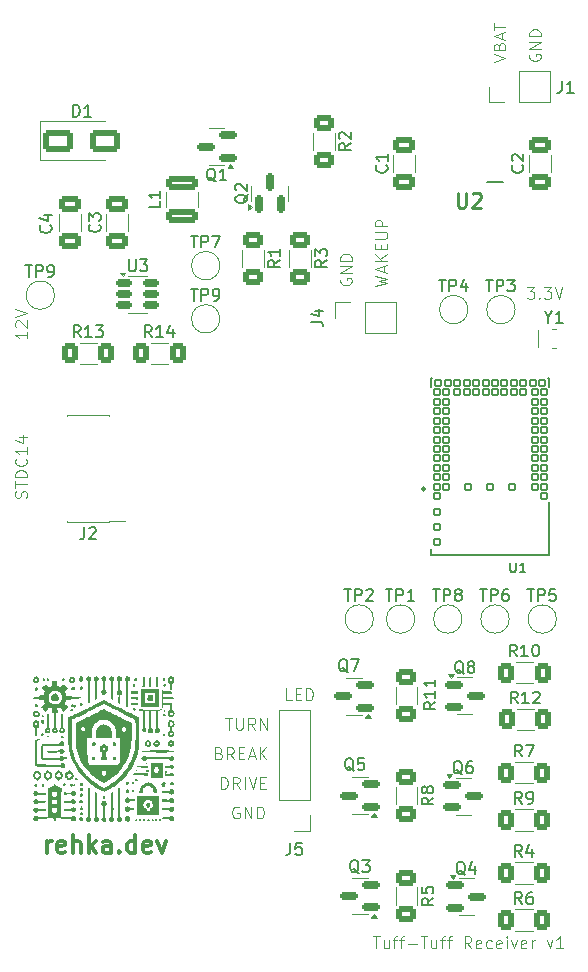
<source format=gbr>
%TF.GenerationSoftware,KiCad,Pcbnew,8.0.7*%
%TF.CreationDate,2025-01-18T18:24:10+01:00*%
%TF.ProjectId,tuff_tuff_pcb,74756666-5f74-4756-9666-5f7063622e6b,rev?*%
%TF.SameCoordinates,Original*%
%TF.FileFunction,Legend,Top*%
%TF.FilePolarity,Positive*%
%FSLAX46Y46*%
G04 Gerber Fmt 4.6, Leading zero omitted, Abs format (unit mm)*
G04 Created by KiCad (PCBNEW 8.0.7) date 2025-01-18 18:24:10*
%MOMM*%
%LPD*%
G01*
G04 APERTURE LIST*
G04 Aperture macros list*
%AMRoundRect*
0 Rectangle with rounded corners*
0 $1 Rounding radius*
0 $2 $3 $4 $5 $6 $7 $8 $9 X,Y pos of 4 corners*
0 Add a 4 corners polygon primitive as box body*
4,1,4,$2,$3,$4,$5,$6,$7,$8,$9,$2,$3,0*
0 Add four circle primitives for the rounded corners*
1,1,$1+$1,$2,$3*
1,1,$1+$1,$4,$5*
1,1,$1+$1,$6,$7*
1,1,$1+$1,$8,$9*
0 Add four rect primitives between the rounded corners*
20,1,$1+$1,$2,$3,$4,$5,0*
20,1,$1+$1,$4,$5,$6,$7,0*
20,1,$1+$1,$6,$7,$8,$9,0*
20,1,$1+$1,$8,$9,$2,$3,0*%
G04 Aperture macros list end*
%ADD10C,0.100000*%
%ADD11C,0.300000*%
%ADD12C,0.150000*%
%ADD13C,0.254000*%
%ADD14C,0.120000*%
%ADD15C,0.127000*%
%ADD16C,0.200000*%
%ADD17C,0.000000*%
%ADD18RoundRect,0.250000X-1.000000X-0.650000X1.000000X-0.650000X1.000000X0.650000X-1.000000X0.650000X0*%
%ADD19R,1.700000X1.700000*%
%ADD20O,1.700000X1.700000*%
%ADD21C,2.000000*%
%ADD22RoundRect,0.250000X-0.400000X-0.625000X0.400000X-0.625000X0.400000X0.625000X-0.400000X0.625000X0*%
%ADD23RoundRect,0.250000X-0.625000X0.400000X-0.625000X-0.400000X0.625000X-0.400000X0.625000X0.400000X0*%
%ADD24RoundRect,0.250000X1.075000X-0.375000X1.075000X0.375000X-1.075000X0.375000X-1.075000X-0.375000X0*%
%ADD25RoundRect,0.150000X-0.587500X-0.150000X0.587500X-0.150000X0.587500X0.150000X-0.587500X0.150000X0*%
%ADD26RoundRect,0.150000X0.587500X0.150000X-0.587500X0.150000X-0.587500X-0.150000X0.587500X-0.150000X0*%
%ADD27RoundRect,0.150000X-0.512500X-0.150000X0.512500X-0.150000X0.512500X0.150000X-0.512500X0.150000X0*%
%ADD28RoundRect,0.250000X0.650000X-0.412500X0.650000X0.412500X-0.650000X0.412500X-0.650000X-0.412500X0*%
%ADD29RoundRect,0.102000X0.250000X0.250000X-0.250000X0.250000X-0.250000X-0.250000X0.250000X-0.250000X0*%
%ADD30RoundRect,0.150000X0.150000X-0.587500X0.150000X0.587500X-0.150000X0.587500X-0.150000X-0.587500X0*%
%ADD31RoundRect,0.250000X-0.650000X0.412500X-0.650000X-0.412500X0.650000X-0.412500X0.650000X0.412500X0*%
%ADD32R,2.400000X0.740000*%
%ADD33R,0.800000X1.500000*%
%ADD34R,1.400000X0.450000*%
%ADD35R,1.846000X2.150000*%
%ADD36C,2.451100*%
%ADD37C,1.066800*%
G04 APERTURE END LIST*
D10*
X-29672307Y13079962D02*
X-29767545Y13127581D01*
X-29767545Y13127581D02*
X-29910402Y13127581D01*
X-29910402Y13127581D02*
X-30053259Y13079962D01*
X-30053259Y13079962D02*
X-30148497Y12984724D01*
X-30148497Y12984724D02*
X-30196116Y12889486D01*
X-30196116Y12889486D02*
X-30243735Y12699010D01*
X-30243735Y12699010D02*
X-30243735Y12556153D01*
X-30243735Y12556153D02*
X-30196116Y12365677D01*
X-30196116Y12365677D02*
X-30148497Y12270439D01*
X-30148497Y12270439D02*
X-30053259Y12175200D01*
X-30053259Y12175200D02*
X-29910402Y12127581D01*
X-29910402Y12127581D02*
X-29815164Y12127581D01*
X-29815164Y12127581D02*
X-29672307Y12175200D01*
X-29672307Y12175200D02*
X-29624688Y12222820D01*
X-29624688Y12222820D02*
X-29624688Y12556153D01*
X-29624688Y12556153D02*
X-29815164Y12556153D01*
X-29196116Y12127581D02*
X-29196116Y13127581D01*
X-29196116Y13127581D02*
X-28624688Y12127581D01*
X-28624688Y12127581D02*
X-28624688Y13127581D01*
X-28148497Y12127581D02*
X-28148497Y13127581D01*
X-28148497Y13127581D02*
X-27910402Y13127581D01*
X-27910402Y13127581D02*
X-27767545Y13079962D01*
X-27767545Y13079962D02*
X-27672307Y12984724D01*
X-27672307Y12984724D02*
X-27624688Y12889486D01*
X-27624688Y12889486D02*
X-27577069Y12699010D01*
X-27577069Y12699010D02*
X-27577069Y12556153D01*
X-27577069Y12556153D02*
X-27624688Y12365677D01*
X-27624688Y12365677D02*
X-27672307Y12270439D01*
X-27672307Y12270439D02*
X-27767545Y12175200D01*
X-27767545Y12175200D02*
X-27910402Y12127581D01*
X-27910402Y12127581D02*
X-28148497Y12127581D01*
X-8127581Y76161028D02*
X-7127581Y76494361D01*
X-7127581Y76494361D02*
X-8127581Y76827694D01*
X-7651391Y77494361D02*
X-7603772Y77637218D01*
X-7603772Y77637218D02*
X-7556153Y77684837D01*
X-7556153Y77684837D02*
X-7460915Y77732456D01*
X-7460915Y77732456D02*
X-7318058Y77732456D01*
X-7318058Y77732456D02*
X-7222820Y77684837D01*
X-7222820Y77684837D02*
X-7175200Y77637218D01*
X-7175200Y77637218D02*
X-7127581Y77541980D01*
X-7127581Y77541980D02*
X-7127581Y77161028D01*
X-7127581Y77161028D02*
X-8127581Y77161028D01*
X-8127581Y77161028D02*
X-8127581Y77494361D01*
X-8127581Y77494361D02*
X-8079962Y77589599D01*
X-8079962Y77589599D02*
X-8032343Y77637218D01*
X-8032343Y77637218D02*
X-7937105Y77684837D01*
X-7937105Y77684837D02*
X-7841867Y77684837D01*
X-7841867Y77684837D02*
X-7746629Y77637218D01*
X-7746629Y77637218D02*
X-7699010Y77589599D01*
X-7699010Y77589599D02*
X-7651391Y77494361D01*
X-7651391Y77494361D02*
X-7651391Y77161028D01*
X-7413296Y78113409D02*
X-7413296Y78589599D01*
X-7127581Y78018171D02*
X-8127581Y78351504D01*
X-8127581Y78351504D02*
X-7127581Y78684837D01*
X-8127581Y78875314D02*
X-8127581Y79446742D01*
X-7127581Y79161028D02*
X-8127581Y79161028D01*
X-31362783Y17651391D02*
X-31219926Y17603772D01*
X-31219926Y17603772D02*
X-31172307Y17556153D01*
X-31172307Y17556153D02*
X-31124688Y17460915D01*
X-31124688Y17460915D02*
X-31124688Y17318058D01*
X-31124688Y17318058D02*
X-31172307Y17222820D01*
X-31172307Y17222820D02*
X-31219926Y17175200D01*
X-31219926Y17175200D02*
X-31315164Y17127581D01*
X-31315164Y17127581D02*
X-31696116Y17127581D01*
X-31696116Y17127581D02*
X-31696116Y18127581D01*
X-31696116Y18127581D02*
X-31362783Y18127581D01*
X-31362783Y18127581D02*
X-31267545Y18079962D01*
X-31267545Y18079962D02*
X-31219926Y18032343D01*
X-31219926Y18032343D02*
X-31172307Y17937105D01*
X-31172307Y17937105D02*
X-31172307Y17841867D01*
X-31172307Y17841867D02*
X-31219926Y17746629D01*
X-31219926Y17746629D02*
X-31267545Y17699010D01*
X-31267545Y17699010D02*
X-31362783Y17651391D01*
X-31362783Y17651391D02*
X-31696116Y17651391D01*
X-30124688Y17127581D02*
X-30458021Y17603772D01*
X-30696116Y17127581D02*
X-30696116Y18127581D01*
X-30696116Y18127581D02*
X-30315164Y18127581D01*
X-30315164Y18127581D02*
X-30219926Y18079962D01*
X-30219926Y18079962D02*
X-30172307Y18032343D01*
X-30172307Y18032343D02*
X-30124688Y17937105D01*
X-30124688Y17937105D02*
X-30124688Y17794248D01*
X-30124688Y17794248D02*
X-30172307Y17699010D01*
X-30172307Y17699010D02*
X-30219926Y17651391D01*
X-30219926Y17651391D02*
X-30315164Y17603772D01*
X-30315164Y17603772D02*
X-30696116Y17603772D01*
X-29696116Y17651391D02*
X-29362783Y17651391D01*
X-29219926Y17127581D02*
X-29696116Y17127581D01*
X-29696116Y17127581D02*
X-29696116Y18127581D01*
X-29696116Y18127581D02*
X-29219926Y18127581D01*
X-28838973Y17413296D02*
X-28362783Y17413296D01*
X-28934211Y17127581D02*
X-28600878Y18127581D01*
X-28600878Y18127581D02*
X-28267545Y17127581D01*
X-27934211Y17127581D02*
X-27934211Y18127581D01*
X-27362783Y17127581D02*
X-27791354Y17699010D01*
X-27362783Y18127581D02*
X-27934211Y17556153D01*
X-25219926Y22127581D02*
X-25696116Y22127581D01*
X-25696116Y22127581D02*
X-25696116Y23127581D01*
X-24886592Y22651391D02*
X-24553259Y22651391D01*
X-24410402Y22127581D02*
X-24886592Y22127581D01*
X-24886592Y22127581D02*
X-24886592Y23127581D01*
X-24886592Y23127581D02*
X-24410402Y23127581D01*
X-23981830Y22127581D02*
X-23981830Y23127581D01*
X-23981830Y23127581D02*
X-23743735Y23127581D01*
X-23743735Y23127581D02*
X-23600878Y23079962D01*
X-23600878Y23079962D02*
X-23505640Y22984724D01*
X-23505640Y22984724D02*
X-23458021Y22889486D01*
X-23458021Y22889486D02*
X-23410402Y22699010D01*
X-23410402Y22699010D02*
X-23410402Y22556153D01*
X-23410402Y22556153D02*
X-23458021Y22365677D01*
X-23458021Y22365677D02*
X-23505640Y22270439D01*
X-23505640Y22270439D02*
X-23600878Y22175200D01*
X-23600878Y22175200D02*
X-23743735Y22127581D01*
X-23743735Y22127581D02*
X-23981830Y22127581D01*
X-30838973Y20627581D02*
X-30267545Y20627581D01*
X-30553259Y19627581D02*
X-30553259Y20627581D01*
X-29934211Y20627581D02*
X-29934211Y19818058D01*
X-29934211Y19818058D02*
X-29886592Y19722820D01*
X-29886592Y19722820D02*
X-29838973Y19675200D01*
X-29838973Y19675200D02*
X-29743735Y19627581D01*
X-29743735Y19627581D02*
X-29553259Y19627581D01*
X-29553259Y19627581D02*
X-29458021Y19675200D01*
X-29458021Y19675200D02*
X-29410402Y19722820D01*
X-29410402Y19722820D02*
X-29362783Y19818058D01*
X-29362783Y19818058D02*
X-29362783Y20627581D01*
X-28315164Y19627581D02*
X-28648497Y20103772D01*
X-28886592Y19627581D02*
X-28886592Y20627581D01*
X-28886592Y20627581D02*
X-28505640Y20627581D01*
X-28505640Y20627581D02*
X-28410402Y20579962D01*
X-28410402Y20579962D02*
X-28362783Y20532343D01*
X-28362783Y20532343D02*
X-28315164Y20437105D01*
X-28315164Y20437105D02*
X-28315164Y20294248D01*
X-28315164Y20294248D02*
X-28362783Y20199010D01*
X-28362783Y20199010D02*
X-28410402Y20151391D01*
X-28410402Y20151391D02*
X-28505640Y20103772D01*
X-28505640Y20103772D02*
X-28886592Y20103772D01*
X-27886592Y19627581D02*
X-27886592Y20627581D01*
X-27886592Y20627581D02*
X-27315164Y19627581D01*
X-27315164Y19627581D02*
X-27315164Y20627581D01*
X-47627581Y53327694D02*
X-47627581Y52756266D01*
X-47627581Y53041980D02*
X-48627581Y53041980D01*
X-48627581Y53041980D02*
X-48484724Y52946742D01*
X-48484724Y52946742D02*
X-48389486Y52851504D01*
X-48389486Y52851504D02*
X-48341867Y52756266D01*
X-48532343Y53708647D02*
X-48579962Y53756266D01*
X-48579962Y53756266D02*
X-48627581Y53851504D01*
X-48627581Y53851504D02*
X-48627581Y54089599D01*
X-48627581Y54089599D02*
X-48579962Y54184837D01*
X-48579962Y54184837D02*
X-48532343Y54232456D01*
X-48532343Y54232456D02*
X-48437105Y54280075D01*
X-48437105Y54280075D02*
X-48341867Y54280075D01*
X-48341867Y54280075D02*
X-48199010Y54232456D01*
X-48199010Y54232456D02*
X-47627581Y53661028D01*
X-47627581Y53661028D02*
X-47627581Y54280075D01*
X-48627581Y54565790D02*
X-47627581Y54899123D01*
X-47627581Y54899123D02*
X-48627581Y55232456D01*
X-47675200Y39256266D02*
X-47627581Y39399123D01*
X-47627581Y39399123D02*
X-47627581Y39637218D01*
X-47627581Y39637218D02*
X-47675200Y39732456D01*
X-47675200Y39732456D02*
X-47722820Y39780075D01*
X-47722820Y39780075D02*
X-47818058Y39827694D01*
X-47818058Y39827694D02*
X-47913296Y39827694D01*
X-47913296Y39827694D02*
X-48008534Y39780075D01*
X-48008534Y39780075D02*
X-48056153Y39732456D01*
X-48056153Y39732456D02*
X-48103772Y39637218D01*
X-48103772Y39637218D02*
X-48151391Y39446742D01*
X-48151391Y39446742D02*
X-48199010Y39351504D01*
X-48199010Y39351504D02*
X-48246629Y39303885D01*
X-48246629Y39303885D02*
X-48341867Y39256266D01*
X-48341867Y39256266D02*
X-48437105Y39256266D01*
X-48437105Y39256266D02*
X-48532343Y39303885D01*
X-48532343Y39303885D02*
X-48579962Y39351504D01*
X-48579962Y39351504D02*
X-48627581Y39446742D01*
X-48627581Y39446742D02*
X-48627581Y39684837D01*
X-48627581Y39684837D02*
X-48579962Y39827694D01*
X-48627581Y40113409D02*
X-48627581Y40684837D01*
X-47627581Y40399123D02*
X-48627581Y40399123D01*
X-47627581Y41018171D02*
X-48627581Y41018171D01*
X-48627581Y41018171D02*
X-48627581Y41256266D01*
X-48627581Y41256266D02*
X-48579962Y41399123D01*
X-48579962Y41399123D02*
X-48484724Y41494361D01*
X-48484724Y41494361D02*
X-48389486Y41541980D01*
X-48389486Y41541980D02*
X-48199010Y41589599D01*
X-48199010Y41589599D02*
X-48056153Y41589599D01*
X-48056153Y41589599D02*
X-47865677Y41541980D01*
X-47865677Y41541980D02*
X-47770439Y41494361D01*
X-47770439Y41494361D02*
X-47675200Y41399123D01*
X-47675200Y41399123D02*
X-47627581Y41256266D01*
X-47627581Y41256266D02*
X-47627581Y41018171D01*
X-47722820Y42589599D02*
X-47675200Y42541980D01*
X-47675200Y42541980D02*
X-47627581Y42399123D01*
X-47627581Y42399123D02*
X-47627581Y42303885D01*
X-47627581Y42303885D02*
X-47675200Y42161028D01*
X-47675200Y42161028D02*
X-47770439Y42065790D01*
X-47770439Y42065790D02*
X-47865677Y42018171D01*
X-47865677Y42018171D02*
X-48056153Y41970552D01*
X-48056153Y41970552D02*
X-48199010Y41970552D01*
X-48199010Y41970552D02*
X-48389486Y42018171D01*
X-48389486Y42018171D02*
X-48484724Y42065790D01*
X-48484724Y42065790D02*
X-48579962Y42161028D01*
X-48579962Y42161028D02*
X-48627581Y42303885D01*
X-48627581Y42303885D02*
X-48627581Y42399123D01*
X-48627581Y42399123D02*
X-48579962Y42541980D01*
X-48579962Y42541980D02*
X-48532343Y42589599D01*
X-47627581Y43541980D02*
X-47627581Y42970552D01*
X-47627581Y43256266D02*
X-48627581Y43256266D01*
X-48627581Y43256266D02*
X-48484724Y43161028D01*
X-48484724Y43161028D02*
X-48389486Y43065790D01*
X-48389486Y43065790D02*
X-48341867Y42970552D01*
X-48294248Y44399123D02*
X-47627581Y44399123D01*
X-48675200Y44161028D02*
X-47960915Y43922933D01*
X-47960915Y43922933D02*
X-47960915Y44541980D01*
X-18127581Y57208647D02*
X-17127581Y57446742D01*
X-17127581Y57446742D02*
X-17841867Y57637218D01*
X-17841867Y57637218D02*
X-17127581Y57827694D01*
X-17127581Y57827694D02*
X-18127581Y58065789D01*
X-17413296Y58399123D02*
X-17413296Y58875313D01*
X-17127581Y58303885D02*
X-18127581Y58637218D01*
X-18127581Y58637218D02*
X-17127581Y58970551D01*
X-17127581Y59303885D02*
X-18127581Y59303885D01*
X-17127581Y59875313D02*
X-17699010Y59446742D01*
X-18127581Y59875313D02*
X-17556153Y59303885D01*
X-17651391Y60303885D02*
X-17651391Y60637218D01*
X-17127581Y60780075D02*
X-17127581Y60303885D01*
X-17127581Y60303885D02*
X-18127581Y60303885D01*
X-18127581Y60303885D02*
X-18127581Y60780075D01*
X-18127581Y61208647D02*
X-17318058Y61208647D01*
X-17318058Y61208647D02*
X-17222820Y61256266D01*
X-17222820Y61256266D02*
X-17175200Y61303885D01*
X-17175200Y61303885D02*
X-17127581Y61399123D01*
X-17127581Y61399123D02*
X-17127581Y61589599D01*
X-17127581Y61589599D02*
X-17175200Y61684837D01*
X-17175200Y61684837D02*
X-17222820Y61732456D01*
X-17222820Y61732456D02*
X-17318058Y61780075D01*
X-17318058Y61780075D02*
X-18127581Y61780075D01*
X-17127581Y62256266D02*
X-18127581Y62256266D01*
X-18127581Y62256266D02*
X-18127581Y62637218D01*
X-18127581Y62637218D02*
X-18079962Y62732456D01*
X-18079962Y62732456D02*
X-18032343Y62780075D01*
X-18032343Y62780075D02*
X-17937105Y62827694D01*
X-17937105Y62827694D02*
X-17794248Y62827694D01*
X-17794248Y62827694D02*
X-17699010Y62780075D01*
X-17699010Y62780075D02*
X-17651391Y62732456D01*
X-17651391Y62732456D02*
X-17603772Y62637218D01*
X-17603772Y62637218D02*
X-17603772Y62256266D01*
X-5079962Y76827694D02*
X-5127581Y76732456D01*
X-5127581Y76732456D02*
X-5127581Y76589599D01*
X-5127581Y76589599D02*
X-5079962Y76446742D01*
X-5079962Y76446742D02*
X-4984724Y76351504D01*
X-4984724Y76351504D02*
X-4889486Y76303885D01*
X-4889486Y76303885D02*
X-4699010Y76256266D01*
X-4699010Y76256266D02*
X-4556153Y76256266D01*
X-4556153Y76256266D02*
X-4365677Y76303885D01*
X-4365677Y76303885D02*
X-4270439Y76351504D01*
X-4270439Y76351504D02*
X-4175200Y76446742D01*
X-4175200Y76446742D02*
X-4127581Y76589599D01*
X-4127581Y76589599D02*
X-4127581Y76684837D01*
X-4127581Y76684837D02*
X-4175200Y76827694D01*
X-4175200Y76827694D02*
X-4222820Y76875313D01*
X-4222820Y76875313D02*
X-4556153Y76875313D01*
X-4556153Y76875313D02*
X-4556153Y76684837D01*
X-4127581Y77303885D02*
X-5127581Y77303885D01*
X-5127581Y77303885D02*
X-4127581Y77875313D01*
X-4127581Y77875313D02*
X-5127581Y77875313D01*
X-4127581Y78351504D02*
X-5127581Y78351504D01*
X-5127581Y78351504D02*
X-5127581Y78589599D01*
X-5127581Y78589599D02*
X-5079962Y78732456D01*
X-5079962Y78732456D02*
X-4984724Y78827694D01*
X-4984724Y78827694D02*
X-4889486Y78875313D01*
X-4889486Y78875313D02*
X-4699010Y78922932D01*
X-4699010Y78922932D02*
X-4556153Y78922932D01*
X-4556153Y78922932D02*
X-4365677Y78875313D01*
X-4365677Y78875313D02*
X-4270439Y78827694D01*
X-4270439Y78827694D02*
X-4175200Y78732456D01*
X-4175200Y78732456D02*
X-4127581Y78589599D01*
X-4127581Y78589599D02*
X-4127581Y78351504D01*
X-18338973Y2127581D02*
X-17767545Y2127581D01*
X-18053259Y1127581D02*
X-18053259Y2127581D01*
X-17005640Y1794248D02*
X-17005640Y1127581D01*
X-17434211Y1794248D02*
X-17434211Y1270439D01*
X-17434211Y1270439D02*
X-17386592Y1175200D01*
X-17386592Y1175200D02*
X-17291354Y1127581D01*
X-17291354Y1127581D02*
X-17148497Y1127581D01*
X-17148497Y1127581D02*
X-17053259Y1175200D01*
X-17053259Y1175200D02*
X-17005640Y1222820D01*
X-16672306Y1794248D02*
X-16291354Y1794248D01*
X-16529449Y1127581D02*
X-16529449Y1984724D01*
X-16529449Y1984724D02*
X-16481830Y2079962D01*
X-16481830Y2079962D02*
X-16386592Y2127581D01*
X-16386592Y2127581D02*
X-16291354Y2127581D01*
X-16100877Y1794248D02*
X-15719925Y1794248D01*
X-15958020Y1127581D02*
X-15958020Y1984724D01*
X-15958020Y1984724D02*
X-15910401Y2079962D01*
X-15910401Y2079962D02*
X-15815163Y2127581D01*
X-15815163Y2127581D02*
X-15719925Y2127581D01*
X-15386591Y1508534D02*
X-14624686Y1508534D01*
X-14291353Y2127581D02*
X-13719925Y2127581D01*
X-14005639Y1127581D02*
X-14005639Y2127581D01*
X-12958020Y1794248D02*
X-12958020Y1127581D01*
X-13386591Y1794248D02*
X-13386591Y1270439D01*
X-13386591Y1270439D02*
X-13338972Y1175200D01*
X-13338972Y1175200D02*
X-13243734Y1127581D01*
X-13243734Y1127581D02*
X-13100877Y1127581D01*
X-13100877Y1127581D02*
X-13005639Y1175200D01*
X-13005639Y1175200D02*
X-12958020Y1222820D01*
X-12624686Y1794248D02*
X-12243734Y1794248D01*
X-12481829Y1127581D02*
X-12481829Y1984724D01*
X-12481829Y1984724D02*
X-12434210Y2079962D01*
X-12434210Y2079962D02*
X-12338972Y2127581D01*
X-12338972Y2127581D02*
X-12243734Y2127581D01*
X-12053257Y1794248D02*
X-11672305Y1794248D01*
X-11910400Y1127581D02*
X-11910400Y1984724D01*
X-11910400Y1984724D02*
X-11862781Y2079962D01*
X-11862781Y2079962D02*
X-11767543Y2127581D01*
X-11767543Y2127581D02*
X-11672305Y2127581D01*
X-10005638Y1127581D02*
X-10338971Y1603772D01*
X-10577066Y1127581D02*
X-10577066Y2127581D01*
X-10577066Y2127581D02*
X-10196114Y2127581D01*
X-10196114Y2127581D02*
X-10100876Y2079962D01*
X-10100876Y2079962D02*
X-10053257Y2032343D01*
X-10053257Y2032343D02*
X-10005638Y1937105D01*
X-10005638Y1937105D02*
X-10005638Y1794248D01*
X-10005638Y1794248D02*
X-10053257Y1699010D01*
X-10053257Y1699010D02*
X-10100876Y1651391D01*
X-10100876Y1651391D02*
X-10196114Y1603772D01*
X-10196114Y1603772D02*
X-10577066Y1603772D01*
X-9196114Y1175200D02*
X-9291352Y1127581D01*
X-9291352Y1127581D02*
X-9481828Y1127581D01*
X-9481828Y1127581D02*
X-9577066Y1175200D01*
X-9577066Y1175200D02*
X-9624685Y1270439D01*
X-9624685Y1270439D02*
X-9624685Y1651391D01*
X-9624685Y1651391D02*
X-9577066Y1746629D01*
X-9577066Y1746629D02*
X-9481828Y1794248D01*
X-9481828Y1794248D02*
X-9291352Y1794248D01*
X-9291352Y1794248D02*
X-9196114Y1746629D01*
X-9196114Y1746629D02*
X-9148495Y1651391D01*
X-9148495Y1651391D02*
X-9148495Y1556153D01*
X-9148495Y1556153D02*
X-9624685Y1460915D01*
X-8291352Y1175200D02*
X-8386590Y1127581D01*
X-8386590Y1127581D02*
X-8577066Y1127581D01*
X-8577066Y1127581D02*
X-8672304Y1175200D01*
X-8672304Y1175200D02*
X-8719923Y1222820D01*
X-8719923Y1222820D02*
X-8767542Y1318058D01*
X-8767542Y1318058D02*
X-8767542Y1603772D01*
X-8767542Y1603772D02*
X-8719923Y1699010D01*
X-8719923Y1699010D02*
X-8672304Y1746629D01*
X-8672304Y1746629D02*
X-8577066Y1794248D01*
X-8577066Y1794248D02*
X-8386590Y1794248D01*
X-8386590Y1794248D02*
X-8291352Y1746629D01*
X-7481828Y1175200D02*
X-7577066Y1127581D01*
X-7577066Y1127581D02*
X-7767542Y1127581D01*
X-7767542Y1127581D02*
X-7862780Y1175200D01*
X-7862780Y1175200D02*
X-7910399Y1270439D01*
X-7910399Y1270439D02*
X-7910399Y1651391D01*
X-7910399Y1651391D02*
X-7862780Y1746629D01*
X-7862780Y1746629D02*
X-7767542Y1794248D01*
X-7767542Y1794248D02*
X-7577066Y1794248D01*
X-7577066Y1794248D02*
X-7481828Y1746629D01*
X-7481828Y1746629D02*
X-7434209Y1651391D01*
X-7434209Y1651391D02*
X-7434209Y1556153D01*
X-7434209Y1556153D02*
X-7910399Y1460915D01*
X-7005637Y1127581D02*
X-7005637Y1794248D01*
X-7005637Y2127581D02*
X-7053256Y2079962D01*
X-7053256Y2079962D02*
X-7005637Y2032343D01*
X-7005637Y2032343D02*
X-6958018Y2079962D01*
X-6958018Y2079962D02*
X-7005637Y2127581D01*
X-7005637Y2127581D02*
X-7005637Y2032343D01*
X-6624685Y1794248D02*
X-6386590Y1127581D01*
X-6386590Y1127581D02*
X-6148495Y1794248D01*
X-5386590Y1175200D02*
X-5481828Y1127581D01*
X-5481828Y1127581D02*
X-5672304Y1127581D01*
X-5672304Y1127581D02*
X-5767542Y1175200D01*
X-5767542Y1175200D02*
X-5815161Y1270439D01*
X-5815161Y1270439D02*
X-5815161Y1651391D01*
X-5815161Y1651391D02*
X-5767542Y1746629D01*
X-5767542Y1746629D02*
X-5672304Y1794248D01*
X-5672304Y1794248D02*
X-5481828Y1794248D01*
X-5481828Y1794248D02*
X-5386590Y1746629D01*
X-5386590Y1746629D02*
X-5338971Y1651391D01*
X-5338971Y1651391D02*
X-5338971Y1556153D01*
X-5338971Y1556153D02*
X-5815161Y1460915D01*
X-4910399Y1127581D02*
X-4910399Y1794248D01*
X-4910399Y1603772D02*
X-4862780Y1699010D01*
X-4862780Y1699010D02*
X-4815161Y1746629D01*
X-4815161Y1746629D02*
X-4719923Y1794248D01*
X-4719923Y1794248D02*
X-4624685Y1794248D01*
X-3624684Y1794248D02*
X-3386589Y1127581D01*
X-3386589Y1127581D02*
X-3148494Y1794248D01*
X-2243732Y1127581D02*
X-2815160Y1127581D01*
X-2529446Y1127581D02*
X-2529446Y2127581D01*
X-2529446Y2127581D02*
X-2624684Y1984724D01*
X-2624684Y1984724D02*
X-2719922Y1889486D01*
X-2719922Y1889486D02*
X-2815160Y1841867D01*
X-31196116Y14627581D02*
X-31196116Y15627581D01*
X-31196116Y15627581D02*
X-30958021Y15627581D01*
X-30958021Y15627581D02*
X-30815164Y15579962D01*
X-30815164Y15579962D02*
X-30719926Y15484724D01*
X-30719926Y15484724D02*
X-30672307Y15389486D01*
X-30672307Y15389486D02*
X-30624688Y15199010D01*
X-30624688Y15199010D02*
X-30624688Y15056153D01*
X-30624688Y15056153D02*
X-30672307Y14865677D01*
X-30672307Y14865677D02*
X-30719926Y14770439D01*
X-30719926Y14770439D02*
X-30815164Y14675200D01*
X-30815164Y14675200D02*
X-30958021Y14627581D01*
X-30958021Y14627581D02*
X-31196116Y14627581D01*
X-29624688Y14627581D02*
X-29958021Y15103772D01*
X-30196116Y14627581D02*
X-30196116Y15627581D01*
X-30196116Y15627581D02*
X-29815164Y15627581D01*
X-29815164Y15627581D02*
X-29719926Y15579962D01*
X-29719926Y15579962D02*
X-29672307Y15532343D01*
X-29672307Y15532343D02*
X-29624688Y15437105D01*
X-29624688Y15437105D02*
X-29624688Y15294248D01*
X-29624688Y15294248D02*
X-29672307Y15199010D01*
X-29672307Y15199010D02*
X-29719926Y15151391D01*
X-29719926Y15151391D02*
X-29815164Y15103772D01*
X-29815164Y15103772D02*
X-30196116Y15103772D01*
X-29196116Y14627581D02*
X-29196116Y15627581D01*
X-28862783Y15627581D02*
X-28529450Y14627581D01*
X-28529450Y14627581D02*
X-28196117Y15627581D01*
X-27862783Y15151391D02*
X-27529450Y15151391D01*
X-27386593Y14627581D02*
X-27862783Y14627581D01*
X-27862783Y14627581D02*
X-27862783Y15627581D01*
X-27862783Y15627581D02*
X-27386593Y15627581D01*
D11*
X-45945490Y9199172D02*
X-45945490Y10199172D01*
X-45945490Y9913458D02*
X-45874061Y10056315D01*
X-45874061Y10056315D02*
X-45802632Y10127743D01*
X-45802632Y10127743D02*
X-45659775Y10199172D01*
X-45659775Y10199172D02*
X-45516918Y10199172D01*
X-44445490Y9270600D02*
X-44588347Y9199172D01*
X-44588347Y9199172D02*
X-44874061Y9199172D01*
X-44874061Y9199172D02*
X-45016919Y9270600D01*
X-45016919Y9270600D02*
X-45088347Y9413458D01*
X-45088347Y9413458D02*
X-45088347Y9984886D01*
X-45088347Y9984886D02*
X-45016919Y10127743D01*
X-45016919Y10127743D02*
X-44874061Y10199172D01*
X-44874061Y10199172D02*
X-44588347Y10199172D01*
X-44588347Y10199172D02*
X-44445490Y10127743D01*
X-44445490Y10127743D02*
X-44374061Y9984886D01*
X-44374061Y9984886D02*
X-44374061Y9842029D01*
X-44374061Y9842029D02*
X-45088347Y9699172D01*
X-43731205Y9199172D02*
X-43731205Y10699172D01*
X-43088347Y9199172D02*
X-43088347Y9984886D01*
X-43088347Y9984886D02*
X-43159776Y10127743D01*
X-43159776Y10127743D02*
X-43302633Y10199172D01*
X-43302633Y10199172D02*
X-43516919Y10199172D01*
X-43516919Y10199172D02*
X-43659776Y10127743D01*
X-43659776Y10127743D02*
X-43731205Y10056315D01*
X-42374062Y9199172D02*
X-42374062Y10699172D01*
X-42231204Y9770600D02*
X-41802633Y9199172D01*
X-41802633Y10199172D02*
X-42374062Y9627743D01*
X-40516918Y9199172D02*
X-40516918Y9984886D01*
X-40516918Y9984886D02*
X-40588347Y10127743D01*
X-40588347Y10127743D02*
X-40731204Y10199172D01*
X-40731204Y10199172D02*
X-41016918Y10199172D01*
X-41016918Y10199172D02*
X-41159776Y10127743D01*
X-40516918Y9270600D02*
X-40659776Y9199172D01*
X-40659776Y9199172D02*
X-41016918Y9199172D01*
X-41016918Y9199172D02*
X-41159776Y9270600D01*
X-41159776Y9270600D02*
X-41231204Y9413458D01*
X-41231204Y9413458D02*
X-41231204Y9556315D01*
X-41231204Y9556315D02*
X-41159776Y9699172D01*
X-41159776Y9699172D02*
X-41016918Y9770600D01*
X-41016918Y9770600D02*
X-40659776Y9770600D01*
X-40659776Y9770600D02*
X-40516918Y9842029D01*
X-39802633Y9342029D02*
X-39731204Y9270600D01*
X-39731204Y9270600D02*
X-39802633Y9199172D01*
X-39802633Y9199172D02*
X-39874061Y9270600D01*
X-39874061Y9270600D02*
X-39802633Y9342029D01*
X-39802633Y9342029D02*
X-39802633Y9199172D01*
X-38445489Y9199172D02*
X-38445489Y10699172D01*
X-38445489Y9270600D02*
X-38588347Y9199172D01*
X-38588347Y9199172D02*
X-38874061Y9199172D01*
X-38874061Y9199172D02*
X-39016918Y9270600D01*
X-39016918Y9270600D02*
X-39088347Y9342029D01*
X-39088347Y9342029D02*
X-39159775Y9484886D01*
X-39159775Y9484886D02*
X-39159775Y9913458D01*
X-39159775Y9913458D02*
X-39088347Y10056315D01*
X-39088347Y10056315D02*
X-39016918Y10127743D01*
X-39016918Y10127743D02*
X-38874061Y10199172D01*
X-38874061Y10199172D02*
X-38588347Y10199172D01*
X-38588347Y10199172D02*
X-38445489Y10127743D01*
X-37159775Y9270600D02*
X-37302632Y9199172D01*
X-37302632Y9199172D02*
X-37588346Y9199172D01*
X-37588346Y9199172D02*
X-37731204Y9270600D01*
X-37731204Y9270600D02*
X-37802632Y9413458D01*
X-37802632Y9413458D02*
X-37802632Y9984886D01*
X-37802632Y9984886D02*
X-37731204Y10127743D01*
X-37731204Y10127743D02*
X-37588346Y10199172D01*
X-37588346Y10199172D02*
X-37302632Y10199172D01*
X-37302632Y10199172D02*
X-37159775Y10127743D01*
X-37159775Y10127743D02*
X-37088346Y9984886D01*
X-37088346Y9984886D02*
X-37088346Y9842029D01*
X-37088346Y9842029D02*
X-37802632Y9699172D01*
X-36588347Y10199172D02*
X-36231204Y9199172D01*
X-36231204Y9199172D02*
X-35874061Y10199172D01*
D10*
X-21079962Y57827694D02*
X-21127581Y57732456D01*
X-21127581Y57732456D02*
X-21127581Y57589599D01*
X-21127581Y57589599D02*
X-21079962Y57446742D01*
X-21079962Y57446742D02*
X-20984724Y57351504D01*
X-20984724Y57351504D02*
X-20889486Y57303885D01*
X-20889486Y57303885D02*
X-20699010Y57256266D01*
X-20699010Y57256266D02*
X-20556153Y57256266D01*
X-20556153Y57256266D02*
X-20365677Y57303885D01*
X-20365677Y57303885D02*
X-20270439Y57351504D01*
X-20270439Y57351504D02*
X-20175200Y57446742D01*
X-20175200Y57446742D02*
X-20127581Y57589599D01*
X-20127581Y57589599D02*
X-20127581Y57684837D01*
X-20127581Y57684837D02*
X-20175200Y57827694D01*
X-20175200Y57827694D02*
X-20222820Y57875313D01*
X-20222820Y57875313D02*
X-20556153Y57875313D01*
X-20556153Y57875313D02*
X-20556153Y57684837D01*
X-20127581Y58303885D02*
X-21127581Y58303885D01*
X-21127581Y58303885D02*
X-20127581Y58875313D01*
X-20127581Y58875313D02*
X-21127581Y58875313D01*
X-20127581Y59351504D02*
X-21127581Y59351504D01*
X-21127581Y59351504D02*
X-21127581Y59589599D01*
X-21127581Y59589599D02*
X-21079962Y59732456D01*
X-21079962Y59732456D02*
X-20984724Y59827694D01*
X-20984724Y59827694D02*
X-20889486Y59875313D01*
X-20889486Y59875313D02*
X-20699010Y59922932D01*
X-20699010Y59922932D02*
X-20556153Y59922932D01*
X-20556153Y59922932D02*
X-20365677Y59875313D01*
X-20365677Y59875313D02*
X-20270439Y59827694D01*
X-20270439Y59827694D02*
X-20175200Y59732456D01*
X-20175200Y59732456D02*
X-20127581Y59589599D01*
X-20127581Y59589599D02*
X-20127581Y59351504D01*
X-5291354Y57127581D02*
X-4672307Y57127581D01*
X-4672307Y57127581D02*
X-5005640Y56746629D01*
X-5005640Y56746629D02*
X-4862783Y56746629D01*
X-4862783Y56746629D02*
X-4767545Y56699010D01*
X-4767545Y56699010D02*
X-4719926Y56651391D01*
X-4719926Y56651391D02*
X-4672307Y56556153D01*
X-4672307Y56556153D02*
X-4672307Y56318058D01*
X-4672307Y56318058D02*
X-4719926Y56222820D01*
X-4719926Y56222820D02*
X-4767545Y56175200D01*
X-4767545Y56175200D02*
X-4862783Y56127581D01*
X-4862783Y56127581D02*
X-5148497Y56127581D01*
X-5148497Y56127581D02*
X-5243735Y56175200D01*
X-5243735Y56175200D02*
X-5291354Y56222820D01*
X-4243735Y56222820D02*
X-4196116Y56175200D01*
X-4196116Y56175200D02*
X-4243735Y56127581D01*
X-4243735Y56127581D02*
X-4291354Y56175200D01*
X-4291354Y56175200D02*
X-4243735Y56222820D01*
X-4243735Y56222820D02*
X-4243735Y56127581D01*
X-3862783Y57127581D02*
X-3243736Y57127581D01*
X-3243736Y57127581D02*
X-3577069Y56746629D01*
X-3577069Y56746629D02*
X-3434212Y56746629D01*
X-3434212Y56746629D02*
X-3338974Y56699010D01*
X-3338974Y56699010D02*
X-3291355Y56651391D01*
X-3291355Y56651391D02*
X-3243736Y56556153D01*
X-3243736Y56556153D02*
X-3243736Y56318058D01*
X-3243736Y56318058D02*
X-3291355Y56222820D01*
X-3291355Y56222820D02*
X-3338974Y56175200D01*
X-3338974Y56175200D02*
X-3434212Y56127581D01*
X-3434212Y56127581D02*
X-3719926Y56127581D01*
X-3719926Y56127581D02*
X-3815164Y56175200D01*
X-3815164Y56175200D02*
X-3862783Y56222820D01*
X-2958021Y57127581D02*
X-2624688Y56127581D01*
X-2624688Y56127581D02*
X-2291355Y57127581D01*
D12*
X-43738095Y71545181D02*
X-43738095Y72545181D01*
X-43738095Y72545181D02*
X-43500000Y72545181D01*
X-43500000Y72545181D02*
X-43357143Y72497562D01*
X-43357143Y72497562D02*
X-43261905Y72402324D01*
X-43261905Y72402324D02*
X-43214286Y72307086D01*
X-43214286Y72307086D02*
X-43166667Y72116610D01*
X-43166667Y72116610D02*
X-43166667Y71973753D01*
X-43166667Y71973753D02*
X-43214286Y71783277D01*
X-43214286Y71783277D02*
X-43261905Y71688039D01*
X-43261905Y71688039D02*
X-43357143Y71592800D01*
X-43357143Y71592800D02*
X-43500000Y71545181D01*
X-43500000Y71545181D02*
X-43738095Y71545181D01*
X-42214286Y71545181D02*
X-42785714Y71545181D01*
X-42500000Y71545181D02*
X-42500000Y72545181D01*
X-42500000Y72545181D02*
X-42595238Y72402324D01*
X-42595238Y72402324D02*
X-42690476Y72307086D01*
X-42690476Y72307086D02*
X-42785714Y72259467D01*
X-25333334Y10045181D02*
X-25333334Y9330896D01*
X-25333334Y9330896D02*
X-25380953Y9188039D01*
X-25380953Y9188039D02*
X-25476191Y9092800D01*
X-25476191Y9092800D02*
X-25619048Y9045181D01*
X-25619048Y9045181D02*
X-25714286Y9045181D01*
X-24380953Y10045181D02*
X-24857143Y10045181D01*
X-24857143Y10045181D02*
X-24904762Y9568991D01*
X-24904762Y9568991D02*
X-24857143Y9616610D01*
X-24857143Y9616610D02*
X-24761905Y9664229D01*
X-24761905Y9664229D02*
X-24523810Y9664229D01*
X-24523810Y9664229D02*
X-24428572Y9616610D01*
X-24428572Y9616610D02*
X-24380953Y9568991D01*
X-24380953Y9568991D02*
X-24333334Y9473753D01*
X-24333334Y9473753D02*
X-24333334Y9235658D01*
X-24333334Y9235658D02*
X-24380953Y9140420D01*
X-24380953Y9140420D02*
X-24428572Y9092800D01*
X-24428572Y9092800D02*
X-24523810Y9045181D01*
X-24523810Y9045181D02*
X-24761905Y9045181D01*
X-24761905Y9045181D02*
X-24857143Y9092800D01*
X-24857143Y9092800D02*
X-24904762Y9140420D01*
X-13261905Y31543181D02*
X-12690477Y31543181D01*
X-12976191Y30543181D02*
X-12976191Y31543181D01*
X-12357143Y30543181D02*
X-12357143Y31543181D01*
X-12357143Y31543181D02*
X-11976191Y31543181D01*
X-11976191Y31543181D02*
X-11880953Y31495562D01*
X-11880953Y31495562D02*
X-11833334Y31447943D01*
X-11833334Y31447943D02*
X-11785715Y31352705D01*
X-11785715Y31352705D02*
X-11785715Y31209848D01*
X-11785715Y31209848D02*
X-11833334Y31114610D01*
X-11833334Y31114610D02*
X-11880953Y31066991D01*
X-11880953Y31066991D02*
X-11976191Y31019372D01*
X-11976191Y31019372D02*
X-12357143Y31019372D01*
X-11214286Y31114610D02*
X-11309524Y31162229D01*
X-11309524Y31162229D02*
X-11357143Y31209848D01*
X-11357143Y31209848D02*
X-11404762Y31305086D01*
X-11404762Y31305086D02*
X-11404762Y31352705D01*
X-11404762Y31352705D02*
X-11357143Y31447943D01*
X-11357143Y31447943D02*
X-11309524Y31495562D01*
X-11309524Y31495562D02*
X-11214286Y31543181D01*
X-11214286Y31543181D02*
X-11023810Y31543181D01*
X-11023810Y31543181D02*
X-10928572Y31495562D01*
X-10928572Y31495562D02*
X-10880953Y31447943D01*
X-10880953Y31447943D02*
X-10833334Y31352705D01*
X-10833334Y31352705D02*
X-10833334Y31305086D01*
X-10833334Y31305086D02*
X-10880953Y31209848D01*
X-10880953Y31209848D02*
X-10928572Y31162229D01*
X-10928572Y31162229D02*
X-11023810Y31114610D01*
X-11023810Y31114610D02*
X-11214286Y31114610D01*
X-11214286Y31114610D02*
X-11309524Y31066991D01*
X-11309524Y31066991D02*
X-11357143Y31019372D01*
X-11357143Y31019372D02*
X-11404762Y30924134D01*
X-11404762Y30924134D02*
X-11404762Y30733658D01*
X-11404762Y30733658D02*
X-11357143Y30638420D01*
X-11357143Y30638420D02*
X-11309524Y30590800D01*
X-11309524Y30590800D02*
X-11214286Y30543181D01*
X-11214286Y30543181D02*
X-11023810Y30543181D01*
X-11023810Y30543181D02*
X-10928572Y30590800D01*
X-10928572Y30590800D02*
X-10880953Y30638420D01*
X-10880953Y30638420D02*
X-10833334Y30733658D01*
X-10833334Y30733658D02*
X-10833334Y30924134D01*
X-10833334Y30924134D02*
X-10880953Y31019372D01*
X-10880953Y31019372D02*
X-10928572Y31066991D01*
X-10928572Y31066991D02*
X-11023810Y31114610D01*
X-6172858Y25835181D02*
X-6506191Y26311372D01*
X-6744286Y25835181D02*
X-6744286Y26835181D01*
X-6744286Y26835181D02*
X-6363334Y26835181D01*
X-6363334Y26835181D02*
X-6268096Y26787562D01*
X-6268096Y26787562D02*
X-6220477Y26739943D01*
X-6220477Y26739943D02*
X-6172858Y26644705D01*
X-6172858Y26644705D02*
X-6172858Y26501848D01*
X-6172858Y26501848D02*
X-6220477Y26406610D01*
X-6220477Y26406610D02*
X-6268096Y26358991D01*
X-6268096Y26358991D02*
X-6363334Y26311372D01*
X-6363334Y26311372D02*
X-6744286Y26311372D01*
X-5220477Y25835181D02*
X-5791905Y25835181D01*
X-5506191Y25835181D02*
X-5506191Y26835181D01*
X-5506191Y26835181D02*
X-5601429Y26692324D01*
X-5601429Y26692324D02*
X-5696667Y26597086D01*
X-5696667Y26597086D02*
X-5791905Y26549467D01*
X-4601429Y26835181D02*
X-4506191Y26835181D01*
X-4506191Y26835181D02*
X-4410953Y26787562D01*
X-4410953Y26787562D02*
X-4363334Y26739943D01*
X-4363334Y26739943D02*
X-4315715Y26644705D01*
X-4315715Y26644705D02*
X-4268096Y26454229D01*
X-4268096Y26454229D02*
X-4268096Y26216134D01*
X-4268096Y26216134D02*
X-4315715Y26025658D01*
X-4315715Y26025658D02*
X-4363334Y25930420D01*
X-4363334Y25930420D02*
X-4410953Y25882800D01*
X-4410953Y25882800D02*
X-4506191Y25835181D01*
X-4506191Y25835181D02*
X-4601429Y25835181D01*
X-4601429Y25835181D02*
X-4696667Y25882800D01*
X-4696667Y25882800D02*
X-4744286Y25930420D01*
X-4744286Y25930420D02*
X-4791905Y26025658D01*
X-4791905Y26025658D02*
X-4839524Y26216134D01*
X-4839524Y26216134D02*
X-4839524Y26454229D01*
X-4839524Y26454229D02*
X-4791905Y26644705D01*
X-4791905Y26644705D02*
X-4744286Y26739943D01*
X-4744286Y26739943D02*
X-4696667Y26787562D01*
X-4696667Y26787562D02*
X-4601429Y26835181D01*
X-20225181Y69283334D02*
X-20701372Y68950001D01*
X-20225181Y68711906D02*
X-21225181Y68711906D01*
X-21225181Y68711906D02*
X-21225181Y69092858D01*
X-21225181Y69092858D02*
X-21177562Y69188096D01*
X-21177562Y69188096D02*
X-21129943Y69235715D01*
X-21129943Y69235715D02*
X-21034705Y69283334D01*
X-21034705Y69283334D02*
X-20891848Y69283334D01*
X-20891848Y69283334D02*
X-20796610Y69235715D01*
X-20796610Y69235715D02*
X-20748991Y69188096D01*
X-20748991Y69188096D02*
X-20701372Y69092858D01*
X-20701372Y69092858D02*
X-20701372Y68711906D01*
X-21129943Y69664287D02*
X-21177562Y69711906D01*
X-21177562Y69711906D02*
X-21225181Y69807144D01*
X-21225181Y69807144D02*
X-21225181Y70045239D01*
X-21225181Y70045239D02*
X-21177562Y70140477D01*
X-21177562Y70140477D02*
X-21129943Y70188096D01*
X-21129943Y70188096D02*
X-21034705Y70235715D01*
X-21034705Y70235715D02*
X-20939467Y70235715D01*
X-20939467Y70235715D02*
X-20796610Y70188096D01*
X-20796610Y70188096D02*
X-20225181Y69616668D01*
X-20225181Y69616668D02*
X-20225181Y70235715D01*
X-36325181Y64353334D02*
X-36325181Y63877144D01*
X-36325181Y63877144D02*
X-37325181Y63877144D01*
X-36325181Y65210477D02*
X-36325181Y64639049D01*
X-36325181Y64924763D02*
X-37325181Y64924763D01*
X-37325181Y64924763D02*
X-37182324Y64829525D01*
X-37182324Y64829525D02*
X-37087086Y64734287D01*
X-37087086Y64734287D02*
X-37039467Y64639049D01*
X-10787739Y15849943D02*
X-10882977Y15897562D01*
X-10882977Y15897562D02*
X-10978215Y15992800D01*
X-10978215Y15992800D02*
X-11121072Y16135658D01*
X-11121072Y16135658D02*
X-11216310Y16183277D01*
X-11216310Y16183277D02*
X-11311548Y16183277D01*
X-11263929Y15945181D02*
X-11359167Y15992800D01*
X-11359167Y15992800D02*
X-11454405Y16088039D01*
X-11454405Y16088039D02*
X-11502024Y16278515D01*
X-11502024Y16278515D02*
X-11502024Y16611848D01*
X-11502024Y16611848D02*
X-11454405Y16802324D01*
X-11454405Y16802324D02*
X-11359167Y16897562D01*
X-11359167Y16897562D02*
X-11263929Y16945181D01*
X-11263929Y16945181D02*
X-11073453Y16945181D01*
X-11073453Y16945181D02*
X-10978215Y16897562D01*
X-10978215Y16897562D02*
X-10882977Y16802324D01*
X-10882977Y16802324D02*
X-10835358Y16611848D01*
X-10835358Y16611848D02*
X-10835358Y16278515D01*
X-10835358Y16278515D02*
X-10882977Y16088039D01*
X-10882977Y16088039D02*
X-10978215Y15992800D01*
X-10978215Y15992800D02*
X-11073453Y15945181D01*
X-11073453Y15945181D02*
X-11263929Y15945181D01*
X-9978215Y16945181D02*
X-10168691Y16945181D01*
X-10168691Y16945181D02*
X-10263929Y16897562D01*
X-10263929Y16897562D02*
X-10311548Y16849943D01*
X-10311548Y16849943D02*
X-10406786Y16707086D01*
X-10406786Y16707086D02*
X-10454405Y16516610D01*
X-10454405Y16516610D02*
X-10454405Y16135658D01*
X-10454405Y16135658D02*
X-10406786Y16040420D01*
X-10406786Y16040420D02*
X-10359167Y15992800D01*
X-10359167Y15992800D02*
X-10263929Y15945181D01*
X-10263929Y15945181D02*
X-10073453Y15945181D01*
X-10073453Y15945181D02*
X-9978215Y15992800D01*
X-9978215Y15992800D02*
X-9930596Y16040420D01*
X-9930596Y16040420D02*
X-9882977Y16135658D01*
X-9882977Y16135658D02*
X-9882977Y16373753D01*
X-9882977Y16373753D02*
X-9930596Y16468991D01*
X-9930596Y16468991D02*
X-9978215Y16516610D01*
X-9978215Y16516610D02*
X-10073453Y16564229D01*
X-10073453Y16564229D02*
X-10263929Y16564229D01*
X-10263929Y16564229D02*
X-10359167Y16516610D01*
X-10359167Y16516610D02*
X-10406786Y16468991D01*
X-10406786Y16468991D02*
X-10454405Y16373753D01*
X-19965239Y16129943D02*
X-20060477Y16177562D01*
X-20060477Y16177562D02*
X-20155715Y16272800D01*
X-20155715Y16272800D02*
X-20298572Y16415658D01*
X-20298572Y16415658D02*
X-20393810Y16463277D01*
X-20393810Y16463277D02*
X-20489048Y16463277D01*
X-20441429Y16225181D02*
X-20536667Y16272800D01*
X-20536667Y16272800D02*
X-20631905Y16368039D01*
X-20631905Y16368039D02*
X-20679524Y16558515D01*
X-20679524Y16558515D02*
X-20679524Y16891848D01*
X-20679524Y16891848D02*
X-20631905Y17082324D01*
X-20631905Y17082324D02*
X-20536667Y17177562D01*
X-20536667Y17177562D02*
X-20441429Y17225181D01*
X-20441429Y17225181D02*
X-20250953Y17225181D01*
X-20250953Y17225181D02*
X-20155715Y17177562D01*
X-20155715Y17177562D02*
X-20060477Y17082324D01*
X-20060477Y17082324D02*
X-20012858Y16891848D01*
X-20012858Y16891848D02*
X-20012858Y16558515D01*
X-20012858Y16558515D02*
X-20060477Y16368039D01*
X-20060477Y16368039D02*
X-20155715Y16272800D01*
X-20155715Y16272800D02*
X-20250953Y16225181D01*
X-20250953Y16225181D02*
X-20441429Y16225181D01*
X-19108096Y17225181D02*
X-19584286Y17225181D01*
X-19584286Y17225181D02*
X-19631905Y16748991D01*
X-19631905Y16748991D02*
X-19584286Y16796610D01*
X-19584286Y16796610D02*
X-19489048Y16844229D01*
X-19489048Y16844229D02*
X-19250953Y16844229D01*
X-19250953Y16844229D02*
X-19155715Y16796610D01*
X-19155715Y16796610D02*
X-19108096Y16748991D01*
X-19108096Y16748991D02*
X-19060477Y16653753D01*
X-19060477Y16653753D02*
X-19060477Y16415658D01*
X-19060477Y16415658D02*
X-19108096Y16320420D01*
X-19108096Y16320420D02*
X-19155715Y16272800D01*
X-19155715Y16272800D02*
X-19250953Y16225181D01*
X-19250953Y16225181D02*
X-19489048Y16225181D01*
X-19489048Y16225181D02*
X-19584286Y16272800D01*
X-19584286Y16272800D02*
X-19631905Y16320420D01*
X-23565181Y54191667D02*
X-22850896Y54191667D01*
X-22850896Y54191667D02*
X-22708039Y54144048D01*
X-22708039Y54144048D02*
X-22612800Y54048810D01*
X-22612800Y54048810D02*
X-22565181Y53905953D01*
X-22565181Y53905953D02*
X-22565181Y53810715D01*
X-23231848Y55096429D02*
X-22565181Y55096429D01*
X-23612800Y54858334D02*
X-22898515Y54620239D01*
X-22898515Y54620239D02*
X-22898515Y55239286D01*
X-10532739Y7349943D02*
X-10627977Y7397562D01*
X-10627977Y7397562D02*
X-10723215Y7492800D01*
X-10723215Y7492800D02*
X-10866072Y7635658D01*
X-10866072Y7635658D02*
X-10961310Y7683277D01*
X-10961310Y7683277D02*
X-11056548Y7683277D01*
X-11008929Y7445181D02*
X-11104167Y7492800D01*
X-11104167Y7492800D02*
X-11199405Y7588039D01*
X-11199405Y7588039D02*
X-11247024Y7778515D01*
X-11247024Y7778515D02*
X-11247024Y8111848D01*
X-11247024Y8111848D02*
X-11199405Y8302324D01*
X-11199405Y8302324D02*
X-11104167Y8397562D01*
X-11104167Y8397562D02*
X-11008929Y8445181D01*
X-11008929Y8445181D02*
X-10818453Y8445181D01*
X-10818453Y8445181D02*
X-10723215Y8397562D01*
X-10723215Y8397562D02*
X-10627977Y8302324D01*
X-10627977Y8302324D02*
X-10580358Y8111848D01*
X-10580358Y8111848D02*
X-10580358Y7778515D01*
X-10580358Y7778515D02*
X-10627977Y7588039D01*
X-10627977Y7588039D02*
X-10723215Y7492800D01*
X-10723215Y7492800D02*
X-10818453Y7445181D01*
X-10818453Y7445181D02*
X-11008929Y7445181D01*
X-9723215Y8111848D02*
X-9723215Y7445181D01*
X-9961310Y8492800D02*
X-10199405Y7778515D01*
X-10199405Y7778515D02*
X-9580358Y7778515D01*
X-22225181Y59383334D02*
X-22701372Y59050001D01*
X-22225181Y58811906D02*
X-23225181Y58811906D01*
X-23225181Y58811906D02*
X-23225181Y59192858D01*
X-23225181Y59192858D02*
X-23177562Y59288096D01*
X-23177562Y59288096D02*
X-23129943Y59335715D01*
X-23129943Y59335715D02*
X-23034705Y59383334D01*
X-23034705Y59383334D02*
X-22891848Y59383334D01*
X-22891848Y59383334D02*
X-22796610Y59335715D01*
X-22796610Y59335715D02*
X-22748991Y59288096D01*
X-22748991Y59288096D02*
X-22701372Y59192858D01*
X-22701372Y59192858D02*
X-22701372Y58811906D01*
X-23225181Y59716668D02*
X-23225181Y60335715D01*
X-23225181Y60335715D02*
X-22844229Y60002382D01*
X-22844229Y60002382D02*
X-22844229Y60145239D01*
X-22844229Y60145239D02*
X-22796610Y60240477D01*
X-22796610Y60240477D02*
X-22748991Y60288096D01*
X-22748991Y60288096D02*
X-22653753Y60335715D01*
X-22653753Y60335715D02*
X-22415658Y60335715D01*
X-22415658Y60335715D02*
X-22320420Y60288096D01*
X-22320420Y60288096D02*
X-22272800Y60240477D01*
X-22272800Y60240477D02*
X-22225181Y60145239D01*
X-22225181Y60145239D02*
X-22225181Y59859525D01*
X-22225181Y59859525D02*
X-22272800Y59764287D01*
X-22272800Y59764287D02*
X-22320420Y59716668D01*
X-13225181Y5383334D02*
X-13701372Y5050001D01*
X-13225181Y4811906D02*
X-14225181Y4811906D01*
X-14225181Y4811906D02*
X-14225181Y5192858D01*
X-14225181Y5192858D02*
X-14177562Y5288096D01*
X-14177562Y5288096D02*
X-14129943Y5335715D01*
X-14129943Y5335715D02*
X-14034705Y5383334D01*
X-14034705Y5383334D02*
X-13891848Y5383334D01*
X-13891848Y5383334D02*
X-13796610Y5335715D01*
X-13796610Y5335715D02*
X-13748991Y5288096D01*
X-13748991Y5288096D02*
X-13701372Y5192858D01*
X-13701372Y5192858D02*
X-13701372Y4811906D01*
X-14225181Y6288096D02*
X-14225181Y5811906D01*
X-14225181Y5811906D02*
X-13748991Y5764287D01*
X-13748991Y5764287D02*
X-13796610Y5811906D01*
X-13796610Y5811906D02*
X-13844229Y5907144D01*
X-13844229Y5907144D02*
X-13844229Y6145239D01*
X-13844229Y6145239D02*
X-13796610Y6240477D01*
X-13796610Y6240477D02*
X-13748991Y6288096D01*
X-13748991Y6288096D02*
X-13653753Y6335715D01*
X-13653753Y6335715D02*
X-13415658Y6335715D01*
X-13415658Y6335715D02*
X-13320420Y6288096D01*
X-13320420Y6288096D02*
X-13272800Y6240477D01*
X-13272800Y6240477D02*
X-13225181Y6145239D01*
X-13225181Y6145239D02*
X-13225181Y5907144D01*
X-13225181Y5907144D02*
X-13272800Y5811906D01*
X-13272800Y5811906D02*
X-13320420Y5764287D01*
X-38999405Y59445181D02*
X-38999405Y58635658D01*
X-38999405Y58635658D02*
X-38951786Y58540420D01*
X-38951786Y58540420D02*
X-38904167Y58492800D01*
X-38904167Y58492800D02*
X-38808929Y58445181D01*
X-38808929Y58445181D02*
X-38618453Y58445181D01*
X-38618453Y58445181D02*
X-38523215Y58492800D01*
X-38523215Y58492800D02*
X-38475596Y58540420D01*
X-38475596Y58540420D02*
X-38427977Y58635658D01*
X-38427977Y58635658D02*
X-38427977Y59445181D01*
X-38047024Y59445181D02*
X-37427977Y59445181D01*
X-37427977Y59445181D02*
X-37761310Y59064229D01*
X-37761310Y59064229D02*
X-37618453Y59064229D01*
X-37618453Y59064229D02*
X-37523215Y59016610D01*
X-37523215Y59016610D02*
X-37475596Y58968991D01*
X-37475596Y58968991D02*
X-37427977Y58873753D01*
X-37427977Y58873753D02*
X-37427977Y58635658D01*
X-37427977Y58635658D02*
X-37475596Y58540420D01*
X-37475596Y58540420D02*
X-37523215Y58492800D01*
X-37523215Y58492800D02*
X-37618453Y58445181D01*
X-37618453Y58445181D02*
X-37904167Y58445181D01*
X-37904167Y58445181D02*
X-37999405Y58492800D01*
X-37999405Y58492800D02*
X-38047024Y58540420D01*
X-31657739Y66049943D02*
X-31752977Y66097562D01*
X-31752977Y66097562D02*
X-31848215Y66192800D01*
X-31848215Y66192800D02*
X-31991072Y66335658D01*
X-31991072Y66335658D02*
X-32086310Y66383277D01*
X-32086310Y66383277D02*
X-32181548Y66383277D01*
X-32133929Y66145181D02*
X-32229167Y66192800D01*
X-32229167Y66192800D02*
X-32324405Y66288039D01*
X-32324405Y66288039D02*
X-32372024Y66478515D01*
X-32372024Y66478515D02*
X-32372024Y66811848D01*
X-32372024Y66811848D02*
X-32324405Y67002324D01*
X-32324405Y67002324D02*
X-32229167Y67097562D01*
X-32229167Y67097562D02*
X-32133929Y67145181D01*
X-32133929Y67145181D02*
X-31943453Y67145181D01*
X-31943453Y67145181D02*
X-31848215Y67097562D01*
X-31848215Y67097562D02*
X-31752977Y67002324D01*
X-31752977Y67002324D02*
X-31705358Y66811848D01*
X-31705358Y66811848D02*
X-31705358Y66478515D01*
X-31705358Y66478515D02*
X-31752977Y66288039D01*
X-31752977Y66288039D02*
X-31848215Y66192800D01*
X-31848215Y66192800D02*
X-31943453Y66145181D01*
X-31943453Y66145181D02*
X-32133929Y66145181D01*
X-30752977Y66145181D02*
X-31324405Y66145181D01*
X-31038691Y66145181D02*
X-31038691Y67145181D01*
X-31038691Y67145181D02*
X-31133929Y67002324D01*
X-31133929Y67002324D02*
X-31229167Y66907086D01*
X-31229167Y66907086D02*
X-31324405Y66859467D01*
X-20465239Y24479943D02*
X-20560477Y24527562D01*
X-20560477Y24527562D02*
X-20655715Y24622800D01*
X-20655715Y24622800D02*
X-20798572Y24765658D01*
X-20798572Y24765658D02*
X-20893810Y24813277D01*
X-20893810Y24813277D02*
X-20989048Y24813277D01*
X-20941429Y24575181D02*
X-21036667Y24622800D01*
X-21036667Y24622800D02*
X-21131905Y24718039D01*
X-21131905Y24718039D02*
X-21179524Y24908515D01*
X-21179524Y24908515D02*
X-21179524Y25241848D01*
X-21179524Y25241848D02*
X-21131905Y25432324D01*
X-21131905Y25432324D02*
X-21036667Y25527562D01*
X-21036667Y25527562D02*
X-20941429Y25575181D01*
X-20941429Y25575181D02*
X-20750953Y25575181D01*
X-20750953Y25575181D02*
X-20655715Y25527562D01*
X-20655715Y25527562D02*
X-20560477Y25432324D01*
X-20560477Y25432324D02*
X-20512858Y25241848D01*
X-20512858Y25241848D02*
X-20512858Y24908515D01*
X-20512858Y24908515D02*
X-20560477Y24718039D01*
X-20560477Y24718039D02*
X-20655715Y24622800D01*
X-20655715Y24622800D02*
X-20750953Y24575181D01*
X-20750953Y24575181D02*
X-20941429Y24575181D01*
X-20179524Y25575181D02*
X-19512858Y25575181D01*
X-19512858Y25575181D02*
X-19941429Y24575181D01*
X-5261905Y31543181D02*
X-4690477Y31543181D01*
X-4976191Y30543181D02*
X-4976191Y31543181D01*
X-4357143Y30543181D02*
X-4357143Y31543181D01*
X-4357143Y31543181D02*
X-3976191Y31543181D01*
X-3976191Y31543181D02*
X-3880953Y31495562D01*
X-3880953Y31495562D02*
X-3833334Y31447943D01*
X-3833334Y31447943D02*
X-3785715Y31352705D01*
X-3785715Y31352705D02*
X-3785715Y31209848D01*
X-3785715Y31209848D02*
X-3833334Y31114610D01*
X-3833334Y31114610D02*
X-3880953Y31066991D01*
X-3880953Y31066991D02*
X-3976191Y31019372D01*
X-3976191Y31019372D02*
X-4357143Y31019372D01*
X-2880953Y31543181D02*
X-3357143Y31543181D01*
X-3357143Y31543181D02*
X-3404762Y31066991D01*
X-3404762Y31066991D02*
X-3357143Y31114610D01*
X-3357143Y31114610D02*
X-3261905Y31162229D01*
X-3261905Y31162229D02*
X-3023810Y31162229D01*
X-3023810Y31162229D02*
X-2928572Y31114610D01*
X-2928572Y31114610D02*
X-2880953Y31066991D01*
X-2880953Y31066991D02*
X-2833334Y30971753D01*
X-2833334Y30971753D02*
X-2833334Y30733658D01*
X-2833334Y30733658D02*
X-2880953Y30638420D01*
X-2880953Y30638420D02*
X-2928572Y30590800D01*
X-2928572Y30590800D02*
X-3023810Y30543181D01*
X-3023810Y30543181D02*
X-3261905Y30543181D01*
X-3261905Y30543181D02*
X-3357143Y30590800D01*
X-3357143Y30590800D02*
X-3404762Y30638420D01*
X-17190420Y67420834D02*
X-17142800Y67373215D01*
X-17142800Y67373215D02*
X-17095181Y67230358D01*
X-17095181Y67230358D02*
X-17095181Y67135120D01*
X-17095181Y67135120D02*
X-17142800Y66992263D01*
X-17142800Y66992263D02*
X-17238039Y66897025D01*
X-17238039Y66897025D02*
X-17333277Y66849406D01*
X-17333277Y66849406D02*
X-17523753Y66801787D01*
X-17523753Y66801787D02*
X-17666610Y66801787D01*
X-17666610Y66801787D02*
X-17857086Y66849406D01*
X-17857086Y66849406D02*
X-17952324Y66897025D01*
X-17952324Y66897025D02*
X-18047562Y66992263D01*
X-18047562Y66992263D02*
X-18095181Y67135120D01*
X-18095181Y67135120D02*
X-18095181Y67230358D01*
X-18095181Y67230358D02*
X-18047562Y67373215D01*
X-18047562Y67373215D02*
X-17999943Y67420834D01*
X-17095181Y68373215D02*
X-17095181Y67801787D01*
X-17095181Y68087501D02*
X-18095181Y68087501D01*
X-18095181Y68087501D02*
X-17952324Y67992263D01*
X-17952324Y67992263D02*
X-17857086Y67897025D01*
X-17857086Y67897025D02*
X-17809467Y67801787D01*
X-5690420Y67420834D02*
X-5642800Y67373215D01*
X-5642800Y67373215D02*
X-5595181Y67230358D01*
X-5595181Y67230358D02*
X-5595181Y67135120D01*
X-5595181Y67135120D02*
X-5642800Y66992263D01*
X-5642800Y66992263D02*
X-5738039Y66897025D01*
X-5738039Y66897025D02*
X-5833277Y66849406D01*
X-5833277Y66849406D02*
X-6023753Y66801787D01*
X-6023753Y66801787D02*
X-6166610Y66801787D01*
X-6166610Y66801787D02*
X-6357086Y66849406D01*
X-6357086Y66849406D02*
X-6452324Y66897025D01*
X-6452324Y66897025D02*
X-6547562Y66992263D01*
X-6547562Y66992263D02*
X-6595181Y67135120D01*
X-6595181Y67135120D02*
X-6595181Y67230358D01*
X-6595181Y67230358D02*
X-6547562Y67373215D01*
X-6547562Y67373215D02*
X-6499943Y67420834D01*
X-6499943Y67801787D02*
X-6547562Y67849406D01*
X-6547562Y67849406D02*
X-6595181Y67944644D01*
X-6595181Y67944644D02*
X-6595181Y68182739D01*
X-6595181Y68182739D02*
X-6547562Y68277977D01*
X-6547562Y68277977D02*
X-6499943Y68325596D01*
X-6499943Y68325596D02*
X-6404705Y68373215D01*
X-6404705Y68373215D02*
X-6309467Y68373215D01*
X-6309467Y68373215D02*
X-6166610Y68325596D01*
X-6166610Y68325596D02*
X-5595181Y67754168D01*
X-5595181Y67754168D02*
X-5595181Y68373215D01*
X-33761905Y61463181D02*
X-33190477Y61463181D01*
X-33476191Y60463181D02*
X-33476191Y61463181D01*
X-32857143Y60463181D02*
X-32857143Y61463181D01*
X-32857143Y61463181D02*
X-32476191Y61463181D01*
X-32476191Y61463181D02*
X-32380953Y61415562D01*
X-32380953Y61415562D02*
X-32333334Y61367943D01*
X-32333334Y61367943D02*
X-32285715Y61272705D01*
X-32285715Y61272705D02*
X-32285715Y61129848D01*
X-32285715Y61129848D02*
X-32333334Y61034610D01*
X-32333334Y61034610D02*
X-32380953Y60986991D01*
X-32380953Y60986991D02*
X-32476191Y60939372D01*
X-32476191Y60939372D02*
X-32857143Y60939372D01*
X-31952381Y61463181D02*
X-31285715Y61463181D01*
X-31285715Y61463181D02*
X-31714286Y60463181D01*
X-6092858Y21865181D02*
X-6426191Y22341372D01*
X-6664286Y21865181D02*
X-6664286Y22865181D01*
X-6664286Y22865181D02*
X-6283334Y22865181D01*
X-6283334Y22865181D02*
X-6188096Y22817562D01*
X-6188096Y22817562D02*
X-6140477Y22769943D01*
X-6140477Y22769943D02*
X-6092858Y22674705D01*
X-6092858Y22674705D02*
X-6092858Y22531848D01*
X-6092858Y22531848D02*
X-6140477Y22436610D01*
X-6140477Y22436610D02*
X-6188096Y22388991D01*
X-6188096Y22388991D02*
X-6283334Y22341372D01*
X-6283334Y22341372D02*
X-6664286Y22341372D01*
X-5140477Y21865181D02*
X-5711905Y21865181D01*
X-5426191Y21865181D02*
X-5426191Y22865181D01*
X-5426191Y22865181D02*
X-5521429Y22722324D01*
X-5521429Y22722324D02*
X-5616667Y22627086D01*
X-5616667Y22627086D02*
X-5711905Y22579467D01*
X-4759524Y22769943D02*
X-4711905Y22817562D01*
X-4711905Y22817562D02*
X-4616667Y22865181D01*
X-4616667Y22865181D02*
X-4378572Y22865181D01*
X-4378572Y22865181D02*
X-4283334Y22817562D01*
X-4283334Y22817562D02*
X-4235715Y22769943D01*
X-4235715Y22769943D02*
X-4188096Y22674705D01*
X-4188096Y22674705D02*
X-4188096Y22579467D01*
X-4188096Y22579467D02*
X-4235715Y22436610D01*
X-4235715Y22436610D02*
X-4807143Y21865181D01*
X-4807143Y21865181D02*
X-4188096Y21865181D01*
X-17261905Y31543181D02*
X-16690477Y31543181D01*
X-16976191Y30543181D02*
X-16976191Y31543181D01*
X-16357143Y30543181D02*
X-16357143Y31543181D01*
X-16357143Y31543181D02*
X-15976191Y31543181D01*
X-15976191Y31543181D02*
X-15880953Y31495562D01*
X-15880953Y31495562D02*
X-15833334Y31447943D01*
X-15833334Y31447943D02*
X-15785715Y31352705D01*
X-15785715Y31352705D02*
X-15785715Y31209848D01*
X-15785715Y31209848D02*
X-15833334Y31114610D01*
X-15833334Y31114610D02*
X-15880953Y31066991D01*
X-15880953Y31066991D02*
X-15976191Y31019372D01*
X-15976191Y31019372D02*
X-16357143Y31019372D01*
X-14833334Y30543181D02*
X-15404762Y30543181D01*
X-15119048Y30543181D02*
X-15119048Y31543181D01*
X-15119048Y31543181D02*
X-15214286Y31400324D01*
X-15214286Y31400324D02*
X-15309524Y31305086D01*
X-15309524Y31305086D02*
X-15404762Y31257467D01*
X-37072858Y52865181D02*
X-37406191Y53341372D01*
X-37644286Y52865181D02*
X-37644286Y53865181D01*
X-37644286Y53865181D02*
X-37263334Y53865181D01*
X-37263334Y53865181D02*
X-37168096Y53817562D01*
X-37168096Y53817562D02*
X-37120477Y53769943D01*
X-37120477Y53769943D02*
X-37072858Y53674705D01*
X-37072858Y53674705D02*
X-37072858Y53531848D01*
X-37072858Y53531848D02*
X-37120477Y53436610D01*
X-37120477Y53436610D02*
X-37168096Y53388991D01*
X-37168096Y53388991D02*
X-37263334Y53341372D01*
X-37263334Y53341372D02*
X-37644286Y53341372D01*
X-36120477Y52865181D02*
X-36691905Y52865181D01*
X-36406191Y52865181D02*
X-36406191Y53865181D01*
X-36406191Y53865181D02*
X-36501429Y53722324D01*
X-36501429Y53722324D02*
X-36596667Y53627086D01*
X-36596667Y53627086D02*
X-36691905Y53579467D01*
X-35263334Y53531848D02*
X-35263334Y52865181D01*
X-35501429Y53912800D02*
X-35739524Y53198515D01*
X-35739524Y53198515D02*
X-35120477Y53198515D01*
X-12761905Y57743181D02*
X-12190477Y57743181D01*
X-12476191Y56743181D02*
X-12476191Y57743181D01*
X-11857143Y56743181D02*
X-11857143Y57743181D01*
X-11857143Y57743181D02*
X-11476191Y57743181D01*
X-11476191Y57743181D02*
X-11380953Y57695562D01*
X-11380953Y57695562D02*
X-11333334Y57647943D01*
X-11333334Y57647943D02*
X-11285715Y57552705D01*
X-11285715Y57552705D02*
X-11285715Y57409848D01*
X-11285715Y57409848D02*
X-11333334Y57314610D01*
X-11333334Y57314610D02*
X-11380953Y57266991D01*
X-11380953Y57266991D02*
X-11476191Y57219372D01*
X-11476191Y57219372D02*
X-11857143Y57219372D01*
X-10428572Y57409848D02*
X-10428572Y56743181D01*
X-10666667Y57790800D02*
X-10904762Y57076515D01*
X-10904762Y57076515D02*
X-10285715Y57076515D01*
X-6701018Y33786535D02*
X-6701018Y33136596D01*
X-6701018Y33136596D02*
X-6662786Y33060132D01*
X-6662786Y33060132D02*
X-6624554Y33021900D01*
X-6624554Y33021900D02*
X-6548091Y32983669D01*
X-6548091Y32983669D02*
X-6395164Y32983669D01*
X-6395164Y32983669D02*
X-6318701Y33021900D01*
X-6318701Y33021900D02*
X-6280469Y33060132D01*
X-6280469Y33060132D02*
X-6242237Y33136596D01*
X-6242237Y33136596D02*
X-6242237Y33786535D01*
X-5439371Y32983669D02*
X-5898152Y32983669D01*
X-5668761Y32983669D02*
X-5668761Y33786535D01*
X-5668761Y33786535D02*
X-5745225Y33671840D01*
X-5745225Y33671840D02*
X-5821688Y33595376D01*
X-5821688Y33595376D02*
X-5898152Y33557144D01*
X-28912443Y64954762D02*
X-28960062Y64859524D01*
X-28960062Y64859524D02*
X-29055300Y64764286D01*
X-29055300Y64764286D02*
X-29198158Y64621429D01*
X-29198158Y64621429D02*
X-29245777Y64526191D01*
X-29245777Y64526191D02*
X-29245777Y64430953D01*
X-29007681Y64478572D02*
X-29055300Y64383334D01*
X-29055300Y64383334D02*
X-29150539Y64288096D01*
X-29150539Y64288096D02*
X-29341015Y64240477D01*
X-29341015Y64240477D02*
X-29674348Y64240477D01*
X-29674348Y64240477D02*
X-29864824Y64288096D01*
X-29864824Y64288096D02*
X-29960062Y64383334D01*
X-29960062Y64383334D02*
X-30007681Y64478572D01*
X-30007681Y64478572D02*
X-30007681Y64669048D01*
X-30007681Y64669048D02*
X-29960062Y64764286D01*
X-29960062Y64764286D02*
X-29864824Y64859524D01*
X-29864824Y64859524D02*
X-29674348Y64907143D01*
X-29674348Y64907143D02*
X-29341015Y64907143D01*
X-29341015Y64907143D02*
X-29150539Y64859524D01*
X-29150539Y64859524D02*
X-29055300Y64764286D01*
X-29055300Y64764286D02*
X-29007681Y64669048D01*
X-29007681Y64669048D02*
X-29007681Y64478572D01*
X-29912443Y65288096D02*
X-29960062Y65335715D01*
X-29960062Y65335715D02*
X-30007681Y65430953D01*
X-30007681Y65430953D02*
X-30007681Y65669048D01*
X-30007681Y65669048D02*
X-29960062Y65764286D01*
X-29960062Y65764286D02*
X-29912443Y65811905D01*
X-29912443Y65811905D02*
X-29817205Y65859524D01*
X-29817205Y65859524D02*
X-29721967Y65859524D01*
X-29721967Y65859524D02*
X-29579110Y65811905D01*
X-29579110Y65811905D02*
X-29007681Y65240477D01*
X-29007681Y65240477D02*
X-29007681Y65859524D01*
X-45640420Y62333334D02*
X-45592800Y62285715D01*
X-45592800Y62285715D02*
X-45545181Y62142858D01*
X-45545181Y62142858D02*
X-45545181Y62047620D01*
X-45545181Y62047620D02*
X-45592800Y61904763D01*
X-45592800Y61904763D02*
X-45688039Y61809525D01*
X-45688039Y61809525D02*
X-45783277Y61761906D01*
X-45783277Y61761906D02*
X-45973753Y61714287D01*
X-45973753Y61714287D02*
X-46116610Y61714287D01*
X-46116610Y61714287D02*
X-46307086Y61761906D01*
X-46307086Y61761906D02*
X-46402324Y61809525D01*
X-46402324Y61809525D02*
X-46497562Y61904763D01*
X-46497562Y61904763D02*
X-46545181Y62047620D01*
X-46545181Y62047620D02*
X-46545181Y62142858D01*
X-46545181Y62142858D02*
X-46497562Y62285715D01*
X-46497562Y62285715D02*
X-46449943Y62333334D01*
X-46211848Y63190477D02*
X-45545181Y63190477D01*
X-46592800Y62952382D02*
X-45878515Y62714287D01*
X-45878515Y62714287D02*
X-45878515Y63333334D01*
X-43092858Y52865181D02*
X-43426191Y53341372D01*
X-43664286Y52865181D02*
X-43664286Y53865181D01*
X-43664286Y53865181D02*
X-43283334Y53865181D01*
X-43283334Y53865181D02*
X-43188096Y53817562D01*
X-43188096Y53817562D02*
X-43140477Y53769943D01*
X-43140477Y53769943D02*
X-43092858Y53674705D01*
X-43092858Y53674705D02*
X-43092858Y53531848D01*
X-43092858Y53531848D02*
X-43140477Y53436610D01*
X-43140477Y53436610D02*
X-43188096Y53388991D01*
X-43188096Y53388991D02*
X-43283334Y53341372D01*
X-43283334Y53341372D02*
X-43664286Y53341372D01*
X-42140477Y52865181D02*
X-42711905Y52865181D01*
X-42426191Y52865181D02*
X-42426191Y53865181D01*
X-42426191Y53865181D02*
X-42521429Y53722324D01*
X-42521429Y53722324D02*
X-42616667Y53627086D01*
X-42616667Y53627086D02*
X-42711905Y53579467D01*
X-41807143Y53865181D02*
X-41188096Y53865181D01*
X-41188096Y53865181D02*
X-41521429Y53484229D01*
X-41521429Y53484229D02*
X-41378572Y53484229D01*
X-41378572Y53484229D02*
X-41283334Y53436610D01*
X-41283334Y53436610D02*
X-41235715Y53388991D01*
X-41235715Y53388991D02*
X-41188096Y53293753D01*
X-41188096Y53293753D02*
X-41188096Y53055658D01*
X-41188096Y53055658D02*
X-41235715Y52960420D01*
X-41235715Y52960420D02*
X-41283334Y52912800D01*
X-41283334Y52912800D02*
X-41378572Y52865181D01*
X-41378572Y52865181D02*
X-41664286Y52865181D01*
X-41664286Y52865181D02*
X-41759524Y52912800D01*
X-41759524Y52912800D02*
X-41807143Y52960420D01*
X-5716667Y4865181D02*
X-6050000Y5341372D01*
X-6288095Y4865181D02*
X-6288095Y5865181D01*
X-6288095Y5865181D02*
X-5907143Y5865181D01*
X-5907143Y5865181D02*
X-5811905Y5817562D01*
X-5811905Y5817562D02*
X-5764286Y5769943D01*
X-5764286Y5769943D02*
X-5716667Y5674705D01*
X-5716667Y5674705D02*
X-5716667Y5531848D01*
X-5716667Y5531848D02*
X-5764286Y5436610D01*
X-5764286Y5436610D02*
X-5811905Y5388991D01*
X-5811905Y5388991D02*
X-5907143Y5341372D01*
X-5907143Y5341372D02*
X-6288095Y5341372D01*
X-4859524Y5865181D02*
X-5050000Y5865181D01*
X-5050000Y5865181D02*
X-5145238Y5817562D01*
X-5145238Y5817562D02*
X-5192857Y5769943D01*
X-5192857Y5769943D02*
X-5288095Y5627086D01*
X-5288095Y5627086D02*
X-5335714Y5436610D01*
X-5335714Y5436610D02*
X-5335714Y5055658D01*
X-5335714Y5055658D02*
X-5288095Y4960420D01*
X-5288095Y4960420D02*
X-5240476Y4912800D01*
X-5240476Y4912800D02*
X-5145238Y4865181D01*
X-5145238Y4865181D02*
X-4954762Y4865181D01*
X-4954762Y4865181D02*
X-4859524Y4912800D01*
X-4859524Y4912800D02*
X-4811905Y4960420D01*
X-4811905Y4960420D02*
X-4764286Y5055658D01*
X-4764286Y5055658D02*
X-4764286Y5293753D01*
X-4764286Y5293753D02*
X-4811905Y5388991D01*
X-4811905Y5388991D02*
X-4859524Y5436610D01*
X-4859524Y5436610D02*
X-4954762Y5484229D01*
X-4954762Y5484229D02*
X-5145238Y5484229D01*
X-5145238Y5484229D02*
X-5240476Y5436610D01*
X-5240476Y5436610D02*
X-5288095Y5388991D01*
X-5288095Y5388991D02*
X-5335714Y5293753D01*
X-5716667Y17365181D02*
X-6050000Y17841372D01*
X-6288095Y17365181D02*
X-6288095Y18365181D01*
X-6288095Y18365181D02*
X-5907143Y18365181D01*
X-5907143Y18365181D02*
X-5811905Y18317562D01*
X-5811905Y18317562D02*
X-5764286Y18269943D01*
X-5764286Y18269943D02*
X-5716667Y18174705D01*
X-5716667Y18174705D02*
X-5716667Y18031848D01*
X-5716667Y18031848D02*
X-5764286Y17936610D01*
X-5764286Y17936610D02*
X-5811905Y17888991D01*
X-5811905Y17888991D02*
X-5907143Y17841372D01*
X-5907143Y17841372D02*
X-6288095Y17841372D01*
X-5383333Y18365181D02*
X-4716667Y18365181D01*
X-4716667Y18365181D02*
X-5145238Y17365181D01*
X-47761905Y58963181D02*
X-47190477Y58963181D01*
X-47476191Y57963181D02*
X-47476191Y58963181D01*
X-46857143Y57963181D02*
X-46857143Y58963181D01*
X-46857143Y58963181D02*
X-46476191Y58963181D01*
X-46476191Y58963181D02*
X-46380953Y58915562D01*
X-46380953Y58915562D02*
X-46333334Y58867943D01*
X-46333334Y58867943D02*
X-46285715Y58772705D01*
X-46285715Y58772705D02*
X-46285715Y58629848D01*
X-46285715Y58629848D02*
X-46333334Y58534610D01*
X-46333334Y58534610D02*
X-46380953Y58486991D01*
X-46380953Y58486991D02*
X-46476191Y58439372D01*
X-46476191Y58439372D02*
X-46857143Y58439372D01*
X-45809524Y57963181D02*
X-45619048Y57963181D01*
X-45619048Y57963181D02*
X-45523810Y58010800D01*
X-45523810Y58010800D02*
X-45476191Y58058420D01*
X-45476191Y58058420D02*
X-45380953Y58201277D01*
X-45380953Y58201277D02*
X-45333334Y58391753D01*
X-45333334Y58391753D02*
X-45333334Y58772705D01*
X-45333334Y58772705D02*
X-45380953Y58867943D01*
X-45380953Y58867943D02*
X-45428572Y58915562D01*
X-45428572Y58915562D02*
X-45523810Y58963181D01*
X-45523810Y58963181D02*
X-45714286Y58963181D01*
X-45714286Y58963181D02*
X-45809524Y58915562D01*
X-45809524Y58915562D02*
X-45857143Y58867943D01*
X-45857143Y58867943D02*
X-45904762Y58772705D01*
X-45904762Y58772705D02*
X-45904762Y58534610D01*
X-45904762Y58534610D02*
X-45857143Y58439372D01*
X-45857143Y58439372D02*
X-45809524Y58391753D01*
X-45809524Y58391753D02*
X-45714286Y58344134D01*
X-45714286Y58344134D02*
X-45523810Y58344134D01*
X-45523810Y58344134D02*
X-45428572Y58391753D01*
X-45428572Y58391753D02*
X-45380953Y58439372D01*
X-45380953Y58439372D02*
X-45333334Y58534610D01*
X-42783334Y36770181D02*
X-42783334Y36055896D01*
X-42783334Y36055896D02*
X-42830953Y35913039D01*
X-42830953Y35913039D02*
X-42926191Y35817800D01*
X-42926191Y35817800D02*
X-43069048Y35770181D01*
X-43069048Y35770181D02*
X-43164286Y35770181D01*
X-42354762Y36674943D02*
X-42307143Y36722562D01*
X-42307143Y36722562D02*
X-42211905Y36770181D01*
X-42211905Y36770181D02*
X-41973810Y36770181D01*
X-41973810Y36770181D02*
X-41878572Y36722562D01*
X-41878572Y36722562D02*
X-41830953Y36674943D01*
X-41830953Y36674943D02*
X-41783334Y36579705D01*
X-41783334Y36579705D02*
X-41783334Y36484467D01*
X-41783334Y36484467D02*
X-41830953Y36341610D01*
X-41830953Y36341610D02*
X-42402381Y35770181D01*
X-42402381Y35770181D02*
X-41783334Y35770181D01*
X-5716667Y13365181D02*
X-6050000Y13841372D01*
X-6288095Y13365181D02*
X-6288095Y14365181D01*
X-6288095Y14365181D02*
X-5907143Y14365181D01*
X-5907143Y14365181D02*
X-5811905Y14317562D01*
X-5811905Y14317562D02*
X-5764286Y14269943D01*
X-5764286Y14269943D02*
X-5716667Y14174705D01*
X-5716667Y14174705D02*
X-5716667Y14031848D01*
X-5716667Y14031848D02*
X-5764286Y13936610D01*
X-5764286Y13936610D02*
X-5811905Y13888991D01*
X-5811905Y13888991D02*
X-5907143Y13841372D01*
X-5907143Y13841372D02*
X-6288095Y13841372D01*
X-5240476Y13365181D02*
X-5050000Y13365181D01*
X-5050000Y13365181D02*
X-4954762Y13412800D01*
X-4954762Y13412800D02*
X-4907143Y13460420D01*
X-4907143Y13460420D02*
X-4811905Y13603277D01*
X-4811905Y13603277D02*
X-4764286Y13793753D01*
X-4764286Y13793753D02*
X-4764286Y14174705D01*
X-4764286Y14174705D02*
X-4811905Y14269943D01*
X-4811905Y14269943D02*
X-4859524Y14317562D01*
X-4859524Y14317562D02*
X-4954762Y14365181D01*
X-4954762Y14365181D02*
X-5145238Y14365181D01*
X-5145238Y14365181D02*
X-5240476Y14317562D01*
X-5240476Y14317562D02*
X-5288095Y14269943D01*
X-5288095Y14269943D02*
X-5335714Y14174705D01*
X-5335714Y14174705D02*
X-5335714Y13936610D01*
X-5335714Y13936610D02*
X-5288095Y13841372D01*
X-5288095Y13841372D02*
X-5240476Y13793753D01*
X-5240476Y13793753D02*
X-5145238Y13746134D01*
X-5145238Y13746134D02*
X-4954762Y13746134D01*
X-4954762Y13746134D02*
X-4859524Y13793753D01*
X-4859524Y13793753D02*
X-4811905Y13841372D01*
X-4811905Y13841372D02*
X-4764286Y13936610D01*
X-13225181Y13883334D02*
X-13701372Y13550001D01*
X-13225181Y13311906D02*
X-14225181Y13311906D01*
X-14225181Y13311906D02*
X-14225181Y13692858D01*
X-14225181Y13692858D02*
X-14177562Y13788096D01*
X-14177562Y13788096D02*
X-14129943Y13835715D01*
X-14129943Y13835715D02*
X-14034705Y13883334D01*
X-14034705Y13883334D02*
X-13891848Y13883334D01*
X-13891848Y13883334D02*
X-13796610Y13835715D01*
X-13796610Y13835715D02*
X-13748991Y13788096D01*
X-13748991Y13788096D02*
X-13701372Y13692858D01*
X-13701372Y13692858D02*
X-13701372Y13311906D01*
X-13796610Y14454763D02*
X-13844229Y14359525D01*
X-13844229Y14359525D02*
X-13891848Y14311906D01*
X-13891848Y14311906D02*
X-13987086Y14264287D01*
X-13987086Y14264287D02*
X-14034705Y14264287D01*
X-14034705Y14264287D02*
X-14129943Y14311906D01*
X-14129943Y14311906D02*
X-14177562Y14359525D01*
X-14177562Y14359525D02*
X-14225181Y14454763D01*
X-14225181Y14454763D02*
X-14225181Y14645239D01*
X-14225181Y14645239D02*
X-14177562Y14740477D01*
X-14177562Y14740477D02*
X-14129943Y14788096D01*
X-14129943Y14788096D02*
X-14034705Y14835715D01*
X-14034705Y14835715D02*
X-13987086Y14835715D01*
X-13987086Y14835715D02*
X-13891848Y14788096D01*
X-13891848Y14788096D02*
X-13844229Y14740477D01*
X-13844229Y14740477D02*
X-13796610Y14645239D01*
X-13796610Y14645239D02*
X-13796610Y14454763D01*
X-13796610Y14454763D02*
X-13748991Y14359525D01*
X-13748991Y14359525D02*
X-13701372Y14311906D01*
X-13701372Y14311906D02*
X-13606134Y14264287D01*
X-13606134Y14264287D02*
X-13415658Y14264287D01*
X-13415658Y14264287D02*
X-13320420Y14311906D01*
X-13320420Y14311906D02*
X-13272800Y14359525D01*
X-13272800Y14359525D02*
X-13225181Y14454763D01*
X-13225181Y14454763D02*
X-13225181Y14645239D01*
X-13225181Y14645239D02*
X-13272800Y14740477D01*
X-13272800Y14740477D02*
X-13320420Y14788096D01*
X-13320420Y14788096D02*
X-13415658Y14835715D01*
X-13415658Y14835715D02*
X-13606134Y14835715D01*
X-13606134Y14835715D02*
X-13701372Y14788096D01*
X-13701372Y14788096D02*
X-13748991Y14740477D01*
X-13748991Y14740477D02*
X-13796610Y14645239D01*
X-5716667Y8865181D02*
X-6050000Y9341372D01*
X-6288095Y8865181D02*
X-6288095Y9865181D01*
X-6288095Y9865181D02*
X-5907143Y9865181D01*
X-5907143Y9865181D02*
X-5811905Y9817562D01*
X-5811905Y9817562D02*
X-5764286Y9769943D01*
X-5764286Y9769943D02*
X-5716667Y9674705D01*
X-5716667Y9674705D02*
X-5716667Y9531848D01*
X-5716667Y9531848D02*
X-5764286Y9436610D01*
X-5764286Y9436610D02*
X-5811905Y9388991D01*
X-5811905Y9388991D02*
X-5907143Y9341372D01*
X-5907143Y9341372D02*
X-6288095Y9341372D01*
X-4859524Y9531848D02*
X-4859524Y8865181D01*
X-5097619Y9912800D02*
X-5335714Y9198515D01*
X-5335714Y9198515D02*
X-4716667Y9198515D01*
X-2333334Y74545181D02*
X-2333334Y73830896D01*
X-2333334Y73830896D02*
X-2380953Y73688039D01*
X-2380953Y73688039D02*
X-2476191Y73592800D01*
X-2476191Y73592800D02*
X-2619048Y73545181D01*
X-2619048Y73545181D02*
X-2714286Y73545181D01*
X-1333334Y73545181D02*
X-1904762Y73545181D01*
X-1619048Y73545181D02*
X-1619048Y74545181D01*
X-1619048Y74545181D02*
X-1714286Y74402324D01*
X-1714286Y74402324D02*
X-1809524Y74307086D01*
X-1809524Y74307086D02*
X-1904762Y74259467D01*
X-9261905Y31543181D02*
X-8690477Y31543181D01*
X-8976191Y30543181D02*
X-8976191Y31543181D01*
X-8357143Y30543181D02*
X-8357143Y31543181D01*
X-8357143Y31543181D02*
X-7976191Y31543181D01*
X-7976191Y31543181D02*
X-7880953Y31495562D01*
X-7880953Y31495562D02*
X-7833334Y31447943D01*
X-7833334Y31447943D02*
X-7785715Y31352705D01*
X-7785715Y31352705D02*
X-7785715Y31209848D01*
X-7785715Y31209848D02*
X-7833334Y31114610D01*
X-7833334Y31114610D02*
X-7880953Y31066991D01*
X-7880953Y31066991D02*
X-7976191Y31019372D01*
X-7976191Y31019372D02*
X-8357143Y31019372D01*
X-6928572Y31543181D02*
X-7119048Y31543181D01*
X-7119048Y31543181D02*
X-7214286Y31495562D01*
X-7214286Y31495562D02*
X-7261905Y31447943D01*
X-7261905Y31447943D02*
X-7357143Y31305086D01*
X-7357143Y31305086D02*
X-7404762Y31114610D01*
X-7404762Y31114610D02*
X-7404762Y30733658D01*
X-7404762Y30733658D02*
X-7357143Y30638420D01*
X-7357143Y30638420D02*
X-7309524Y30590800D01*
X-7309524Y30590800D02*
X-7214286Y30543181D01*
X-7214286Y30543181D02*
X-7023810Y30543181D01*
X-7023810Y30543181D02*
X-6928572Y30590800D01*
X-6928572Y30590800D02*
X-6880953Y30638420D01*
X-6880953Y30638420D02*
X-6833334Y30733658D01*
X-6833334Y30733658D02*
X-6833334Y30971753D01*
X-6833334Y30971753D02*
X-6880953Y31066991D01*
X-6880953Y31066991D02*
X-6928572Y31114610D01*
X-6928572Y31114610D02*
X-7023810Y31162229D01*
X-7023810Y31162229D02*
X-7214286Y31162229D01*
X-7214286Y31162229D02*
X-7309524Y31114610D01*
X-7309524Y31114610D02*
X-7357143Y31066991D01*
X-7357143Y31066991D02*
X-7404762Y30971753D01*
X-19532739Y7479943D02*
X-19627977Y7527562D01*
X-19627977Y7527562D02*
X-19723215Y7622800D01*
X-19723215Y7622800D02*
X-19866072Y7765658D01*
X-19866072Y7765658D02*
X-19961310Y7813277D01*
X-19961310Y7813277D02*
X-20056548Y7813277D01*
X-20008929Y7575181D02*
X-20104167Y7622800D01*
X-20104167Y7622800D02*
X-20199405Y7718039D01*
X-20199405Y7718039D02*
X-20247024Y7908515D01*
X-20247024Y7908515D02*
X-20247024Y8241848D01*
X-20247024Y8241848D02*
X-20199405Y8432324D01*
X-20199405Y8432324D02*
X-20104167Y8527562D01*
X-20104167Y8527562D02*
X-20008929Y8575181D01*
X-20008929Y8575181D02*
X-19818453Y8575181D01*
X-19818453Y8575181D02*
X-19723215Y8527562D01*
X-19723215Y8527562D02*
X-19627977Y8432324D01*
X-19627977Y8432324D02*
X-19580358Y8241848D01*
X-19580358Y8241848D02*
X-19580358Y7908515D01*
X-19580358Y7908515D02*
X-19627977Y7718039D01*
X-19627977Y7718039D02*
X-19723215Y7622800D01*
X-19723215Y7622800D02*
X-19818453Y7575181D01*
X-19818453Y7575181D02*
X-20008929Y7575181D01*
X-19247024Y8575181D02*
X-18627977Y8575181D01*
X-18627977Y8575181D02*
X-18961310Y8194229D01*
X-18961310Y8194229D02*
X-18818453Y8194229D01*
X-18818453Y8194229D02*
X-18723215Y8146610D01*
X-18723215Y8146610D02*
X-18675596Y8098991D01*
X-18675596Y8098991D02*
X-18627977Y8003753D01*
X-18627977Y8003753D02*
X-18627977Y7765658D01*
X-18627977Y7765658D02*
X-18675596Y7670420D01*
X-18675596Y7670420D02*
X-18723215Y7622800D01*
X-18723215Y7622800D02*
X-18818453Y7575181D01*
X-18818453Y7575181D02*
X-19104167Y7575181D01*
X-19104167Y7575181D02*
X-19199405Y7622800D01*
X-19199405Y7622800D02*
X-19247024Y7670420D01*
X-3476191Y54571372D02*
X-3476191Y54095181D01*
X-3809524Y55095181D02*
X-3476191Y54571372D01*
X-3476191Y54571372D02*
X-3142858Y55095181D01*
X-2285715Y54095181D02*
X-2857143Y54095181D01*
X-2571429Y54095181D02*
X-2571429Y55095181D01*
X-2571429Y55095181D02*
X-2666667Y54952324D01*
X-2666667Y54952324D02*
X-2761905Y54857086D01*
X-2761905Y54857086D02*
X-2857143Y54809467D01*
X-33761905Y56963181D02*
X-33190477Y56963181D01*
X-33476191Y55963181D02*
X-33476191Y56963181D01*
X-32857143Y55963181D02*
X-32857143Y56963181D01*
X-32857143Y56963181D02*
X-32476191Y56963181D01*
X-32476191Y56963181D02*
X-32380953Y56915562D01*
X-32380953Y56915562D02*
X-32333334Y56867943D01*
X-32333334Y56867943D02*
X-32285715Y56772705D01*
X-32285715Y56772705D02*
X-32285715Y56629848D01*
X-32285715Y56629848D02*
X-32333334Y56534610D01*
X-32333334Y56534610D02*
X-32380953Y56486991D01*
X-32380953Y56486991D02*
X-32476191Y56439372D01*
X-32476191Y56439372D02*
X-32857143Y56439372D01*
X-31809524Y55963181D02*
X-31619048Y55963181D01*
X-31619048Y55963181D02*
X-31523810Y56010800D01*
X-31523810Y56010800D02*
X-31476191Y56058420D01*
X-31476191Y56058420D02*
X-31380953Y56201277D01*
X-31380953Y56201277D02*
X-31333334Y56391753D01*
X-31333334Y56391753D02*
X-31333334Y56772705D01*
X-31333334Y56772705D02*
X-31380953Y56867943D01*
X-31380953Y56867943D02*
X-31428572Y56915562D01*
X-31428572Y56915562D02*
X-31523810Y56963181D01*
X-31523810Y56963181D02*
X-31714286Y56963181D01*
X-31714286Y56963181D02*
X-31809524Y56915562D01*
X-31809524Y56915562D02*
X-31857143Y56867943D01*
X-31857143Y56867943D02*
X-31904762Y56772705D01*
X-31904762Y56772705D02*
X-31904762Y56534610D01*
X-31904762Y56534610D02*
X-31857143Y56439372D01*
X-31857143Y56439372D02*
X-31809524Y56391753D01*
X-31809524Y56391753D02*
X-31714286Y56344134D01*
X-31714286Y56344134D02*
X-31523810Y56344134D01*
X-31523810Y56344134D02*
X-31428572Y56391753D01*
X-31428572Y56391753D02*
X-31380953Y56439372D01*
X-31380953Y56439372D02*
X-31333334Y56534610D01*
X-10657739Y24349943D02*
X-10752977Y24397562D01*
X-10752977Y24397562D02*
X-10848215Y24492800D01*
X-10848215Y24492800D02*
X-10991072Y24635658D01*
X-10991072Y24635658D02*
X-11086310Y24683277D01*
X-11086310Y24683277D02*
X-11181548Y24683277D01*
X-11133929Y24445181D02*
X-11229167Y24492800D01*
X-11229167Y24492800D02*
X-11324405Y24588039D01*
X-11324405Y24588039D02*
X-11372024Y24778515D01*
X-11372024Y24778515D02*
X-11372024Y25111848D01*
X-11372024Y25111848D02*
X-11324405Y25302324D01*
X-11324405Y25302324D02*
X-11229167Y25397562D01*
X-11229167Y25397562D02*
X-11133929Y25445181D01*
X-11133929Y25445181D02*
X-10943453Y25445181D01*
X-10943453Y25445181D02*
X-10848215Y25397562D01*
X-10848215Y25397562D02*
X-10752977Y25302324D01*
X-10752977Y25302324D02*
X-10705358Y25111848D01*
X-10705358Y25111848D02*
X-10705358Y24778515D01*
X-10705358Y24778515D02*
X-10752977Y24588039D01*
X-10752977Y24588039D02*
X-10848215Y24492800D01*
X-10848215Y24492800D02*
X-10943453Y24445181D01*
X-10943453Y24445181D02*
X-11133929Y24445181D01*
X-10133929Y25016610D02*
X-10229167Y25064229D01*
X-10229167Y25064229D02*
X-10276786Y25111848D01*
X-10276786Y25111848D02*
X-10324405Y25207086D01*
X-10324405Y25207086D02*
X-10324405Y25254705D01*
X-10324405Y25254705D02*
X-10276786Y25349943D01*
X-10276786Y25349943D02*
X-10229167Y25397562D01*
X-10229167Y25397562D02*
X-10133929Y25445181D01*
X-10133929Y25445181D02*
X-9943453Y25445181D01*
X-9943453Y25445181D02*
X-9848215Y25397562D01*
X-9848215Y25397562D02*
X-9800596Y25349943D01*
X-9800596Y25349943D02*
X-9752977Y25254705D01*
X-9752977Y25254705D02*
X-9752977Y25207086D01*
X-9752977Y25207086D02*
X-9800596Y25111848D01*
X-9800596Y25111848D02*
X-9848215Y25064229D01*
X-9848215Y25064229D02*
X-9943453Y25016610D01*
X-9943453Y25016610D02*
X-10133929Y25016610D01*
X-10133929Y25016610D02*
X-10229167Y24968991D01*
X-10229167Y24968991D02*
X-10276786Y24921372D01*
X-10276786Y24921372D02*
X-10324405Y24826134D01*
X-10324405Y24826134D02*
X-10324405Y24635658D01*
X-10324405Y24635658D02*
X-10276786Y24540420D01*
X-10276786Y24540420D02*
X-10229167Y24492800D01*
X-10229167Y24492800D02*
X-10133929Y24445181D01*
X-10133929Y24445181D02*
X-9943453Y24445181D01*
X-9943453Y24445181D02*
X-9848215Y24492800D01*
X-9848215Y24492800D02*
X-9800596Y24540420D01*
X-9800596Y24540420D02*
X-9752977Y24635658D01*
X-9752977Y24635658D02*
X-9752977Y24826134D01*
X-9752977Y24826134D02*
X-9800596Y24921372D01*
X-9800596Y24921372D02*
X-9848215Y24968991D01*
X-9848215Y24968991D02*
X-9943453Y25016610D01*
X-26225181Y59383334D02*
X-26701372Y59050001D01*
X-26225181Y58811906D02*
X-27225181Y58811906D01*
X-27225181Y58811906D02*
X-27225181Y59192858D01*
X-27225181Y59192858D02*
X-27177562Y59288096D01*
X-27177562Y59288096D02*
X-27129943Y59335715D01*
X-27129943Y59335715D02*
X-27034705Y59383334D01*
X-27034705Y59383334D02*
X-26891848Y59383334D01*
X-26891848Y59383334D02*
X-26796610Y59335715D01*
X-26796610Y59335715D02*
X-26748991Y59288096D01*
X-26748991Y59288096D02*
X-26701372Y59192858D01*
X-26701372Y59192858D02*
X-26701372Y58811906D01*
X-26225181Y60335715D02*
X-26225181Y59764287D01*
X-26225181Y60050001D02*
X-27225181Y60050001D01*
X-27225181Y60050001D02*
X-27082324Y59954763D01*
X-27082324Y59954763D02*
X-26987086Y59859525D01*
X-26987086Y59859525D02*
X-26939467Y59764287D01*
X-8761905Y57743181D02*
X-8190477Y57743181D01*
X-8476191Y56743181D02*
X-8476191Y57743181D01*
X-7857143Y56743181D02*
X-7857143Y57743181D01*
X-7857143Y57743181D02*
X-7476191Y57743181D01*
X-7476191Y57743181D02*
X-7380953Y57695562D01*
X-7380953Y57695562D02*
X-7333334Y57647943D01*
X-7333334Y57647943D02*
X-7285715Y57552705D01*
X-7285715Y57552705D02*
X-7285715Y57409848D01*
X-7285715Y57409848D02*
X-7333334Y57314610D01*
X-7333334Y57314610D02*
X-7380953Y57266991D01*
X-7380953Y57266991D02*
X-7476191Y57219372D01*
X-7476191Y57219372D02*
X-7857143Y57219372D01*
X-6952381Y57743181D02*
X-6333334Y57743181D01*
X-6333334Y57743181D02*
X-6666667Y57362229D01*
X-6666667Y57362229D02*
X-6523810Y57362229D01*
X-6523810Y57362229D02*
X-6428572Y57314610D01*
X-6428572Y57314610D02*
X-6380953Y57266991D01*
X-6380953Y57266991D02*
X-6333334Y57171753D01*
X-6333334Y57171753D02*
X-6333334Y56933658D01*
X-6333334Y56933658D02*
X-6380953Y56838420D01*
X-6380953Y56838420D02*
X-6428572Y56790800D01*
X-6428572Y56790800D02*
X-6523810Y56743181D01*
X-6523810Y56743181D02*
X-6809524Y56743181D01*
X-6809524Y56743181D02*
X-6904762Y56790800D01*
X-6904762Y56790800D02*
X-6952381Y56838420D01*
D13*
X-11167620Y65095682D02*
X-11167620Y64067587D01*
X-11167620Y64067587D02*
X-11107143Y63946635D01*
X-11107143Y63946635D02*
X-11046667Y63886158D01*
X-11046667Y63886158D02*
X-10925715Y63825682D01*
X-10925715Y63825682D02*
X-10683810Y63825682D01*
X-10683810Y63825682D02*
X-10562858Y63886158D01*
X-10562858Y63886158D02*
X-10502381Y63946635D01*
X-10502381Y63946635D02*
X-10441905Y64067587D01*
X-10441905Y64067587D02*
X-10441905Y65095682D01*
X-9897620Y64974730D02*
X-9837144Y65035206D01*
X-9837144Y65035206D02*
X-9716191Y65095682D01*
X-9716191Y65095682D02*
X-9413810Y65095682D01*
X-9413810Y65095682D02*
X-9292858Y65035206D01*
X-9292858Y65035206D02*
X-9232382Y64974730D01*
X-9232382Y64974730D02*
X-9171905Y64853778D01*
X-9171905Y64853778D02*
X-9171905Y64732825D01*
X-9171905Y64732825D02*
X-9232382Y64551397D01*
X-9232382Y64551397D02*
X-9958096Y63825682D01*
X-9958096Y63825682D02*
X-9171905Y63825682D01*
D12*
X-41490420Y62395834D02*
X-41442800Y62348215D01*
X-41442800Y62348215D02*
X-41395181Y62205358D01*
X-41395181Y62205358D02*
X-41395181Y62110120D01*
X-41395181Y62110120D02*
X-41442800Y61967263D01*
X-41442800Y61967263D02*
X-41538039Y61872025D01*
X-41538039Y61872025D02*
X-41633277Y61824406D01*
X-41633277Y61824406D02*
X-41823753Y61776787D01*
X-41823753Y61776787D02*
X-41966610Y61776787D01*
X-41966610Y61776787D02*
X-42157086Y61824406D01*
X-42157086Y61824406D02*
X-42252324Y61872025D01*
X-42252324Y61872025D02*
X-42347562Y61967263D01*
X-42347562Y61967263D02*
X-42395181Y62110120D01*
X-42395181Y62110120D02*
X-42395181Y62205358D01*
X-42395181Y62205358D02*
X-42347562Y62348215D01*
X-42347562Y62348215D02*
X-42299943Y62395834D01*
X-42395181Y62729168D02*
X-42395181Y63348215D01*
X-42395181Y63348215D02*
X-42014229Y63014882D01*
X-42014229Y63014882D02*
X-42014229Y63157739D01*
X-42014229Y63157739D02*
X-41966610Y63252977D01*
X-41966610Y63252977D02*
X-41918991Y63300596D01*
X-41918991Y63300596D02*
X-41823753Y63348215D01*
X-41823753Y63348215D02*
X-41585658Y63348215D01*
X-41585658Y63348215D02*
X-41490420Y63300596D01*
X-41490420Y63300596D02*
X-41442800Y63252977D01*
X-41442800Y63252977D02*
X-41395181Y63157739D01*
X-41395181Y63157739D02*
X-41395181Y62872025D01*
X-41395181Y62872025D02*
X-41442800Y62776787D01*
X-41442800Y62776787D02*
X-41490420Y62729168D01*
X-13045181Y21957143D02*
X-13521372Y21623810D01*
X-13045181Y21385715D02*
X-14045181Y21385715D01*
X-14045181Y21385715D02*
X-14045181Y21766667D01*
X-14045181Y21766667D02*
X-13997562Y21861905D01*
X-13997562Y21861905D02*
X-13949943Y21909524D01*
X-13949943Y21909524D02*
X-13854705Y21957143D01*
X-13854705Y21957143D02*
X-13711848Y21957143D01*
X-13711848Y21957143D02*
X-13616610Y21909524D01*
X-13616610Y21909524D02*
X-13568991Y21861905D01*
X-13568991Y21861905D02*
X-13521372Y21766667D01*
X-13521372Y21766667D02*
X-13521372Y21385715D01*
X-13045181Y22909524D02*
X-13045181Y22338096D01*
X-13045181Y22623810D02*
X-14045181Y22623810D01*
X-14045181Y22623810D02*
X-13902324Y22528572D01*
X-13902324Y22528572D02*
X-13807086Y22433334D01*
X-13807086Y22433334D02*
X-13759467Y22338096D01*
X-13045181Y23861905D02*
X-13045181Y23290477D01*
X-13045181Y23576191D02*
X-14045181Y23576191D01*
X-14045181Y23576191D02*
X-13902324Y23480953D01*
X-13902324Y23480953D02*
X-13807086Y23385715D01*
X-13807086Y23385715D02*
X-13759467Y23290477D01*
X-20761905Y31543181D02*
X-20190477Y31543181D01*
X-20476191Y30543181D02*
X-20476191Y31543181D01*
X-19857143Y30543181D02*
X-19857143Y31543181D01*
X-19857143Y31543181D02*
X-19476191Y31543181D01*
X-19476191Y31543181D02*
X-19380953Y31495562D01*
X-19380953Y31495562D02*
X-19333334Y31447943D01*
X-19333334Y31447943D02*
X-19285715Y31352705D01*
X-19285715Y31352705D02*
X-19285715Y31209848D01*
X-19285715Y31209848D02*
X-19333334Y31114610D01*
X-19333334Y31114610D02*
X-19380953Y31066991D01*
X-19380953Y31066991D02*
X-19476191Y31019372D01*
X-19476191Y31019372D02*
X-19857143Y31019372D01*
X-18904762Y31447943D02*
X-18857143Y31495562D01*
X-18857143Y31495562D02*
X-18761905Y31543181D01*
X-18761905Y31543181D02*
X-18523810Y31543181D01*
X-18523810Y31543181D02*
X-18428572Y31495562D01*
X-18428572Y31495562D02*
X-18380953Y31447943D01*
X-18380953Y31447943D02*
X-18333334Y31352705D01*
X-18333334Y31352705D02*
X-18333334Y31257467D01*
X-18333334Y31257467D02*
X-18380953Y31114610D01*
X-18380953Y31114610D02*
X-18952381Y30543181D01*
X-18952381Y30543181D02*
X-18333334Y30543181D01*
D14*
%TO.C,D1*%
X-46510000Y71150000D02*
X-46510000Y67850000D01*
X-46510000Y71150000D02*
X-41000000Y71150000D01*
X-46510000Y67850000D02*
X-41000000Y67850000D01*
%TO.C,J5*%
X-26330000Y13650000D02*
X-26330000Y21330000D01*
X-23670000Y21330000D02*
X-26330000Y21330000D01*
X-23670000Y13650000D02*
X-26330000Y13650000D01*
X-23670000Y13650000D02*
X-23670000Y21330000D01*
X-23670000Y12380000D02*
X-23670000Y11050000D01*
X-23670000Y11050000D02*
X-25000000Y11050000D01*
%TO.C,TP8*%
X-10800000Y29000000D02*
G75*
G02*
X-13200000Y29000000I-1200000J0D01*
G01*
X-13200000Y29000000D02*
G75*
G02*
X-10800000Y29000000I1200000J0D01*
G01*
%TO.C,R10*%
X-6257064Y25380000D02*
X-4802936Y25380000D01*
X-6257064Y23560000D02*
X-4802936Y23560000D01*
%TO.C,R2*%
X-23410000Y70177064D02*
X-23410000Y68722936D01*
X-21590000Y70177064D02*
X-21590000Y68722936D01*
%TO.C,L1*%
X-35860000Y63917936D02*
X-35860000Y65122064D01*
X-33140000Y63917936D02*
X-33140000Y65122064D01*
%TO.C,Q6*%
X-10692500Y15560000D02*
X-11342500Y15560000D01*
X-10692500Y15560000D02*
X-10042500Y15560000D01*
X-10692500Y12440000D02*
X-11342500Y12440000D01*
X-10692500Y12440000D02*
X-10042500Y12440000D01*
X-11855000Y15510000D02*
X-12095000Y15840000D01*
X-11615000Y15840000D01*
X-11855000Y15510000D01*
G36*
X-11855000Y15510000D02*
G01*
X-12095000Y15840000D01*
X-11615000Y15840000D01*
X-11855000Y15510000D01*
G37*
%TO.C,Q5*%
X-19437500Y15610000D02*
X-20087500Y15610000D01*
X-19437500Y15610000D02*
X-18787500Y15610000D01*
X-19437500Y12490000D02*
X-20087500Y12490000D01*
X-19437500Y12490000D02*
X-18787500Y12490000D01*
X-18035000Y12210000D02*
X-18515000Y12210000D01*
X-18275000Y12540000D01*
X-18035000Y12210000D01*
G36*
X-18035000Y12210000D02*
G01*
X-18515000Y12210000D01*
X-18275000Y12540000D01*
X-18035000Y12210000D01*
G37*
%TO.C,J4*%
X-21580000Y55855000D02*
X-20250000Y55855000D01*
X-21580000Y54525000D02*
X-21580000Y55855000D01*
X-18980000Y55855000D02*
X-16380000Y55855000D01*
X-18980000Y53195000D02*
X-18980000Y55855000D01*
X-18980000Y53195000D02*
X-16380000Y53195000D01*
X-16380000Y53195000D02*
X-16380000Y55855000D01*
%TO.C,Q4*%
X-10437500Y7060000D02*
X-11087500Y7060000D01*
X-10437500Y7060000D02*
X-9787500Y7060000D01*
X-10437500Y3940000D02*
X-11087500Y3940000D01*
X-10437500Y3940000D02*
X-9787500Y3940000D01*
X-11600000Y7010000D02*
X-11840000Y7340000D01*
X-11360000Y7340000D01*
X-11600000Y7010000D01*
G36*
X-11600000Y7010000D02*
G01*
X-11840000Y7340000D01*
X-11360000Y7340000D01*
X-11600000Y7010000D01*
G37*
%TO.C,R3*%
X-25410000Y60277064D02*
X-25410000Y58822936D01*
X-23590000Y60277064D02*
X-23590000Y58822936D01*
%TO.C,R5*%
X-16410000Y6277064D02*
X-16410000Y4822936D01*
X-14590000Y6277064D02*
X-14590000Y4822936D01*
%TO.C,U3*%
X-38237500Y58060000D02*
X-39037500Y58060000D01*
X-38237500Y58060000D02*
X-37437500Y58060000D01*
X-38237500Y54940000D02*
X-39037500Y54940000D01*
X-38237500Y54940000D02*
X-37437500Y54940000D01*
X-39537500Y58010000D02*
X-39777500Y58340000D01*
X-39297500Y58340000D01*
X-39537500Y58010000D01*
G36*
X-39537500Y58010000D02*
G01*
X-39777500Y58340000D01*
X-39297500Y58340000D01*
X-39537500Y58010000D01*
G37*
%TO.C,Q1*%
X-31562500Y70560000D02*
X-32212500Y70560000D01*
X-31562500Y70560000D02*
X-30912500Y70560000D01*
X-31562500Y67440000D02*
X-32212500Y67440000D01*
X-31562500Y67440000D02*
X-30912500Y67440000D01*
X-30160000Y67160000D02*
X-30640000Y67160000D01*
X-30400000Y67490000D01*
X-30160000Y67160000D01*
G36*
X-30160000Y67160000D02*
G01*
X-30640000Y67160000D01*
X-30400000Y67490000D01*
X-30160000Y67160000D01*
G37*
%TO.C,Q7*%
X-19937500Y24010000D02*
X-20587500Y24010000D01*
X-19937500Y24010000D02*
X-19287500Y24010000D01*
X-19937500Y20890000D02*
X-20587500Y20890000D01*
X-19937500Y20890000D02*
X-19287500Y20890000D01*
X-18535000Y20610000D02*
X-19015000Y20610000D01*
X-18775000Y20940000D01*
X-18535000Y20610000D01*
G36*
X-18535000Y20610000D02*
G01*
X-19015000Y20610000D01*
X-18775000Y20940000D01*
X-18535000Y20610000D01*
G37*
%TO.C,TP5*%
X-2800000Y29000000D02*
G75*
G02*
X-5200000Y29000000I-1200000J0D01*
G01*
X-5200000Y29000000D02*
G75*
G02*
X-2800000Y29000000I1200000J0D01*
G01*
%TO.C,C1*%
X-16610000Y66876248D02*
X-16610000Y68298752D01*
X-14790000Y66876248D02*
X-14790000Y68298752D01*
%TO.C,C2*%
X-5110000Y66876248D02*
X-5110000Y68298752D01*
X-3290000Y66876248D02*
X-3290000Y68298752D01*
%TO.C,TP7*%
X-31300000Y58920000D02*
G75*
G02*
X-33700000Y58920000I-1200000J0D01*
G01*
X-33700000Y58920000D02*
G75*
G02*
X-31300000Y58920000I1200000J0D01*
G01*
%TO.C,R12*%
X-6177064Y21410000D02*
X-4722936Y21410000D01*
X-6177064Y19590000D02*
X-4722936Y19590000D01*
%TO.C,TP1*%
X-14800000Y29000000D02*
G75*
G02*
X-17200000Y29000000I-1200000J0D01*
G01*
X-17200000Y29000000D02*
G75*
G02*
X-14800000Y29000000I1200000J0D01*
G01*
%TO.C,R14*%
X-37157064Y52410000D02*
X-35702936Y52410000D01*
X-37157064Y50590000D02*
X-35702936Y50590000D01*
%TO.C,TP4*%
X-10300000Y55200000D02*
G75*
G02*
X-12700000Y55200000I-1200000J0D01*
G01*
X-12700000Y55200000D02*
G75*
G02*
X-10300000Y55200000I1200000J0D01*
G01*
D15*
%TO.C,U1*%
X-13400000Y49450000D02*
X-13400000Y48650000D01*
X-13400000Y34450000D02*
X-13400000Y34950000D01*
X-13300000Y49450000D02*
X-13400000Y49450000D01*
X-3500000Y49450000D02*
X-3400000Y49450000D01*
X-3400000Y49450000D02*
X-3400000Y48650000D01*
X-3400000Y38950000D02*
X-3400000Y34450000D01*
X-3400000Y34450000D02*
X-13400000Y34450000D01*
D16*
X-13871888Y40010000D02*
G75*
G02*
X-14188112Y40010000I-158112J0D01*
G01*
X-14188112Y40010000D02*
G75*
G02*
X-13871888Y40010000I158112J0D01*
G01*
D17*
%TO.C,G\u002A\u002A\u002A*%
G36*
X-38288517Y21964628D02*
G01*
X-38295846Y21957300D01*
X-38303174Y21964628D01*
X-38295846Y21971956D01*
X-38288517Y21964628D01*
G37*
G36*
X-35811541Y16732199D02*
G01*
X-35818869Y16724870D01*
X-35826197Y16732199D01*
X-35818869Y16739527D01*
X-35811541Y16732199D01*
G37*
G36*
X-38293742Y22043817D02*
G01*
X-38293017Y22041297D01*
X-38290871Y22009370D01*
X-38293560Y21997327D01*
X-38298372Y21996839D01*
X-38300337Y22019784D01*
X-38300317Y22023255D01*
X-38298203Y22045986D01*
X-38293742Y22043817D01*
G37*
G36*
X-37426059Y16776972D02*
G01*
X-37399858Y16756341D01*
X-37394461Y16731496D01*
X-37399831Y16699094D01*
X-37418959Y16690088D01*
X-37453087Y16700634D01*
X-37490706Y16723906D01*
X-37510115Y16749245D01*
X-37509676Y16770791D01*
X-37487748Y16782685D01*
X-37476271Y16783497D01*
X-37426059Y16776972D01*
G37*
G36*
X-38344286Y16267975D02*
G01*
X-38317184Y16251805D01*
X-38304228Y16220346D01*
X-38307219Y16184898D01*
X-38326703Y16157647D01*
X-38356375Y16140779D01*
X-38379171Y16145706D01*
X-38397395Y16161636D01*
X-38418263Y16198241D01*
X-38414821Y16233778D01*
X-38391182Y16260011D01*
X-38351459Y16268704D01*
X-38344286Y16267975D01*
G37*
G36*
X-37335834Y16119357D02*
G01*
X-37335834Y16041485D01*
X-37398125Y16039649D01*
X-37442434Y16040324D01*
X-37476379Y16044260D01*
X-37482401Y16045925D01*
X-37519754Y16074381D01*
X-37539013Y16122903D01*
X-37541027Y16148733D01*
X-37541027Y16197230D01*
X-37438431Y16197230D01*
X-37335834Y16197230D01*
X-37335834Y16119357D01*
G37*
G36*
X-41038543Y13978146D02*
G01*
X-41032358Y13906337D01*
X-41030843Y13838762D01*
X-41033894Y13783693D01*
X-41041336Y13749567D01*
X-41057836Y13735519D01*
X-41093790Y13731075D01*
X-41120918Y13732050D01*
X-41190537Y13736517D01*
X-41190446Y13893273D01*
X-41190356Y14050029D01*
X-41118937Y14051429D01*
X-41047517Y14052830D01*
X-41038543Y13978146D01*
G37*
G36*
X-45798442Y19094343D02*
G01*
X-45792865Y19059871D01*
X-45792730Y19048655D01*
X-45799828Y19007853D01*
X-45815913Y18990893D01*
X-45837595Y18983531D01*
X-45851190Y18987908D01*
X-45870929Y19008645D01*
X-45871070Y19008800D01*
X-45893555Y19046828D01*
X-45891593Y19079416D01*
X-45866203Y19100512D01*
X-45855104Y19103522D01*
X-45817004Y19106972D01*
X-45798442Y19094343D01*
G37*
G36*
X-44015391Y16618254D02*
G01*
X-43981003Y16610328D01*
X-43965487Y16599018D01*
X-43972726Y16587225D01*
X-43992834Y16588357D01*
X-43997758Y16593720D01*
X-44017977Y16603849D01*
X-44026844Y16602224D01*
X-44054115Y16600793D01*
X-44087652Y16607293D01*
X-44109939Y16614852D01*
X-44109229Y16618743D01*
X-44082921Y16620404D01*
X-44063243Y16620789D01*
X-44015391Y16618254D01*
G37*
G36*
X-37318613Y12080394D02*
G01*
X-37313167Y12078448D01*
X-37271581Y12049147D01*
X-37251329Y12005048D01*
X-37253714Y11952761D01*
X-37278205Y11901426D01*
X-37316226Y11866903D01*
X-37360153Y11861026D01*
X-37405856Y11881674D01*
X-37432128Y11914343D01*
X-37438431Y11954267D01*
X-37429770Y12019401D01*
X-37405351Y12063682D01*
X-37367518Y12084787D01*
X-37318613Y12080394D01*
G37*
G36*
X-46268359Y20874394D02*
G01*
X-46238104Y20841612D01*
X-46219699Y20798204D01*
X-46216934Y20753358D01*
X-46233595Y20716259D01*
X-46235361Y20714414D01*
X-46269820Y20698047D01*
X-46313903Y20698291D01*
X-46354176Y20713659D01*
X-46370837Y20729401D01*
X-46393378Y20779951D01*
X-46392364Y20826942D01*
X-46370364Y20864046D01*
X-46329948Y20884937D01*
X-46306676Y20887363D01*
X-46268359Y20874394D01*
G37*
G36*
X-38617044Y15194446D02*
G01*
X-38595344Y15185405D01*
X-38573435Y15158903D01*
X-38566587Y15118212D01*
X-38574726Y15074245D01*
X-38596307Y15039354D01*
X-38636386Y15016331D01*
X-38684989Y15010734D01*
X-38729663Y15022767D01*
X-38747931Y15036844D01*
X-38769368Y15077465D01*
X-38766933Y15118742D01*
X-38745554Y15155878D01*
X-38710161Y15184073D01*
X-38665681Y15198528D01*
X-38617044Y15194446D01*
G37*
G36*
X-38334241Y12052004D02*
G01*
X-38306253Y12021114D01*
X-38293680Y11979257D01*
X-38298201Y11934310D01*
X-38321494Y11894149D01*
X-38336909Y11880861D01*
X-38375963Y11861272D01*
X-38408597Y11866801D01*
X-38435084Y11888171D01*
X-38459617Y11929340D01*
X-38463313Y11975672D01*
X-38448914Y12019007D01*
X-38419163Y12051185D01*
X-38376802Y12064047D01*
X-38375964Y12064051D01*
X-38334241Y12052004D01*
G37*
G36*
X-37997695Y12053343D02*
G01*
X-37974230Y12031476D01*
X-37953808Y11987906D01*
X-37959519Y11946905D01*
X-37980374Y11913934D01*
X-38021394Y11877538D01*
X-38063880Y11869433D01*
X-38097032Y11883294D01*
X-38118547Y11908525D01*
X-38126864Y11949490D01*
X-38127294Y11966682D01*
X-38121515Y12020223D01*
X-38101590Y12050877D01*
X-38063637Y12063213D01*
X-38044582Y12064051D01*
X-37997695Y12053343D01*
G37*
G36*
X-37664488Y12070708D02*
G01*
X-37633980Y12042270D01*
X-37616325Y11998058D01*
X-37614311Y11974554D01*
X-37623599Y11918548D01*
X-37647940Y11879865D01*
X-37682050Y11861305D01*
X-37720642Y11865666D01*
X-37758433Y11895748D01*
X-37759813Y11897476D01*
X-37785236Y11942587D01*
X-37786344Y11988096D01*
X-37767829Y12035465D01*
X-37737943Y12069897D01*
X-37701319Y12080781D01*
X-37664488Y12070708D01*
G37*
G36*
X-36964043Y12073179D02*
G01*
X-36926724Y12050635D01*
X-36905605Y12010985D01*
X-36901876Y11962302D01*
X-36916731Y11912662D01*
X-36936189Y11884507D01*
X-36964375Y11862454D01*
X-36994016Y11863931D01*
X-37024783Y11881674D01*
X-37049230Y11914884D01*
X-37057885Y11962096D01*
X-37050375Y12012380D01*
X-37030517Y12049980D01*
X-37002501Y12073618D01*
X-36968471Y12074226D01*
X-36964043Y12073179D01*
G37*
G36*
X-36630791Y12062191D02*
G01*
X-36620919Y12055892D01*
X-36595316Y12021926D01*
X-36587984Y11976041D01*
X-36599160Y11929431D01*
X-36617657Y11902828D01*
X-36658599Y11878440D01*
X-36704246Y11875207D01*
X-36743969Y11892876D01*
X-36756065Y11906089D01*
X-36777376Y11955616D01*
X-36775631Y12002590D01*
X-36755465Y12041872D01*
X-36721513Y12068325D01*
X-36678410Y12076811D01*
X-36630791Y12062191D01*
G37*
G36*
X-35956344Y21333458D02*
G01*
X-35926814Y21305558D01*
X-35916332Y21287721D01*
X-35900953Y21236841D01*
X-35905440Y21188486D01*
X-35922513Y21159558D01*
X-35958540Y21139560D01*
X-36004212Y21144647D01*
X-36027460Y21154296D01*
X-36056770Y21181735D01*
X-36069974Y21221918D01*
X-36068405Y21266374D01*
X-36053391Y21306631D01*
X-36026261Y21334217D01*
X-35998075Y21341495D01*
X-35956344Y21333458D01*
G37*
G36*
X-46176754Y23986050D02*
G01*
X-46142775Y23959233D01*
X-46120421Y23917744D01*
X-46115176Y23881221D01*
X-46125308Y23837190D01*
X-46150794Y23796223D01*
X-46184269Y23767684D01*
X-46210444Y23760069D01*
X-46236119Y23769822D01*
X-46267187Y23793550D01*
X-46269737Y23796045D01*
X-46299896Y23844350D01*
X-46301894Y23900735D01*
X-46283351Y23951334D01*
X-46253551Y23984814D01*
X-46215849Y23995482D01*
X-46176754Y23986050D01*
G37*
G36*
X-44411448Y15085118D02*
G01*
X-44372440Y15052145D01*
X-44345824Y15006762D01*
X-44348360Y14959507D01*
X-44379997Y14911013D01*
X-44384562Y14906316D01*
X-44433151Y14871920D01*
X-44480566Y14866440D01*
X-44525741Y14889972D01*
X-44529315Y14893193D01*
X-44562474Y14939868D01*
X-44573987Y14992263D01*
X-44564422Y15042394D01*
X-44534350Y15082275D01*
X-44514947Y15094434D01*
X-44463715Y15103904D01*
X-44411448Y15085118D01*
G37*
G36*
X-43384998Y15557404D02*
G01*
X-43369050Y15543010D01*
X-43336840Y15493043D01*
X-43330862Y15438498D01*
X-43351228Y15386534D01*
X-43366385Y15368463D01*
X-43409381Y15338446D01*
X-43451828Y15337187D01*
X-43497181Y15364608D01*
X-43498160Y15365465D01*
X-43535943Y15413963D01*
X-43545210Y15466062D01*
X-43525693Y15518817D01*
X-43513614Y15535013D01*
X-43471135Y15571616D01*
X-43428805Y15579049D01*
X-43384998Y15557404D01*
G37*
G36*
X-42971040Y14234005D02*
G01*
X-42928058Y14202722D01*
X-42899199Y14156507D01*
X-42890710Y14108656D01*
X-42902076Y14057271D01*
X-42931806Y14014393D01*
X-42973350Y13983580D01*
X-43020154Y13968386D01*
X-43065669Y13972369D01*
X-43099940Y13995093D01*
X-43137435Y14053002D01*
X-43151742Y14114141D01*
X-43142269Y14171708D01*
X-43118588Y14209112D01*
X-43072919Y14240116D01*
X-43021532Y14247441D01*
X-42971040Y14234005D01*
G37*
G36*
X-38612544Y14576855D02*
G01*
X-38574983Y14549658D01*
X-38554985Y14500849D01*
X-38552337Y14468808D01*
X-38563677Y14416487D01*
X-38593164Y14377460D01*
X-38634004Y14355166D01*
X-38679401Y14353044D01*
X-38722558Y14374533D01*
X-38728217Y14379804D01*
X-38750929Y14418793D01*
X-38757530Y14473278D01*
X-38751684Y14525793D01*
X-38730385Y14557719D01*
X-38687994Y14575579D01*
X-38665220Y14580028D01*
X-38612544Y14576855D01*
G37*
G36*
X-35986754Y19308474D02*
G01*
X-35944574Y19283416D01*
X-35918802Y19241556D01*
X-35914362Y19211775D01*
X-35919009Y19167242D01*
X-35937396Y19139516D01*
X-35977017Y19117317D01*
X-35977118Y19117273D01*
X-36038276Y19098856D01*
X-36084454Y19104805D01*
X-36117574Y19135537D01*
X-36125094Y19149319D01*
X-36140082Y19206814D01*
X-36128004Y19255045D01*
X-36090394Y19291182D01*
X-36037757Y19310650D01*
X-35986754Y19308474D01*
G37*
G36*
X-35959538Y23982501D02*
G01*
X-35924492Y23950659D01*
X-35906226Y23905625D01*
X-35906700Y23853973D01*
X-35927875Y23802277D01*
X-35945425Y23779953D01*
X-35989368Y23750542D01*
X-36036020Y23748175D01*
X-36078790Y23772665D01*
X-36088954Y23784031D01*
X-36114053Y23834535D01*
X-36117515Y23887774D01*
X-36102001Y23936704D01*
X-36070173Y23974280D01*
X-36024691Y23993460D01*
X-36009406Y23994576D01*
X-35959538Y23982501D01*
G37*
G36*
X-45823344Y23982977D02*
G01*
X-45791215Y23948856D01*
X-45778299Y23893223D01*
X-45778073Y23883094D01*
X-45787499Y23823907D01*
X-45812389Y23782230D01*
X-45847661Y23760665D01*
X-45888233Y23761814D01*
X-45929022Y23788280D01*
X-45939628Y23800375D01*
X-45962120Y23840605D01*
X-45965077Y23886941D01*
X-45963994Y23896218D01*
X-45950273Y23951541D01*
X-45924870Y23982827D01*
X-45883921Y23994291D01*
X-45873818Y23994576D01*
X-45823344Y23982977D01*
G37*
G36*
X-44592028Y19101226D02*
G01*
X-44556258Y19068200D01*
X-44536428Y19022350D01*
X-44535960Y18971197D01*
X-44555072Y18926631D01*
X-44588722Y18901289D01*
X-44633644Y18893893D01*
X-44677559Y18904936D01*
X-44698536Y18920860D01*
X-44714118Y18953288D01*
X-44721881Y18999734D01*
X-44721365Y19048041D01*
X-44712106Y19086051D01*
X-44705205Y19096319D01*
X-44678946Y19108724D01*
X-44640442Y19113907D01*
X-44640314Y19113907D01*
X-44592028Y19101226D01*
G37*
G36*
X-44467185Y23978233D02*
G01*
X-44433324Y23961627D01*
X-44417635Y23932090D01*
X-44417739Y23887521D01*
X-44431680Y23842100D01*
X-44462929Y23805564D01*
X-44510968Y23783076D01*
X-44565758Y23776873D01*
X-44617261Y23789193D01*
X-44631592Y23797542D01*
X-44656732Y23831340D01*
X-44664497Y23878576D01*
X-44653406Y23928060D01*
X-44649819Y23935371D01*
X-44620481Y23962613D01*
X-44573449Y23979664D01*
X-44518944Y23985283D01*
X-44467185Y23978233D01*
G37*
G36*
X-43802086Y15040476D02*
G01*
X-43773100Y14994921D01*
X-43768974Y14982717D01*
X-43758573Y14915247D01*
X-43772656Y14863823D01*
X-43811259Y14828320D01*
X-43813564Y14827099D01*
X-43847539Y14810673D01*
X-43869617Y14808211D01*
X-43891393Y14822001D01*
X-43917804Y14847690D01*
X-43950379Y14896220D01*
X-43961207Y14949292D01*
X-43951166Y14999350D01*
X-43921131Y15038840D01*
X-43893800Y15054349D01*
X-43843334Y15060867D01*
X-43802086Y15040476D01*
G37*
G36*
X-43793810Y21374606D02*
G01*
X-43757105Y21347418D01*
X-43731735Y21313220D01*
X-43726140Y21291334D01*
X-43735047Y21256297D01*
X-43756469Y21219176D01*
X-43756517Y21219115D01*
X-43794944Y21189530D01*
X-43842439Y21178466D01*
X-43888695Y21186299D01*
X-43923174Y21213071D01*
X-43941200Y21255348D01*
X-43945005Y21301916D01*
X-43934773Y21335861D01*
X-43906298Y21360482D01*
X-43864703Y21379591D01*
X-43831677Y21385690D01*
X-43793810Y21374606D01*
G37*
G36*
X-39096654Y14579387D02*
G01*
X-39044170Y14552553D01*
X-39005375Y14503015D01*
X-38991970Y14467494D01*
X-38986138Y14401914D01*
X-39002433Y14345192D01*
X-39035937Y14300863D01*
X-39081732Y14272460D01*
X-39134902Y14263519D01*
X-39190528Y14277572D01*
X-39224921Y14300076D01*
X-39263841Y14348677D01*
X-39282565Y14406679D01*
X-39281197Y14466213D01*
X-39259843Y14519407D01*
X-39221481Y14556695D01*
X-39157526Y14581454D01*
X-39096654Y14579387D01*
G37*
G36*
X-38518767Y21445773D02*
G01*
X-38479128Y21420640D01*
X-38448984Y21385979D01*
X-38435293Y21345126D01*
X-38435084Y21339453D01*
X-38440189Y21297342D01*
X-38450256Y21267473D01*
X-38476978Y21245457D01*
X-38518565Y21239402D01*
X-38565382Y21249179D01*
X-38601659Y21269500D01*
X-38631161Y21309778D01*
X-38641472Y21362809D01*
X-38631041Y21417938D01*
X-38625105Y21430623D01*
X-38598711Y21454101D01*
X-38560947Y21458039D01*
X-38518767Y21445773D01*
G37*
G36*
X-38321807Y15498953D02*
G01*
X-38320219Y15497787D01*
X-38278155Y15450902D01*
X-38261187Y15394625D01*
X-38264799Y15356158D01*
X-38287452Y15308130D01*
X-38323307Y15275061D01*
X-38365378Y15259444D01*
X-38406680Y15263773D01*
X-38440227Y15290542D01*
X-38441861Y15292947D01*
X-38466768Y15347955D01*
X-38472956Y15402350D01*
X-38463245Y15451385D01*
X-38440456Y15490311D01*
X-38407406Y15514379D01*
X-38366917Y15518843D01*
X-38321807Y15498953D01*
G37*
G36*
X-36349076Y12069891D02*
G01*
X-36318275Y12042119D01*
X-36315682Y12037340D01*
X-36306712Y11994352D01*
X-36312466Y11943708D01*
X-36330208Y11898721D01*
X-36348505Y11877571D01*
X-36373419Y11862068D01*
X-36393420Y11862829D01*
X-36422335Y11880607D01*
X-36423860Y11881674D01*
X-36447908Y11914370D01*
X-36457771Y11961155D01*
X-36453145Y12010302D01*
X-36433729Y12050084D01*
X-36428329Y12055629D01*
X-36389129Y12074941D01*
X-36349076Y12069891D01*
G37*
G36*
X-35981813Y20979320D02*
G01*
X-35961879Y20969925D01*
X-35922477Y20941870D01*
X-35903574Y20904404D01*
X-35899481Y20859123D01*
X-35912813Y20812558D01*
X-35950592Y20778475D01*
X-36005022Y20760654D01*
X-36041060Y20758605D01*
X-36067690Y20770802D01*
X-36094780Y20799046D01*
X-36127031Y20849055D01*
X-36132077Y20892137D01*
X-36109260Y20930575D01*
X-36057920Y20966651D01*
X-36044379Y20973680D01*
X-36012176Y20984857D01*
X-35981813Y20979320D01*
G37*
G36*
X-35914980Y23540670D02*
G01*
X-35864724Y23500938D01*
X-35841433Y23451937D01*
X-35845537Y23396852D01*
X-35877464Y23338870D01*
X-35886342Y23328208D01*
X-35924906Y23291314D01*
X-35959456Y23278380D01*
X-35999028Y23287115D01*
X-36016445Y23295225D01*
X-36059671Y23332229D01*
X-36082466Y23384264D01*
X-36082843Y23429590D01*
X-36062450Y23480936D01*
X-36026365Y23520950D01*
X-35981737Y23544902D01*
X-35935714Y23548060D01*
X-35914980Y23540670D01*
G37*
G36*
X-46813104Y15047193D02*
G01*
X-46794264Y15030911D01*
X-46770385Y15001906D01*
X-46761680Y14971385D01*
X-46763884Y14927720D01*
X-46774222Y14880513D01*
X-46791124Y14841849D01*
X-46797249Y14833566D01*
X-46834062Y14811171D01*
X-46880191Y14805685D01*
X-46922664Y14817386D01*
X-46939123Y14830496D01*
X-46979622Y14889034D01*
X-46992473Y14942097D01*
X-46977981Y14993039D01*
X-46956631Y15023573D01*
X-46911092Y15060195D01*
X-46862226Y15068114D01*
X-46813104Y15047193D01*
G37*
G36*
X-46773930Y21788285D02*
G01*
X-46736018Y21763341D01*
X-46718244Y21718890D01*
X-46716099Y21688146D01*
X-46728044Y21622719D01*
X-46762370Y21573847D01*
X-46807194Y21548010D01*
X-46847989Y21535581D01*
X-46874868Y21536599D01*
X-46900711Y21554093D01*
X-46922420Y21575099D01*
X-46957099Y21627830D01*
X-46964792Y21685825D01*
X-46945074Y21742880D01*
X-46934886Y21757458D01*
X-46909876Y21782197D01*
X-46878771Y21793537D01*
X-46834561Y21796076D01*
X-46773930Y21788285D01*
G37*
G36*
X-46261982Y19309890D02*
G01*
X-46248150Y19295138D01*
X-46222565Y19249987D01*
X-46221359Y19204417D01*
X-46235283Y19164795D01*
X-46258453Y19134093D01*
X-46293904Y19105149D01*
X-46329637Y19086917D01*
X-46342754Y19084593D01*
X-46357922Y19094028D01*
X-46384717Y19117618D01*
X-46394780Y19127436D01*
X-46429746Y19178418D01*
X-46436863Y19231008D01*
X-46415968Y19281178D01*
X-46401647Y19297781D01*
X-46354902Y19328169D01*
X-46306200Y19332168D01*
X-46261982Y19309890D01*
G37*
G36*
X-46195043Y15046930D02*
G01*
X-46186419Y15040649D01*
X-46162540Y15012934D01*
X-46152785Y14974417D01*
X-46151818Y14948400D01*
X-46160572Y14883155D01*
X-46184554Y14836001D01*
X-46220338Y14810000D01*
X-46264502Y14808211D01*
X-46294721Y14820678D01*
X-46328997Y14854183D01*
X-46352262Y14902746D01*
X-46362702Y14956900D01*
X-46358507Y15007178D01*
X-46337863Y15044112D01*
X-46337536Y15044411D01*
X-46295260Y15064855D01*
X-46243712Y15065594D01*
X-46195043Y15046930D01*
G37*
G36*
X-43013828Y23298508D02*
G01*
X-42992529Y23290734D01*
X-42946589Y23257204D01*
X-42916803Y23206547D01*
X-42905671Y23147575D01*
X-42915694Y23089102D01*
X-42928319Y23064459D01*
X-42966185Y23028504D01*
X-43015106Y23010287D01*
X-43062909Y23014086D01*
X-43098362Y23039915D01*
X-43129560Y23083811D01*
X-43149841Y23134625D01*
X-43154009Y23166474D01*
X-43145741Y23213162D01*
X-43118445Y23251561D01*
X-43077496Y23282907D01*
X-43044060Y23299898D01*
X-43013828Y23298508D01*
G37*
G36*
X-42985009Y12637935D02*
G01*
X-42948306Y12606838D01*
X-42920423Y12566105D01*
X-42911618Y12540393D01*
X-42913637Y12489536D01*
X-42935386Y12444326D01*
X-42970747Y12410100D01*
X-43013602Y12392196D01*
X-43057833Y12395953D01*
X-43070254Y12401980D01*
X-43104916Y12437017D01*
X-43128063Y12487137D01*
X-43133908Y12538674D01*
X-43132349Y12548612D01*
X-43112424Y12590289D01*
X-43077497Y12626444D01*
X-43037576Y12647898D01*
X-43021461Y12650318D01*
X-42985009Y12637935D01*
G37*
G36*
X-42974081Y21881015D02*
G01*
X-42937009Y21836132D01*
X-42920318Y21781237D01*
X-42920023Y21773059D01*
X-42925347Y21734477D01*
X-42946556Y21707685D01*
X-42967657Y21693319D01*
X-43021557Y21668813D01*
X-43066842Y21669438D01*
X-43110633Y21695593D01*
X-43117514Y21701745D01*
X-43144647Y21732474D01*
X-43152431Y21763607D01*
X-43149462Y21793349D01*
X-43130797Y21845879D01*
X-43097347Y21885597D01*
X-43055737Y21906515D01*
X-43024221Y21906521D01*
X-42974081Y21881015D01*
G37*
G36*
X-42969585Y14703035D02*
G01*
X-42966660Y14701470D01*
X-42927039Y14666844D01*
X-42898013Y14618359D01*
X-42885733Y14567786D01*
X-42887001Y14548991D01*
X-42908437Y14497225D01*
X-42945741Y14460396D01*
X-42991906Y14440951D01*
X-43039928Y14441335D01*
X-43082801Y14463995D01*
X-43094454Y14476559D01*
X-43126669Y14534681D01*
X-43135827Y14593626D01*
X-43121104Y14646044D01*
X-43114605Y14655934D01*
X-43069906Y14697827D01*
X-43019885Y14714044D01*
X-42969585Y14703035D01*
G37*
G36*
X-42960822Y15144596D02*
G01*
X-42924715Y15121415D01*
X-42893442Y15077267D01*
X-42884020Y15023694D01*
X-42894601Y14968531D01*
X-42923340Y14919609D01*
X-42968391Y14884760D01*
X-42981804Y14879227D01*
X-43020052Y14867020D01*
X-43042769Y14866758D01*
X-43062070Y14880635D01*
X-43076860Y14896451D01*
X-43121674Y14960799D01*
X-43139427Y15024180D01*
X-43129709Y15083826D01*
X-43109496Y15117989D01*
X-43068140Y15148997D01*
X-43015770Y15157918D01*
X-42960822Y15144596D01*
G37*
G36*
X-38553681Y23547468D02*
G01*
X-38497860Y23520864D01*
X-38460585Y23477728D01*
X-38442614Y23424828D01*
X-38444705Y23368930D01*
X-38467613Y23316802D01*
X-38512099Y23275210D01*
X-38522544Y23269319D01*
X-38567238Y23250701D01*
X-38601105Y23250668D01*
X-38634996Y23268487D01*
X-38671942Y23310578D01*
X-38692518Y23368016D01*
X-38692754Y23429167D01*
X-38673106Y23478080D01*
X-38638402Y23518473D01*
X-38596298Y23543834D01*
X-38554448Y23547652D01*
X-38553681Y23547468D01*
G37*
G36*
X-38363922Y24005046D02*
G01*
X-38322839Y23974217D01*
X-38291939Y23918345D01*
X-38288344Y23858130D01*
X-38311664Y23798828D01*
X-38338350Y23765932D01*
X-38383467Y23729077D01*
X-38422946Y23717760D01*
X-38463085Y23730748D01*
X-38475876Y23738974D01*
X-38511773Y23775818D01*
X-38539820Y23824920D01*
X-38552250Y23872367D01*
X-38552337Y23875905D01*
X-38540400Y23931845D01*
X-38508990Y23975556D01*
X-38464706Y24004212D01*
X-38414150Y24014984D01*
X-38363922Y24005046D01*
G37*
G36*
X-35859169Y16706388D02*
G01*
X-35845757Y16675543D01*
X-35850537Y16648873D01*
X-35871463Y16636951D01*
X-35872610Y16636930D01*
X-35894265Y16647245D01*
X-35899481Y16672707D01*
X-35897975Y16680900D01*
X-35882510Y16680900D01*
X-35880207Y16660093D01*
X-35875117Y16662579D01*
X-35873182Y16692587D01*
X-35875117Y16699221D01*
X-35880467Y16701062D01*
X-35882510Y16680900D01*
X-35897975Y16680900D01*
X-35893295Y16706363D01*
X-35877903Y16718427D01*
X-35859169Y16706388D01*
G37*
G36*
X-46287574Y20471210D02*
G01*
X-46241356Y20441426D01*
X-46215064Y20415416D01*
X-46167598Y20355470D01*
X-46146722Y20304804D01*
X-46152637Y20259941D01*
X-46185543Y20217402D01*
X-46228309Y20184764D01*
X-46281902Y20153403D01*
X-46321890Y20142582D01*
X-46355605Y20152321D01*
X-46390380Y20182645D01*
X-46392792Y20185262D01*
X-46429248Y20243360D01*
X-46443292Y20307966D01*
X-46435357Y20371575D01*
X-46405878Y20426685D01*
X-46377283Y20453076D01*
X-46331386Y20474746D01*
X-46287574Y20471210D01*
G37*
G36*
X-43558370Y15013921D02*
G01*
X-43531615Y14988612D01*
X-43528036Y14979976D01*
X-43528044Y14951248D01*
X-43539593Y14919223D01*
X-43557277Y14893648D01*
X-43575694Y14884271D01*
X-43580217Y14885857D01*
X-43593254Y14884069D01*
X-43594230Y14878996D01*
X-43599254Y14866396D01*
X-43618249Y14868068D01*
X-43652856Y14882381D01*
X-43689430Y14903900D01*
X-43702532Y14928508D01*
X-43697711Y14964136D01*
X-43676427Y14997517D01*
X-43639975Y15017514D01*
X-43597557Y15023268D01*
X-43558370Y15013921D01*
G37*
G36*
X-41938872Y17321629D02*
G01*
X-41904115Y17305550D01*
X-41870606Y17275961D01*
X-41831891Y17220863D01*
X-41821858Y17163896D01*
X-41840305Y17108181D01*
X-41884780Y17058635D01*
X-41931486Y17037076D01*
X-41989665Y17031791D01*
X-42047115Y17042194D01*
X-42091634Y17067698D01*
X-42092588Y17068636D01*
X-42119762Y17108062D01*
X-42128509Y17159159D01*
X-42128563Y17164868D01*
X-42119415Y17237483D01*
X-42091456Y17287850D01*
X-42043914Y17316828D01*
X-41984195Y17325327D01*
X-41938872Y17321629D01*
G37*
G36*
X-40165064Y18573950D02*
G01*
X-40113545Y18540883D01*
X-40079108Y18492887D01*
X-40064107Y18435785D01*
X-40070896Y18375399D01*
X-40101829Y18317552D01*
X-40116200Y18301531D01*
X-40163171Y18273164D01*
X-40221627Y18263025D01*
X-40279361Y18272084D01*
X-40307455Y18286342D01*
X-40341904Y18327150D01*
X-40358643Y18384076D01*
X-40357358Y18449641D01*
X-40337732Y18516369D01*
X-40318635Y18551423D01*
X-40296740Y18574641D01*
X-40264668Y18584697D01*
X-40231312Y18586267D01*
X-40165064Y18573950D01*
G37*
G36*
X-36167924Y13436944D02*
G01*
X-36166195Y13396216D01*
X-36165126Y13329343D01*
X-36164907Y13306203D01*
X-36164746Y13236060D01*
X-36165455Y13177924D01*
X-36166903Y13137291D01*
X-36168962Y13119653D01*
X-36169313Y13119331D01*
X-36173102Y13132821D01*
X-36177954Y13168751D01*
X-36183008Y13220313D01*
X-36184623Y13240248D01*
X-36187400Y13307048D01*
X-36186154Y13371870D01*
X-36181185Y13422026D01*
X-36180217Y13427121D01*
X-36174620Y13449909D01*
X-36170627Y13454013D01*
X-36167924Y13436944D01*
G37*
G36*
X-42984634Y13709374D02*
G01*
X-42931371Y13681207D01*
X-42891292Y13635200D01*
X-42870396Y13575044D01*
X-42868725Y13551022D01*
X-42873370Y13502546D01*
X-42891816Y13465848D01*
X-42914997Y13440039D01*
X-42964751Y13405469D01*
X-43023336Y13387024D01*
X-43081262Y13386080D01*
X-43129038Y13404014D01*
X-43134494Y13408207D01*
X-43178182Y13461630D01*
X-43197711Y13523389D01*
X-43193732Y13586707D01*
X-43166895Y13644808D01*
X-43117852Y13690915D01*
X-43106708Y13697422D01*
X-43045080Y13716010D01*
X-42984634Y13709374D01*
G37*
G36*
X-42948414Y12214782D02*
G01*
X-42915346Y12187287D01*
X-42878369Y12134236D01*
X-42864495Y12077102D01*
X-42870401Y12019998D01*
X-42892765Y11967041D01*
X-42928264Y11922346D01*
X-42973577Y11890029D01*
X-43025379Y11874205D01*
X-43080349Y11878990D01*
X-43135165Y11908499D01*
X-43138320Y11911098D01*
X-43180031Y11962256D01*
X-43200519Y12022621D01*
X-43201119Y12085733D01*
X-43183163Y12145130D01*
X-43147985Y12194351D01*
X-43096920Y12226935D01*
X-43071670Y12233991D01*
X-43004405Y12236664D01*
X-42948414Y12214782D01*
G37*
G36*
X-39065463Y15237292D02*
G01*
X-39065027Y15237067D01*
X-39016629Y15198591D01*
X-38993964Y15148399D01*
X-38997419Y15089499D01*
X-39027381Y15024903D01*
X-39036099Y15012240D01*
X-39067128Y14974364D01*
X-39094463Y14956207D01*
X-39127814Y14951417D01*
X-39129096Y14951414D01*
X-39172365Y14959348D01*
X-39201267Y14977090D01*
X-39235002Y15032432D01*
X-39253642Y15101680D01*
X-39255857Y15134273D01*
X-39247752Y15177271D01*
X-39219173Y15213889D01*
X-39210763Y15221259D01*
X-39163574Y15251599D01*
X-39118465Y15256583D01*
X-39065463Y15237292D01*
G37*
G36*
X-42998659Y13159279D02*
G01*
X-42999031Y13151239D01*
X-42996733Y13131841D01*
X-42981458Y13096511D01*
X-42961252Y13060792D01*
X-42925261Y12985898D01*
X-42916485Y12920991D01*
X-42934942Y12866403D01*
X-42949178Y12848351D01*
X-42991580Y12813854D01*
X-43030449Y12807329D01*
X-43070161Y12828522D01*
X-43083228Y12840581D01*
X-43114516Y12882148D01*
X-43125014Y12929604D01*
X-43125217Y12939695D01*
X-43118556Y12985712D01*
X-43101232Y13038711D01*
X-43077226Y13090527D01*
X-43050522Y13132996D01*
X-43025104Y13157953D01*
X-43017220Y13161046D01*
X-42998659Y13159279D01*
G37*
G36*
X-41901538Y18572833D02*
G01*
X-41863616Y18543424D01*
X-41836870Y18511605D01*
X-41824180Y18478101D01*
X-41820786Y18429752D01*
X-41820773Y18425043D01*
X-41823650Y18375008D01*
X-41835456Y18340830D01*
X-41860953Y18309348D01*
X-41863616Y18306663D01*
X-41916469Y18273130D01*
X-41978974Y18263412D01*
X-42042331Y18278544D01*
X-42053667Y18284274D01*
X-42099557Y18323530D01*
X-42123100Y18373533D01*
X-42126209Y18428579D01*
X-42110800Y18482965D01*
X-42078786Y18530987D01*
X-42032083Y18566943D01*
X-41972606Y18585129D01*
X-41952284Y18586267D01*
X-41901538Y18572833D01*
G37*
G36*
X-40226523Y17325468D02*
G01*
X-40156841Y17315055D01*
X-40108102Y17284346D01*
X-40079775Y17232998D01*
X-40079048Y17230472D01*
X-40073549Y17163808D01*
X-40093258Y17105980D01*
X-40134322Y17061963D01*
X-40192892Y17036731D01*
X-40232164Y17032660D01*
X-40276312Y17036069D01*
X-40303656Y17049856D01*
X-40321792Y17072322D01*
X-40340069Y17117775D01*
X-40347743Y17175210D01*
X-40347779Y17179227D01*
X-40340993Y17236878D01*
X-40323323Y17283703D01*
X-40321792Y17286132D01*
X-40300886Y17311089D01*
X-40274178Y17322656D01*
X-40230419Y17325477D01*
X-40226523Y17325468D01*
G37*
G36*
X-38200577Y21810733D02*
G01*
X-38200577Y21708136D01*
X-38240883Y21711299D01*
X-38268147Y21712726D01*
X-38319205Y21714756D01*
X-38388550Y21717193D01*
X-38470673Y21719844D01*
X-38552337Y21722291D01*
X-38823485Y21730121D01*
X-38827965Y21791852D01*
X-38827105Y21838323D01*
X-38819384Y21876735D01*
X-38816457Y21883456D01*
X-38809743Y21893519D01*
X-38799243Y21901028D01*
X-38781016Y21906356D01*
X-38751119Y21909874D01*
X-38705609Y21911957D01*
X-38640544Y21912977D01*
X-38551982Y21913307D01*
X-38500523Y21913330D01*
X-38200577Y21913330D01*
X-38200577Y21810733D01*
G37*
G36*
X-46798383Y23217056D02*
G01*
X-46783071Y23209945D01*
X-46735712Y23176720D01*
X-46703812Y23133140D01*
X-46692323Y23087272D01*
X-46695420Y23067093D01*
X-46719127Y23019319D01*
X-46756078Y22972869D01*
X-46798840Y22934973D01*
X-46839983Y22912864D01*
X-46856879Y22909983D01*
X-46871865Y22919777D01*
X-46899635Y22945027D01*
X-46923562Y22969227D01*
X-46959757Y23012751D01*
X-46976718Y23050160D01*
X-46979919Y23080115D01*
X-46973537Y23136006D01*
X-46950513Y23174497D01*
X-46905037Y23204381D01*
X-46894532Y23209293D01*
X-46856158Y23224857D01*
X-46829084Y23227416D01*
X-46798383Y23217056D01*
G37*
G36*
X-42977315Y24136947D02*
G01*
X-42921433Y24101386D01*
X-42878866Y24040300D01*
X-42873042Y24027824D01*
X-42853107Y23952605D01*
X-42857414Y23879997D01*
X-42882601Y23814565D01*
X-42925303Y23760876D01*
X-42982159Y23723497D01*
X-43049806Y23706995D01*
X-43106191Y23711190D01*
X-43143210Y23730623D01*
X-43181997Y23768732D01*
X-43215066Y23816377D01*
X-43234928Y23864421D01*
X-43236050Y23869681D01*
X-43239036Y23951697D01*
X-43214661Y24025857D01*
X-43169274Y24087782D01*
X-43132855Y24123606D01*
X-43102883Y24141796D01*
X-43068049Y24148041D01*
X-43048676Y24148471D01*
X-42977315Y24136947D01*
G37*
G36*
X-35324253Y15190188D02*
G01*
X-35274645Y15165008D01*
X-35228882Y15131894D01*
X-35198499Y15097942D01*
X-35197810Y15096744D01*
X-35184506Y15045105D01*
X-35197880Y14990539D01*
X-35232532Y14942823D01*
X-35280773Y14914092D01*
X-35340062Y14909575D01*
X-35404382Y14929651D01*
X-35408483Y14931757D01*
X-35446921Y14956017D01*
X-35485485Y14986548D01*
X-35516519Y15016530D01*
X-35532370Y15039146D01*
X-35533064Y15042724D01*
X-35522469Y15064549D01*
X-35495426Y15097100D01*
X-35459044Y15133661D01*
X-35420436Y15167517D01*
X-35386712Y15191950D01*
X-35366171Y15200336D01*
X-35324253Y15190188D01*
G37*
G36*
X-43657125Y23243660D02*
G01*
X-43601993Y23234808D01*
X-43571774Y23225849D01*
X-43541231Y23210923D01*
X-43526269Y23192978D01*
X-43521363Y23161903D01*
X-43520946Y23132852D01*
X-43526282Y23078011D01*
X-43545594Y23040857D01*
X-43583836Y23016301D01*
X-43645965Y22999255D01*
X-43652212Y22998045D01*
X-43736738Y22985703D01*
X-43797816Y22985695D01*
X-43838660Y22998182D01*
X-43851270Y23007894D01*
X-43866347Y23032092D01*
X-43871329Y23069288D01*
X-43869451Y23110263D01*
X-43859269Y23174582D01*
X-43838127Y23215668D01*
X-43800857Y23238133D01*
X-43742291Y23246585D01*
X-43716069Y23247086D01*
X-43657125Y23243660D01*
G37*
G36*
X-41685917Y24147018D02*
G01*
X-41635925Y24110240D01*
X-41584938Y24043674D01*
X-41561036Y23971900D01*
X-41564277Y23899223D01*
X-41594721Y23829950D01*
X-41631563Y23786438D01*
X-41688863Y23731930D01*
X-41688863Y23000611D01*
X-41688863Y22269292D01*
X-41769475Y22216971D01*
X-41850087Y22164651D01*
X-41850087Y22952679D01*
X-41850087Y23740708D01*
X-41887586Y23757794D01*
X-41928771Y23791393D01*
X-41957887Y23844172D01*
X-41973516Y23908000D01*
X-41974241Y23974750D01*
X-41958646Y24036289D01*
X-41941417Y24066590D01*
X-41883285Y24126223D01*
X-41818742Y24159874D01*
X-41751663Y24166990D01*
X-41685917Y24147018D01*
G37*
G36*
X-37017876Y22553431D02*
G01*
X-36989913Y22551582D01*
X-36985874Y22550289D01*
X-36982273Y22533212D01*
X-36978348Y22492096D01*
X-36974466Y22432208D01*
X-36970997Y22358812D01*
X-36969417Y22315175D01*
X-36962089Y22089153D01*
X-37042701Y22092294D01*
X-37092388Y22094088D01*
X-37160679Y22096365D01*
X-37236876Y22098775D01*
X-37282852Y22100167D01*
X-37442391Y22104898D01*
X-37433210Y22181330D01*
X-37429034Y22231369D01*
X-37425819Y22298864D01*
X-37424073Y22371963D01*
X-37423901Y22398441D01*
X-37423774Y22539120D01*
X-37209388Y22549250D01*
X-37133026Y22552240D01*
X-37067385Y22553642D01*
X-37017876Y22553431D01*
G37*
G36*
X-37348757Y13450528D02*
G01*
X-37278585Y13433399D01*
X-37230954Y13406300D01*
X-37199788Y13365624D01*
X-37197302Y13360584D01*
X-37176921Y13297593D01*
X-37179430Y13236880D01*
X-37205778Y13171635D01*
X-37228907Y13134114D01*
X-37256455Y13093018D01*
X-37276221Y13063278D01*
X-37283870Y13051424D01*
X-37298396Y13046384D01*
X-37330754Y13042317D01*
X-37369464Y13040119D01*
X-37403044Y13040684D01*
X-37410534Y13041547D01*
X-37441181Y13058655D01*
X-37475358Y13096203D01*
X-37508411Y13146484D01*
X-37535684Y13201789D01*
X-37552524Y13254413D01*
X-37555684Y13281908D01*
X-37542244Y13343825D01*
X-37506123Y13396203D01*
X-37453620Y13433910D01*
X-37391037Y13451811D01*
X-37348757Y13450528D01*
G37*
G36*
X-37697182Y24093951D02*
G01*
X-37669779Y24085863D01*
X-37665288Y24081997D01*
X-37662648Y24063835D01*
X-37659967Y24020335D01*
X-37657379Y23955471D01*
X-37655019Y23873218D01*
X-37653018Y23777551D01*
X-37651512Y23672444D01*
X-37651503Y23671610D01*
X-37647096Y23276399D01*
X-37747957Y23276399D01*
X-37848817Y23276399D01*
X-37848319Y23346019D01*
X-37847249Y23407384D01*
X-37844948Y23484251D01*
X-37841664Y23571726D01*
X-37837646Y23664917D01*
X-37833140Y23758932D01*
X-37828395Y23848877D01*
X-37823659Y23929860D01*
X-37819179Y23996989D01*
X-37815203Y24045371D01*
X-37811980Y24070113D01*
X-37811562Y24071524D01*
X-37795356Y24089131D01*
X-37760273Y24096536D01*
X-37738189Y24097173D01*
X-37697182Y24093951D01*
G37*
G36*
X-36605911Y24095953D02*
G01*
X-36589439Y24090226D01*
X-36576834Y24076889D01*
X-36567566Y24052841D01*
X-36561105Y24014980D01*
X-36556921Y23960204D01*
X-36554483Y23885411D01*
X-36553263Y23787500D01*
X-36552731Y23663788D01*
X-36551702Y23276400D01*
X-36588344Y23276239D01*
X-36628099Y23273682D01*
X-36675738Y23267672D01*
X-36679948Y23266992D01*
X-36734911Y23257907D01*
X-36734911Y23404051D01*
X-36734284Y23471399D01*
X-36732561Y23558626D01*
X-36729973Y23656332D01*
X-36726754Y23755111D01*
X-36725186Y23796766D01*
X-36721143Y23889591D01*
X-36717033Y23957587D01*
X-36712255Y24005234D01*
X-36706210Y24037011D01*
X-36698297Y24057399D01*
X-36688545Y24070256D01*
X-36654357Y24091285D01*
X-36626780Y24097173D01*
X-36605911Y24095953D01*
G37*
G36*
X-46811621Y13770121D02*
G01*
X-46748003Y13743073D01*
X-46699324Y13697128D01*
X-46687748Y13678145D01*
X-46663731Y13631701D01*
X-46352839Y13628344D01*
X-46041947Y13624986D01*
X-46041920Y13550211D01*
X-46041893Y13475435D01*
X-46162810Y13466023D01*
X-46226856Y13462268D01*
X-46309099Y13459209D01*
X-46398427Y13457183D01*
X-46475172Y13456522D01*
X-46666617Y13456434D01*
X-46700121Y13411117D01*
X-46751217Y13363897D01*
X-46817199Y13333158D01*
X-46873188Y13324663D01*
X-46910575Y13332285D01*
X-46956686Y13351310D01*
X-46974476Y13361074D01*
X-47034478Y13411095D01*
X-47069563Y13475162D01*
X-47080593Y13555104D01*
X-47079284Y13583151D01*
X-47062169Y13658628D01*
X-47023581Y13715154D01*
X-46961257Y13755922D01*
X-46954741Y13758785D01*
X-46882946Y13776087D01*
X-46811621Y13770121D01*
G37*
G36*
X-43711252Y21750368D02*
G01*
X-43699361Y21743944D01*
X-43668405Y21728223D01*
X-43645964Y21728927D01*
X-43619076Y21744251D01*
X-43569076Y21762047D01*
X-43519794Y21754645D01*
X-43479920Y21724153D01*
X-43469553Y21707952D01*
X-43454748Y21651975D01*
X-43464147Y21598104D01*
X-43493047Y21552238D01*
X-43536746Y21520278D01*
X-43590542Y21508127D01*
X-43625165Y21512653D01*
X-43648024Y21529712D01*
X-43666760Y21558440D01*
X-43680633Y21584461D01*
X-43691718Y21586103D01*
X-43703395Y21572416D01*
X-43733938Y21552464D01*
X-43777354Y21547050D01*
X-43821164Y21555995D01*
X-43849157Y21574498D01*
X-43868434Y21612053D01*
X-43876279Y21661440D01*
X-43872287Y21710146D01*
X-43856056Y21745659D01*
X-43854722Y21747059D01*
X-43816591Y21766262D01*
X-43765478Y21767299D01*
X-43711252Y21750368D01*
G37*
G36*
X-39025397Y13887337D02*
G01*
X-38965722Y13845594D01*
X-38919962Y13788724D01*
X-38884529Y13734911D01*
X-38703777Y13734911D01*
X-38523024Y13734911D01*
X-38523024Y13646232D01*
X-38523024Y13557554D01*
X-38708869Y13559950D01*
X-38785545Y13560760D01*
X-38838387Y13560242D01*
X-38872874Y13557465D01*
X-38894482Y13551501D01*
X-38908690Y13541419D01*
X-38920975Y13526291D01*
X-38922912Y13523636D01*
X-38975073Y13475383D01*
X-39042167Y13447684D01*
X-39117285Y13441539D01*
X-39193523Y13457947D01*
X-39235757Y13478327D01*
X-39285603Y13518443D01*
X-39320768Y13566277D01*
X-39321733Y13568262D01*
X-39340084Y13637262D01*
X-39334715Y13708239D01*
X-39309240Y13775773D01*
X-39267271Y13834445D01*
X-39212424Y13878834D01*
X-39148311Y13903521D01*
X-39096624Y13905877D01*
X-39025397Y13887337D01*
G37*
G36*
X-35279842Y14584214D02*
G01*
X-35243580Y14561020D01*
X-35187584Y14503032D01*
X-35157876Y14432867D01*
X-35151991Y14375371D01*
X-35165399Y14301884D01*
X-35201934Y14237302D01*
X-35256060Y14186170D01*
X-35322242Y14153034D01*
X-35394943Y14142439D01*
X-35430468Y14146682D01*
X-35485176Y14172316D01*
X-35533464Y14217388D01*
X-35585162Y14277207D01*
X-35833925Y14278941D01*
X-35919724Y14280066D01*
X-35998183Y14282071D01*
X-36063351Y14284729D01*
X-36109275Y14287813D01*
X-36126659Y14290078D01*
X-36152809Y14297778D01*
X-36165796Y14311959D01*
X-36170200Y14341217D01*
X-36170629Y14372620D01*
X-36170629Y14445759D01*
X-35877496Y14450198D01*
X-35584363Y14454636D01*
X-35543497Y14513470D01*
X-35487912Y14571418D01*
X-35422554Y14602983D01*
X-35351754Y14607477D01*
X-35279842Y14584214D01*
G37*
G36*
X-37159837Y24088547D02*
G01*
X-37137106Y24076395D01*
X-37128473Y24068447D01*
X-37121661Y24056378D01*
X-37116366Y24036721D01*
X-37112284Y24006008D01*
X-37109108Y23960773D01*
X-37106534Y23897546D01*
X-37104257Y23812861D01*
X-37101971Y23703250D01*
X-37101327Y23669673D01*
X-37099372Y23566639D01*
X-37097614Y23473822D01*
X-37096125Y23395072D01*
X-37094977Y23334237D01*
X-37094245Y23295168D01*
X-37093999Y23281712D01*
X-37107279Y23279164D01*
X-37141958Y23274492D01*
X-37186488Y23269177D01*
X-37278977Y23258659D01*
X-37274428Y23653709D01*
X-37272762Y23779408D01*
X-37270631Y23878855D01*
X-37267505Y23955114D01*
X-37262853Y24011245D01*
X-37256145Y24050312D01*
X-37246850Y24075376D01*
X-37234437Y24089499D01*
X-37218377Y24095744D01*
X-37198138Y24097172D01*
X-37197602Y24097173D01*
X-37159837Y24088547D01*
G37*
G36*
X-39046909Y13150979D02*
G01*
X-38981851Y13112870D01*
X-38938319Y13066163D01*
X-38897742Y13012964D01*
X-38742487Y13022788D01*
X-38675793Y13026003D01*
X-38618342Y13026924D01*
X-38577480Y13025538D01*
X-38562456Y13023105D01*
X-38548346Y13011427D01*
X-38540659Y12985718D01*
X-38537822Y12939418D01*
X-38537680Y12919898D01*
X-38537680Y12826197D01*
X-38709896Y12826197D01*
X-38882112Y12826197D01*
X-38924250Y12773385D01*
X-38982699Y12720615D01*
X-39053225Y12688548D01*
X-39128596Y12678557D01*
X-39201578Y12692016D01*
X-39242697Y12712901D01*
X-39297965Y12766328D01*
X-39332068Y12834752D01*
X-39343172Y12911129D01*
X-39329439Y12988418D01*
X-39320305Y13010511D01*
X-39294921Y13050319D01*
X-39257763Y13094005D01*
X-39239652Y13111658D01*
X-39196848Y13145123D01*
X-39158339Y13160390D01*
X-39123177Y13163301D01*
X-39046909Y13150979D01*
G37*
G36*
X-46837401Y14464364D02*
G01*
X-46770911Y14440227D01*
X-46712488Y14393524D01*
X-46687995Y14361483D01*
X-46652562Y14306521D01*
X-46346496Y14306521D01*
X-46040430Y14306521D01*
X-46044826Y14222245D01*
X-46049221Y14137969D01*
X-46368149Y14137359D01*
X-46472601Y14137082D01*
X-46551642Y14136443D01*
X-46609172Y14135050D01*
X-46649093Y14132508D01*
X-46675306Y14128426D01*
X-46691713Y14122409D01*
X-46702216Y14114065D01*
X-46710715Y14103000D01*
X-46710832Y14102833D01*
X-46749606Y14067585D01*
X-46804887Y14040807D01*
X-46863987Y14028342D01*
X-46873188Y14028067D01*
X-46913982Y14034793D01*
X-46959782Y14051207D01*
X-46964971Y14053716D01*
X-47028379Y14100426D01*
X-47070356Y14162809D01*
X-47088706Y14234864D01*
X-47081231Y14310589D01*
X-47070206Y14341271D01*
X-47028360Y14404388D01*
X-46971816Y14446144D01*
X-46906266Y14466236D01*
X-46837401Y14464364D01*
G37*
G36*
X-35969136Y15209685D02*
G01*
X-35942841Y15189585D01*
X-35915722Y15161407D01*
X-35902170Y15132269D01*
X-35897567Y15090122D01*
X-35897219Y15070546D01*
X-35901244Y15013521D01*
X-35912109Y14958930D01*
X-35918982Y14938636D01*
X-35936318Y14892233D01*
X-35949007Y14849472D01*
X-35949894Y14845559D01*
X-35974035Y14791576D01*
X-36015606Y14758879D01*
X-36069387Y14750146D01*
X-36114754Y14760996D01*
X-36141026Y14785344D01*
X-36162333Y14830398D01*
X-36175381Y14887600D01*
X-36177876Y14924936D01*
X-36188425Y14961745D01*
X-36221927Y14990387D01*
X-36255934Y15015847D01*
X-36263888Y15040849D01*
X-36247933Y15072944D01*
X-36246104Y15075477D01*
X-36216366Y15095504D01*
X-36195681Y15094536D01*
X-36171717Y15094924D01*
X-36155421Y15115988D01*
X-36149337Y15131607D01*
X-36117525Y15190581D01*
X-36074387Y15223954D01*
X-36023674Y15230673D01*
X-35969136Y15209685D01*
G37*
G36*
X-35271826Y16650291D02*
G01*
X-35232330Y16625464D01*
X-35196278Y16585084D01*
X-35172065Y16540126D01*
X-35166648Y16512834D01*
X-35179115Y16461054D01*
X-35211853Y16408989D01*
X-35257866Y16367117D01*
X-35268107Y16360854D01*
X-35338468Y16333909D01*
X-35407621Y16334956D01*
X-35454647Y16350373D01*
X-35490587Y16371301D01*
X-35514160Y16394357D01*
X-35514712Y16395299D01*
X-35523580Y16405446D01*
X-35539978Y16412113D01*
X-35568807Y16415768D01*
X-35614972Y16416875D01*
X-35683376Y16415902D01*
X-35721381Y16414945D01*
X-35914149Y16409752D01*
X-35914143Y16501786D01*
X-35914137Y16593821D01*
X-35719937Y16590117D01*
X-35640892Y16588837D01*
X-35585092Y16589115D01*
X-35546473Y16591825D01*
X-35518974Y16597841D01*
X-35496532Y16608036D01*
X-35473087Y16623284D01*
X-35468728Y16626328D01*
X-35401357Y16659140D01*
X-35330080Y16664194D01*
X-35271826Y16650291D01*
G37*
G36*
X-38306267Y22889544D02*
G01*
X-38254228Y22888030D01*
X-38223050Y22885117D01*
X-38218898Y22884061D01*
X-38205683Y22867718D01*
X-38201153Y22829540D01*
X-38205160Y22766983D01*
X-38209898Y22728820D01*
X-38216898Y22687600D01*
X-38227119Y22668041D01*
X-38246825Y22662646D01*
X-38264860Y22663044D01*
X-38294767Y22664576D01*
X-38347835Y22667366D01*
X-38417952Y22671090D01*
X-38499010Y22675425D01*
X-38552337Y22678291D01*
X-38634661Y22683068D01*
X-38707470Y22687938D01*
X-38765391Y22692493D01*
X-38803051Y22696322D01*
X-38814334Y22698298D01*
X-38824671Y22715591D01*
X-38828568Y22751145D01*
X-38826610Y22794758D01*
X-38819380Y22836230D01*
X-38807461Y22865362D01*
X-38804580Y22868796D01*
X-38786351Y22873228D01*
X-38744383Y22877426D01*
X-38684252Y22881244D01*
X-38611533Y22884537D01*
X-38531799Y22887158D01*
X-38450627Y22888963D01*
X-38373592Y22889807D01*
X-38306267Y22889544D01*
G37*
G36*
X-40389852Y24159125D02*
G01*
X-40331266Y24126934D01*
X-40282001Y24071604D01*
X-40271196Y24053018D01*
X-40250726Y24003565D01*
X-40238963Y23954342D01*
X-40237854Y23939304D01*
X-40247097Y23886196D01*
X-40270925Y23831500D01*
X-40303485Y23785966D01*
X-40334246Y23762224D01*
X-40368310Y23746703D01*
X-40362027Y23046202D01*
X-40360538Y22853643D01*
X-40359810Y22688825D01*
X-40359880Y22550186D01*
X-40360784Y22436164D01*
X-40362561Y22345196D01*
X-40365246Y22275720D01*
X-40368878Y22226172D01*
X-40373493Y22194991D01*
X-40379129Y22180614D01*
X-40382649Y22179296D01*
X-40400746Y22184896D01*
X-40436743Y22196783D01*
X-40460942Y22204945D01*
X-40530135Y22228448D01*
X-40534225Y22980446D01*
X-40538315Y23732445D01*
X-40571839Y23757725D01*
X-40627469Y23816319D01*
X-40657245Y23888725D01*
X-40662745Y23943278D01*
X-40651122Y24021076D01*
X-40619422Y24083976D01*
X-40572546Y24130604D01*
X-40515392Y24159587D01*
X-40452861Y24169552D01*
X-40389852Y24159125D01*
G37*
G36*
X-38289281Y22538647D02*
G01*
X-38286685Y22509367D01*
X-38284983Y22468614D01*
X-38283226Y22439552D01*
X-38283021Y22437305D01*
X-38268877Y22422546D01*
X-38240285Y22414289D01*
X-38199381Y22409594D01*
X-38203643Y22297036D01*
X-38207906Y22184478D01*
X-38251876Y22182762D01*
X-38287008Y22183275D01*
X-38341091Y22186166D01*
X-38403909Y22190856D01*
X-38420427Y22192300D01*
X-38499849Y22198123D01*
X-38589498Y22202673D01*
X-38670292Y22204987D01*
X-38672056Y22205008D01*
X-38745621Y22206528D01*
X-38794779Y22210611D01*
X-38824434Y22219542D01*
X-38839492Y22235609D01*
X-38844856Y22261097D01*
X-38845470Y22285841D01*
X-38844606Y22323670D01*
X-38839458Y22351743D01*
X-38826195Y22371595D01*
X-38800988Y22384764D01*
X-38760004Y22392785D01*
X-38699413Y22397195D01*
X-38615385Y22399531D01*
X-38559665Y22400458D01*
X-38310502Y22404328D01*
X-38310502Y22472503D01*
X-38308084Y22516616D01*
X-38302285Y22544598D01*
X-38295289Y22553068D01*
X-38289281Y22538647D01*
G37*
G36*
X-37840032Y16597210D02*
G01*
X-37817904Y16597138D01*
X-37687351Y16596478D01*
X-37583352Y16595340D01*
X-37503152Y16593596D01*
X-37443991Y16591118D01*
X-37403115Y16587776D01*
X-37377766Y16583445D01*
X-37365187Y16577994D01*
X-37363426Y16576021D01*
X-37356385Y16550993D01*
X-37351763Y16507981D01*
X-37350733Y16475707D01*
X-37350527Y16395095D01*
X-37644719Y16394776D01*
X-37747042Y16394944D01*
X-37824311Y16395919D01*
X-37880785Y16398026D01*
X-37920720Y16401593D01*
X-37948372Y16406945D01*
X-37967999Y16414408D01*
X-37978140Y16420328D01*
X-38003615Y16432834D01*
X-38038556Y16440748D01*
X-38089387Y16444942D01*
X-38162532Y16446286D01*
X-38169517Y16446297D01*
X-38321666Y16446394D01*
X-38312911Y16500341D01*
X-38308411Y16527223D01*
X-38302542Y16548692D01*
X-38292252Y16565345D01*
X-38274489Y16577779D01*
X-38246200Y16586591D01*
X-38204333Y16592377D01*
X-38145835Y16595736D01*
X-38067654Y16597263D01*
X-37966737Y16597555D01*
X-37840032Y16597210D01*
G37*
G36*
X-36185290Y17871764D02*
G01*
X-36041922Y17871444D01*
X-35976428Y17871220D01*
X-35166648Y17868090D01*
X-35166648Y17803930D01*
X-35172529Y17752379D01*
X-35188832Y17721372D01*
X-35189425Y17720866D01*
X-35207489Y17716245D01*
X-35250126Y17712203D01*
X-35317755Y17708736D01*
X-35410796Y17705841D01*
X-35529668Y17703513D01*
X-35674792Y17701750D01*
X-35846587Y17700547D01*
X-36045473Y17699902D01*
X-36271868Y17699809D01*
X-36526194Y17700267D01*
X-36808869Y17701270D01*
X-37120314Y17702816D01*
X-37214208Y17703355D01*
X-37862057Y17707171D01*
X-37853383Y17783966D01*
X-37848256Y17827213D01*
X-37844396Y17855865D01*
X-37843099Y17862525D01*
X-37827854Y17863654D01*
X-37785983Y17864761D01*
X-37720175Y17865833D01*
X-37633119Y17866858D01*
X-37527502Y17867824D01*
X-37406013Y17868717D01*
X-37271340Y17869526D01*
X-37126172Y17870237D01*
X-36973196Y17870839D01*
X-36815100Y17871318D01*
X-36654574Y17871663D01*
X-36494304Y17871861D01*
X-36336981Y17871898D01*
X-36185290Y17871764D01*
G37*
G36*
X-35344336Y13128382D02*
G01*
X-35275750Y13097102D01*
X-35222543Y13051020D01*
X-35176044Y12983225D01*
X-35154985Y12909738D01*
X-35157593Y12835776D01*
X-35182099Y12766553D01*
X-35226733Y12707285D01*
X-35289723Y12663188D01*
X-35361874Y12640578D01*
X-35427957Y12642951D01*
X-35491814Y12667598D01*
X-35544067Y12709621D01*
X-35569826Y12749196D01*
X-35595469Y12807317D01*
X-35747321Y12816609D01*
X-35830736Y12819805D01*
X-35921830Y12820291D01*
X-36005035Y12818071D01*
X-36030593Y12816571D01*
X-36162014Y12807243D01*
X-36166740Y12717788D01*
X-36171466Y12628333D01*
X-36178376Y12716273D01*
X-36181345Y12779893D01*
X-36181921Y12854127D01*
X-36180560Y12907710D01*
X-36175835Y13011207D01*
X-36099949Y13000384D01*
X-36057313Y12996359D01*
X-35993188Y12992851D01*
X-35915397Y12990179D01*
X-35831763Y12988663D01*
X-35808705Y12988491D01*
X-35593348Y12987421D01*
X-35568190Y13030009D01*
X-35538586Y13065162D01*
X-35497429Y13097866D01*
X-35488419Y13103293D01*
X-35415235Y13130448D01*
X-35344336Y13128382D01*
G37*
G36*
X-35338316Y13871876D02*
G01*
X-35298747Y13862792D01*
X-35263911Y13843499D01*
X-35251091Y13834095D01*
X-35198455Y13776509D01*
X-35165047Y13702488D01*
X-35154102Y13620162D01*
X-35155747Y13594485D01*
X-35166880Y13543754D01*
X-35191563Y13500927D01*
X-35219450Y13469550D01*
X-35272303Y13426807D01*
X-35331506Y13396483D01*
X-35386250Y13383892D01*
X-35393826Y13383876D01*
X-35415990Y13388832D01*
X-35453248Y13400495D01*
X-35465644Y13404808D01*
X-35503099Y13420094D01*
X-35528372Y13438439D01*
X-35550430Y13468320D01*
X-35570619Y13504068D01*
X-35592444Y13544374D01*
X-35867613Y13544374D01*
X-35974565Y13543736D01*
X-36054826Y13541713D01*
X-36110989Y13538144D01*
X-36145650Y13532869D01*
X-36161007Y13526149D01*
X-36170175Y13522377D01*
X-36175340Y13536506D01*
X-36177156Y13572543D01*
X-36176591Y13621821D01*
X-36173950Y13735719D01*
X-35884561Y13725768D01*
X-35595171Y13715818D01*
X-35570408Y13768002D01*
X-35539071Y13822563D01*
X-35503352Y13855090D01*
X-35454957Y13870598D01*
X-35394810Y13874149D01*
X-35338316Y13871876D01*
G37*
G36*
X-43747615Y24126629D02*
G01*
X-43674267Y24095703D01*
X-43610856Y24042205D01*
X-43565121Y23973013D01*
X-43539027Y23888371D01*
X-43540184Y23804298D01*
X-43566917Y23725964D01*
X-43617550Y23658539D01*
X-43682308Y23611381D01*
X-43745780Y23590301D01*
X-43818243Y23585603D01*
X-43886048Y23597533D01*
X-43909315Y23607280D01*
X-43983105Y23660842D01*
X-44033465Y23731594D01*
X-44059410Y23817873D01*
X-44062531Y23861362D01*
X-43887944Y23861362D01*
X-43874282Y23812965D01*
X-43851388Y23781388D01*
X-43820501Y23756823D01*
X-43793798Y23745499D01*
X-43792095Y23745413D01*
X-43766420Y23755165D01*
X-43735352Y23778893D01*
X-43732802Y23781388D01*
X-43703430Y23826013D01*
X-43697145Y23871781D01*
X-43709890Y23913336D01*
X-43737607Y23945321D01*
X-43776239Y23962379D01*
X-43821730Y23959154D01*
X-43854789Y23942447D01*
X-43881513Y23907667D01*
X-43887944Y23861362D01*
X-44062531Y23861362D01*
X-44062921Y23866801D01*
X-44051948Y23955739D01*
X-44017561Y24027988D01*
X-43976630Y24071822D01*
X-43903861Y24115905D01*
X-43825835Y24133769D01*
X-43747615Y24126629D01*
G37*
G36*
X-39052764Y12332862D02*
G01*
X-38989631Y12304191D01*
X-38936205Y12256835D01*
X-38897565Y12192006D01*
X-38881944Y12136337D01*
X-38878932Y12093926D01*
X-38887474Y12052382D01*
X-38910144Y11999407D01*
X-38910931Y11997794D01*
X-38955797Y11925617D01*
X-39009247Y11878812D01*
X-39075912Y11853702D01*
X-39097050Y11850128D01*
X-39146454Y11848084D01*
X-39185919Y11860690D01*
X-39210539Y11875887D01*
X-39267286Y11922296D01*
X-39302347Y11972579D01*
X-39320575Y12035751D01*
X-39325804Y12090169D01*
X-39326391Y12131312D01*
X-39178513Y12131312D01*
X-39175804Y12097701D01*
X-39155679Y12047165D01*
X-39128476Y12022803D01*
X-39096348Y12025797D01*
X-39074656Y12042153D01*
X-39045746Y12087223D01*
X-39045058Y12134304D01*
X-39057115Y12160037D01*
X-39089377Y12190166D01*
X-39125687Y12191744D01*
X-39160054Y12167238D01*
X-39178513Y12131312D01*
X-39326391Y12131312D01*
X-39326665Y12150524D01*
X-39320768Y12192628D01*
X-39306288Y12227124D01*
X-39300741Y12236401D01*
X-39249591Y12294615D01*
X-39187825Y12329287D01*
X-39120522Y12341631D01*
X-39052764Y12332862D01*
G37*
G36*
X-35332635Y12360844D02*
G01*
X-35257144Y12328318D01*
X-35195378Y12269932D01*
X-35184118Y12254364D01*
X-35164274Y12219889D01*
X-35154955Y12184884D01*
X-35153756Y12137567D01*
X-35155056Y12111843D01*
X-35166768Y12034794D01*
X-35194136Y11975704D01*
X-35241969Y11925295D01*
X-35258550Y11912318D01*
X-35313485Y11886940D01*
X-35381993Y11877282D01*
X-35452661Y11883730D01*
X-35509064Y11903833D01*
X-35561333Y11945356D01*
X-35588235Y11991964D01*
X-35610794Y12049394D01*
X-35863864Y12049394D01*
X-35948404Y12049892D01*
X-36023720Y12051270D01*
X-36084496Y12053357D01*
X-36125415Y12055983D01*
X-36140117Y12058291D01*
X-36155605Y12077961D01*
X-36163522Y12114730D01*
X-36163841Y12157411D01*
X-36156537Y12194817D01*
X-36141583Y12215764D01*
X-36140490Y12216235D01*
X-36118837Y12219671D01*
X-36073202Y12223685D01*
X-36008901Y12227918D01*
X-35931251Y12232008D01*
X-35865678Y12234836D01*
X-35613676Y12244685D01*
X-35561391Y12303470D01*
X-35528886Y12337161D01*
X-35500190Y12355565D01*
X-35463323Y12364203D01*
X-35422152Y12367654D01*
X-35332635Y12360844D01*
G37*
G36*
X-40982246Y20063865D02*
G01*
X-40853875Y20020065D01*
X-40730563Y19947723D01*
X-40640341Y19873337D01*
X-40582013Y19814316D01*
X-40536060Y19755817D01*
X-40501110Y19693346D01*
X-40475792Y19622414D01*
X-40458737Y19538528D01*
X-40448572Y19437198D01*
X-40443928Y19313932D01*
X-40443221Y19227496D01*
X-40443047Y18952683D01*
X-41124582Y18952683D01*
X-41262855Y18952912D01*
X-41391803Y18953568D01*
X-41508536Y18954603D01*
X-41610167Y18955972D01*
X-41693808Y18957629D01*
X-41756571Y18959526D01*
X-41795568Y18961618D01*
X-41807972Y18963676D01*
X-41809201Y18987400D01*
X-41809565Y19034373D01*
X-41809184Y19098545D01*
X-41808180Y19173867D01*
X-41806672Y19254293D01*
X-41804782Y19333772D01*
X-41802631Y19406256D01*
X-41800339Y19465696D01*
X-41798026Y19506044D01*
X-41796929Y19516965D01*
X-41775705Y19597462D01*
X-41735699Y19686900D01*
X-41681629Y19776700D01*
X-41618216Y19858283D01*
X-41596296Y19881684D01*
X-41537205Y19937002D01*
X-41481256Y19977018D01*
X-41415164Y20010709D01*
X-41388402Y20022159D01*
X-41250439Y20065097D01*
X-41114744Y20078938D01*
X-40982246Y20063865D01*
G37*
G36*
X-36615216Y18754295D02*
G01*
X-36547988Y18731519D01*
X-36485148Y18694891D01*
X-36437322Y18649472D01*
X-36431704Y18641624D01*
X-36389863Y18556478D01*
X-36374867Y18470518D01*
X-36385703Y18388058D01*
X-36421356Y18313414D01*
X-36480812Y18250902D01*
X-36530977Y18219207D01*
X-36597320Y18197574D01*
X-36671748Y18192043D01*
X-36741476Y18202842D01*
X-36771552Y18214943D01*
X-36844908Y18267229D01*
X-36894079Y18334648D01*
X-36920111Y18419042D01*
X-36924325Y18474595D01*
X-36762473Y18474595D01*
X-36755134Y18437207D01*
X-36723283Y18396516D01*
X-36721381Y18394603D01*
X-36675674Y18360565D01*
X-36633218Y18355021D01*
X-36591013Y18377824D01*
X-36580350Y18387736D01*
X-36549623Y18436061D01*
X-36546372Y18487882D01*
X-36570489Y18536964D01*
X-36583156Y18550325D01*
X-36631523Y18580323D01*
X-36678426Y18581690D01*
X-36720696Y18555056D01*
X-36747173Y18517611D01*
X-36762473Y18474595D01*
X-36924325Y18474595D01*
X-36925125Y18485135D01*
X-36922051Y18541176D01*
X-36909296Y18583362D01*
X-36882879Y18625976D01*
X-36819367Y18693107D01*
X-36743887Y18739093D01*
X-36676209Y18758153D01*
X-36615216Y18754295D01*
G37*
G36*
X-46827870Y13054689D02*
G01*
X-46785241Y13039948D01*
X-46742026Y13014719D01*
X-46706752Y12985264D01*
X-46687944Y12957843D01*
X-46686786Y12951065D01*
X-46679794Y12943695D01*
X-46656807Y12937552D01*
X-46614808Y12932306D01*
X-46550779Y12927622D01*
X-46461704Y12923170D01*
X-46416796Y12921316D01*
X-46326917Y12918209D01*
X-46243719Y12916145D01*
X-46173023Y12915208D01*
X-46120656Y12915480D01*
X-46094349Y12916784D01*
X-46041893Y12922908D01*
X-46041893Y12837911D01*
X-46041893Y12752914D01*
X-46363352Y12752914D01*
X-46468340Y12752809D01*
X-46547734Y12752269D01*
X-46605253Y12750959D01*
X-46644616Y12748543D01*
X-46669542Y12744685D01*
X-46683752Y12739050D01*
X-46690963Y12731301D01*
X-46694293Y12723037D01*
X-46715385Y12692579D01*
X-46754847Y12660198D01*
X-46802978Y12632409D01*
X-46850076Y12615728D01*
X-46855578Y12614722D01*
X-46903645Y12614097D01*
X-46941529Y12620976D01*
X-47000621Y12653605D01*
X-47048837Y12706818D01*
X-47081470Y12772546D01*
X-47093818Y12842717D01*
X-47090871Y12877177D01*
X-47064383Y12944266D01*
X-47016215Y12999667D01*
X-46953120Y13038822D01*
X-46881850Y13057173D01*
X-46827870Y13054689D01*
G37*
G36*
X-46750470Y21249071D02*
G01*
X-46681278Y21218494D01*
X-46626286Y21170812D01*
X-46581444Y21113371D01*
X-46557926Y21056223D01*
X-46550713Y20986800D01*
X-46550688Y20981488D01*
X-46563503Y20898149D01*
X-46598830Y20823616D01*
X-46651997Y20761584D01*
X-46718331Y20715749D01*
X-46793160Y20689807D01*
X-46871811Y20687453D01*
X-46911253Y20696322D01*
X-46988054Y20734887D01*
X-47047734Y20792919D01*
X-47088443Y20864858D01*
X-47108328Y20945149D01*
X-47106891Y20987938D01*
X-46946399Y20987938D01*
X-46944727Y20939546D01*
X-46916253Y20895668D01*
X-46914631Y20894025D01*
X-46866781Y20863502D01*
X-46815566Y20861084D01*
X-46765684Y20886690D01*
X-46754740Y20896690D01*
X-46724386Y20943942D01*
X-46719011Y20993679D01*
X-46735731Y21039286D01*
X-46771657Y21074151D01*
X-46823904Y21091662D01*
X-46840230Y21092556D01*
X-46879488Y21087533D01*
X-46906201Y21067174D01*
X-46921453Y21044922D01*
X-46946399Y20987938D01*
X-47106891Y20987938D01*
X-47105538Y21028233D01*
X-47078222Y21108554D01*
X-47059080Y21140001D01*
X-47001997Y21204372D01*
X-46937083Y21242645D01*
X-46858379Y21257973D01*
X-46835144Y21258590D01*
X-46750470Y21249071D01*
G37*
G36*
X-43613346Y14460636D02*
G01*
X-43554407Y14424064D01*
X-43506545Y14369492D01*
X-43493688Y14346713D01*
X-43469168Y14274287D01*
X-43472357Y14208706D01*
X-43503646Y14146190D01*
X-43515947Y14130546D01*
X-43573953Y14077781D01*
X-43641395Y14049649D01*
X-43710713Y14042701D01*
X-43759978Y14045751D01*
X-43796223Y14058757D01*
X-43834190Y14087504D01*
X-43841463Y14093999D01*
X-43898244Y14145297D01*
X-44175677Y14145297D01*
X-44290821Y14144427D01*
X-44377206Y14141796D01*
X-44435334Y14137376D01*
X-44465710Y14131139D01*
X-44469713Y14128695D01*
X-44496031Y14119125D01*
X-44511279Y14121671D01*
X-44524420Y14130738D01*
X-44530389Y14149472D01*
X-44530157Y14184806D01*
X-44526260Y14228683D01*
X-44518212Y14293746D01*
X-44509762Y14331764D01*
X-44500064Y14345002D01*
X-44488270Y14335726D01*
X-44486997Y14333735D01*
X-44476524Y14326591D01*
X-44452896Y14321280D01*
X-44412731Y14317575D01*
X-44352644Y14315255D01*
X-44269252Y14314094D01*
X-44186696Y14313849D01*
X-43898677Y14313849D01*
X-43882028Y14364640D01*
X-43850064Y14421865D01*
X-43801723Y14459824D01*
X-43742496Y14478770D01*
X-43677873Y14478956D01*
X-43613346Y14460636D01*
G37*
G36*
X-37291462Y18730662D02*
G01*
X-37262810Y18716267D01*
X-37193328Y18658968D01*
X-37146038Y18588707D01*
X-37121040Y18510635D01*
X-37118433Y18429904D01*
X-37138314Y18351664D01*
X-37180784Y18281065D01*
X-37245941Y18223260D01*
X-37253256Y18218657D01*
X-37306545Y18198908D01*
X-37374031Y18190990D01*
X-37442979Y18195161D01*
X-37500650Y18211681D01*
X-37504386Y18213539D01*
X-37568547Y18254846D01*
X-37614001Y18305248D01*
X-37644637Y18370955D01*
X-37664343Y18458175D01*
X-37665712Y18467448D01*
X-37484505Y18467448D01*
X-37472767Y18419830D01*
X-37442326Y18380992D01*
X-37395967Y18359475D01*
X-37346773Y18359609D01*
X-37305265Y18380649D01*
X-37295528Y18391401D01*
X-37279784Y18433208D01*
X-37280025Y18484984D01*
X-37295813Y18532417D01*
X-37300023Y18539036D01*
X-37333951Y18564334D01*
X-37380885Y18571516D01*
X-37430262Y18559893D01*
X-37449826Y18548794D01*
X-37477007Y18513772D01*
X-37484505Y18467448D01*
X-37665712Y18467448D01*
X-37666430Y18472309D01*
X-37669886Y18521551D01*
X-37661273Y18561300D01*
X-37639002Y18604956D01*
X-37587689Y18667400D01*
X-37520450Y18713213D01*
X-37444113Y18740375D01*
X-37365508Y18746865D01*
X-37291462Y18730662D01*
G37*
G36*
X-46742849Y24127731D02*
G01*
X-46678383Y24089529D01*
X-46625264Y24033899D01*
X-46587859Y23962830D01*
X-46570536Y23878310D01*
X-46569855Y23858418D01*
X-46583230Y23771309D01*
X-46622167Y23694702D01*
X-46683628Y23632660D01*
X-46764578Y23589247D01*
X-46773249Y23586214D01*
X-46830839Y23572081D01*
X-46881036Y23574559D01*
X-46938285Y23594569D01*
X-46943884Y23597082D01*
X-47016832Y23644808D01*
X-47069501Y23709231D01*
X-47100950Y23785019D01*
X-47110235Y23866839D01*
X-47107705Y23881947D01*
X-46950606Y23881947D01*
X-46940744Y23843132D01*
X-46916672Y23800997D01*
X-46886659Y23768493D01*
X-46872891Y23760242D01*
X-46838856Y23748817D01*
X-46815668Y23752066D01*
X-46789735Y23773129D01*
X-46781388Y23781388D01*
X-46749885Y23829691D01*
X-46744391Y23879864D01*
X-46762819Y23925408D01*
X-46803085Y23959825D01*
X-46843143Y23973816D01*
X-46878337Y23975541D01*
X-46904882Y23959220D01*
X-46919128Y23942700D01*
X-46940619Y23909761D01*
X-46950530Y23883489D01*
X-46950606Y23881947D01*
X-47107705Y23881947D01*
X-47096415Y23949357D01*
X-47058547Y24027239D01*
X-47026823Y24066487D01*
X-46960648Y24117884D01*
X-46888349Y24143897D01*
X-46814293Y24146517D01*
X-46742849Y24127731D01*
G37*
G36*
X-39094386Y24160969D02*
G01*
X-39034709Y24136740D01*
X-38981306Y24097873D01*
X-38945947Y24053066D01*
X-38922831Y23985115D01*
X-38920244Y23912993D01*
X-38936391Y23844221D01*
X-38969474Y23786319D01*
X-39017699Y23746808D01*
X-39019271Y23746029D01*
X-39052662Y23722749D01*
X-39071725Y23696379D01*
X-39072358Y23694114D01*
X-39073546Y23674952D01*
X-39074853Y23628867D01*
X-39076249Y23558249D01*
X-39077705Y23465488D01*
X-39079191Y23352975D01*
X-39080677Y23223098D01*
X-39082134Y23078249D01*
X-39083533Y22920816D01*
X-39084843Y22753191D01*
X-39085880Y22602193D01*
X-39087009Y22428498D01*
X-39088107Y22263536D01*
X-39089155Y22109622D01*
X-39090137Y21969071D01*
X-39091035Y21844198D01*
X-39091834Y21737318D01*
X-39092516Y21650746D01*
X-39093064Y21586798D01*
X-39093461Y21547789D01*
X-39093674Y21535921D01*
X-39108308Y21532831D01*
X-39143659Y21542122D01*
X-39193566Y21562004D01*
X-39255857Y21589681D01*
X-39255857Y22661196D01*
X-39255857Y23732712D01*
X-39295045Y23784090D01*
X-39328441Y23849623D01*
X-39342445Y23926551D01*
X-39335859Y24003282D01*
X-39321899Y24043621D01*
X-39280795Y24099135D01*
X-39220411Y24141808D01*
X-39150197Y24165006D01*
X-39094386Y24160969D01*
G37*
G36*
X-35338830Y18748551D02*
G01*
X-35265984Y18712932D01*
X-35202714Y18652736D01*
X-35200474Y18649834D01*
X-35178897Y18618296D01*
X-35166483Y18587858D01*
X-35160778Y18548675D01*
X-35159325Y18490904D01*
X-35159319Y18484811D01*
X-35160896Y18422514D01*
X-35167086Y18379426D01*
X-35180076Y18345539D01*
X-35195185Y18320751D01*
X-35252871Y18257623D01*
X-35323407Y18214980D01*
X-35400571Y18194900D01*
X-35478144Y18199463D01*
X-35517971Y18212886D01*
X-35574013Y18243732D01*
X-35614800Y18282334D01*
X-35649222Y18337872D01*
X-35659580Y18359088D01*
X-35687686Y18438934D01*
X-35689322Y18471718D01*
X-35518408Y18471718D01*
X-35505705Y18428896D01*
X-35473991Y18391418D01*
X-35432854Y18369003D01*
X-35414532Y18366417D01*
X-35378722Y18374017D01*
X-35350579Y18401427D01*
X-35342367Y18414051D01*
X-35316812Y18474962D01*
X-35317547Y18526201D01*
X-35342496Y18564348D01*
X-35389580Y18585986D01*
X-35448412Y18588589D01*
X-35472592Y18573966D01*
X-35496457Y18541237D01*
X-35513672Y18500982D01*
X-35518408Y18471718D01*
X-35689322Y18471718D01*
X-35691303Y18511422D01*
X-35671603Y18582873D01*
X-35625918Y18659475D01*
X-35564795Y18715055D01*
X-35493238Y18748902D01*
X-35416249Y18760304D01*
X-35338830Y18748551D01*
G37*
G36*
X-39734094Y14683598D02*
G01*
X-39732644Y14655200D01*
X-39731265Y14599912D01*
X-39729973Y14520155D01*
X-39728787Y14418353D01*
X-39727724Y14296927D01*
X-39726802Y14158301D01*
X-39726039Y14004896D01*
X-39725453Y13839136D01*
X-39725061Y13663442D01*
X-39724880Y13480238D01*
X-39724870Y13425347D01*
X-39724870Y12255340D01*
X-39681148Y12232731D01*
X-39630956Y12191579D01*
X-39599257Y12133748D01*
X-39586632Y12065762D01*
X-39593665Y11994146D01*
X-39620937Y11925426D01*
X-39650128Y11885026D01*
X-39678324Y11857899D01*
X-39708378Y11842909D01*
X-39751527Y11835516D01*
X-39777654Y11833493D01*
X-39836106Y11832717D01*
X-39878066Y11840931D01*
X-39911152Y11857474D01*
X-39948266Y11890088D01*
X-39981686Y11934171D01*
X-39988099Y11945639D01*
X-40014823Y12024425D01*
X-40012555Y12098936D01*
X-39981348Y12168889D01*
X-39940476Y12216763D01*
X-39893422Y12261916D01*
X-39900750Y13353837D01*
X-39901883Y13533547D01*
X-39902835Y13707225D01*
X-39903603Y13872258D01*
X-39904179Y14026034D01*
X-39904558Y14165937D01*
X-39904735Y14289354D01*
X-39904703Y14393671D01*
X-39904458Y14476275D01*
X-39903993Y14534551D01*
X-39903377Y14564184D01*
X-39898675Y14682609D01*
X-39820996Y14727226D01*
X-39743317Y14771842D01*
X-39734094Y14683598D01*
G37*
G36*
X-45166422Y22696673D02*
G01*
X-45090650Y22658384D01*
X-45086744Y22656070D01*
X-45011875Y22596188D01*
X-44960842Y22519685D01*
X-44933363Y22426020D01*
X-44927986Y22352058D01*
X-44929855Y22294105D01*
X-44937892Y22252364D01*
X-44955748Y22213843D01*
X-44975620Y22182470D01*
X-45019881Y22126648D01*
X-45068539Y22089926D01*
X-45128615Y22069104D01*
X-45207130Y22060984D01*
X-45243105Y22060562D01*
X-45308033Y22063537D01*
X-45369711Y22070795D01*
X-45415736Y22080831D01*
X-45418985Y22081924D01*
X-45484455Y22117340D01*
X-45531160Y22171518D01*
X-45559848Y22246070D01*
X-45571271Y22342604D01*
X-45571087Y22356076D01*
X-45308902Y22356076D01*
X-45306542Y22325311D01*
X-45287404Y22305785D01*
X-45283410Y22304506D01*
X-45251500Y22297555D01*
X-45233153Y22301317D01*
X-45214838Y22317435D01*
X-45194305Y22352574D01*
X-45194422Y22388527D01*
X-45212724Y22416140D01*
X-45244157Y22426313D01*
X-45274826Y22415526D01*
X-45297368Y22389131D01*
X-45308902Y22356076D01*
X-45571087Y22356076D01*
X-45570387Y22407219D01*
X-45566673Y22463331D01*
X-45559632Y22500649D01*
X-45544956Y22529679D01*
X-45518340Y22560924D01*
X-45499329Y22580536D01*
X-45449254Y22624592D01*
X-45391481Y22665517D01*
X-45357350Y22684884D01*
X-45292322Y22709130D01*
X-45231163Y22713324D01*
X-45166422Y22696673D01*
G37*
G36*
X-42341738Y24156736D02*
G01*
X-42277962Y24116446D01*
X-42227070Y24050888D01*
X-42218810Y24035270D01*
X-42193614Y23958343D01*
X-42197186Y23887025D01*
X-42229537Y23821254D01*
X-42254993Y23791932D01*
X-42304443Y23742481D01*
X-42304443Y22842809D01*
X-42304443Y21943137D01*
X-42377239Y21906248D01*
X-42418112Y21886023D01*
X-42447029Y21872624D01*
X-42455859Y21869360D01*
X-42461068Y21882413D01*
X-42467706Y21915561D01*
X-42471003Y21937360D01*
X-42472696Y21964191D01*
X-42474289Y22017516D01*
X-42475756Y22094516D01*
X-42477068Y22192373D01*
X-42478197Y22308266D01*
X-42479114Y22439378D01*
X-42479793Y22582888D01*
X-42480204Y22735979D01*
X-42480323Y22875387D01*
X-42480406Y23059797D01*
X-42480688Y23216957D01*
X-42481218Y23348927D01*
X-42482045Y23457771D01*
X-42483217Y23545550D01*
X-42484784Y23614325D01*
X-42486796Y23666160D01*
X-42489300Y23703116D01*
X-42492346Y23727255D01*
X-42495983Y23740640D01*
X-42500260Y23745331D01*
X-42501005Y23745413D01*
X-42526991Y23757697D01*
X-42557859Y23789326D01*
X-42587507Y23832467D01*
X-42609837Y23879285D01*
X-42613238Y23889555D01*
X-42621384Y23964664D01*
X-42601150Y24036909D01*
X-42553473Y24103430D01*
X-42538768Y24117578D01*
X-42497196Y24150748D01*
X-42460658Y24166492D01*
X-42416494Y24170456D01*
X-42341738Y24156736D01*
G37*
G36*
X-37596084Y15961141D02*
G01*
X-37518990Y15960544D01*
X-37465693Y15958961D01*
X-37430680Y15955416D01*
X-37408436Y15948933D01*
X-37393444Y15938534D01*
X-37380191Y15923245D01*
X-37379898Y15922873D01*
X-37357499Y15875019D01*
X-37350437Y15816491D01*
X-37359387Y15766058D01*
X-37374594Y15750971D01*
X-37408750Y15745342D01*
X-37436335Y15745611D01*
X-37476038Y15747187D01*
X-37537442Y15749601D01*
X-37612954Y15752555D01*
X-37694984Y15755751D01*
X-37716907Y15756603D01*
X-37814698Y15761774D01*
X-37890759Y15768711D01*
X-37942339Y15777106D01*
X-37963326Y15784188D01*
X-37981809Y15790963D01*
X-38011780Y15795402D01*
X-38057001Y15797608D01*
X-38121234Y15797685D01*
X-38208238Y15795737D01*
X-38287566Y15793122D01*
X-38400686Y15789342D01*
X-38487884Y15787474D01*
X-38552520Y15788061D01*
X-38597955Y15791647D01*
X-38627549Y15798775D01*
X-38644662Y15809990D01*
X-38652653Y15825834D01*
X-38654883Y15846851D01*
X-38654934Y15852562D01*
X-38647727Y15895467D01*
X-38624547Y15919328D01*
X-38602162Y15924015D01*
X-38554360Y15929000D01*
X-38485032Y15934126D01*
X-38398071Y15939235D01*
X-38297370Y15944167D01*
X-38186820Y15948766D01*
X-38070314Y15952872D01*
X-37951745Y15956328D01*
X-37835003Y15958975D01*
X-37723983Y15960655D01*
X-37622576Y15961210D01*
X-37596084Y15961141D01*
G37*
G36*
X-42454481Y14768783D02*
G01*
X-42420449Y14751220D01*
X-42383175Y14730488D01*
X-42304443Y14685443D01*
X-42304443Y13472570D01*
X-42304443Y12259697D01*
X-42266409Y12224165D01*
X-42214880Y12158084D01*
X-42189460Y12083385D01*
X-42191000Y12005167D01*
X-42217885Y11932816D01*
X-42263683Y11876354D01*
X-42323459Y11838272D01*
X-42389906Y11821369D01*
X-42455715Y11828444D01*
X-42472995Y11835086D01*
X-42537607Y11879027D01*
X-42583411Y11939684D01*
X-42608546Y12010631D01*
X-42611152Y12085444D01*
X-42589371Y12157698D01*
X-42573914Y12183725D01*
X-42544700Y12219354D01*
X-42516567Y12243541D01*
X-42507959Y12247792D01*
X-42503107Y12250111D01*
X-42498859Y12255013D01*
X-42495174Y12264335D01*
X-42492012Y12279911D01*
X-42489333Y12303580D01*
X-42487098Y12337176D01*
X-42485266Y12382536D01*
X-42483798Y12441495D01*
X-42482652Y12515892D01*
X-42481790Y12607560D01*
X-42481171Y12718337D01*
X-42480756Y12850059D01*
X-42480503Y13004562D01*
X-42480374Y13183682D01*
X-42480328Y13389255D01*
X-42480323Y13516048D01*
X-42480219Y13705382D01*
X-42479915Y13886086D01*
X-42479429Y14056041D01*
X-42478774Y14213132D01*
X-42477967Y14355242D01*
X-42477023Y14480255D01*
X-42475957Y14586052D01*
X-42474786Y14670518D01*
X-42473524Y14731536D01*
X-42472187Y14766988D01*
X-42471115Y14775534D01*
X-42454481Y14768783D01*
G37*
G36*
X-37218581Y15157468D02*
G01*
X-37083063Y15119246D01*
X-36959831Y15055461D01*
X-36851029Y14968050D01*
X-36758801Y14858952D01*
X-36685292Y14730107D01*
X-36651181Y14644471D01*
X-36634463Y14587421D01*
X-36624244Y14529280D01*
X-36619211Y14459978D01*
X-36618036Y14390796D01*
X-36617657Y14233237D01*
X-36755645Y14233237D01*
X-36893633Y14233237D01*
X-36902277Y14346826D01*
X-36917334Y14471452D01*
X-36942935Y14572534D01*
X-36981204Y14654609D01*
X-37034268Y14722213D01*
X-37104253Y14779882D01*
X-37105677Y14780854D01*
X-37199557Y14831472D01*
X-37299195Y14857396D01*
X-37411661Y14860397D01*
X-37420819Y14859746D01*
X-37534421Y14839853D01*
X-37630287Y14798192D01*
X-37711892Y14733230D01*
X-37715216Y14729806D01*
X-37766875Y14663677D01*
X-37803894Y14585746D01*
X-37828309Y14490440D01*
X-37841220Y14384798D01*
X-37847113Y14317287D01*
X-37855860Y14273641D01*
X-37873109Y14248642D01*
X-37904509Y14237070D01*
X-37955707Y14233703D01*
X-38005001Y14233437D01*
X-38095230Y14233237D01*
X-38105141Y14305299D01*
X-38109103Y14415923D01*
X-38094257Y14537650D01*
X-38062537Y14660871D01*
X-38015878Y14775975D01*
X-38006908Y14793462D01*
X-37936587Y14896078D01*
X-37843931Y14985571D01*
X-37733831Y15059682D01*
X-37611176Y15116154D01*
X-37480858Y15152728D01*
X-37347765Y15167146D01*
X-37218581Y15157468D01*
G37*
G36*
X-43679801Y13756495D02*
G01*
X-43611303Y13731679D01*
X-43553343Y13685913D01*
X-43511749Y13625821D01*
X-43492345Y13558026D01*
X-43491633Y13542590D01*
X-43497280Y13508588D01*
X-43517485Y13474669D01*
X-43557046Y13432702D01*
X-43626590Y13379668D01*
X-43694284Y13355847D01*
X-43760523Y13361224D01*
X-43825700Y13395785D01*
X-43855622Y13421662D01*
X-43889906Y13452472D01*
X-43917770Y13466426D01*
X-43952714Y13468167D01*
X-43982500Y13465303D01*
X-44027272Y13461704D01*
X-44092028Y13458331D01*
X-44167441Y13455603D01*
X-44231056Y13454136D01*
X-44320050Y13452708D01*
X-44383998Y13450518D01*
X-44427143Y13445623D01*
X-44453728Y13436079D01*
X-44467996Y13419943D01*
X-44474191Y13395269D01*
X-44476556Y13360115D01*
X-44477454Y13341257D01*
X-44480466Y13297335D01*
X-44483642Y13272603D01*
X-44486338Y13271883D01*
X-44486544Y13273226D01*
X-44491722Y13309670D01*
X-44497163Y13346509D01*
X-44501242Y13381843D01*
X-44506118Y13436067D01*
X-44510877Y13498812D01*
X-44511878Y13513638D01*
X-44519973Y13636797D01*
X-44225632Y13628605D01*
X-44134238Y13626430D01*
X-44051715Y13625162D01*
X-43982979Y13624820D01*
X-43932943Y13625425D01*
X-43906523Y13626994D01*
X-43904848Y13627328D01*
X-43881265Y13645050D01*
X-43862075Y13677505D01*
X-43831821Y13719120D01*
X-43781932Y13747503D01*
X-43720412Y13759185D01*
X-43679801Y13756495D01*
G37*
G36*
X-43614159Y13048765D02*
G01*
X-43552858Y13016458D01*
X-43508267Y12968826D01*
X-43481561Y12910937D01*
X-43473917Y12847857D01*
X-43486510Y12784653D01*
X-43520517Y12726392D01*
X-43577112Y12678139D01*
X-43599410Y12666014D01*
X-43677961Y12640611D01*
X-43749515Y12643327D01*
X-43812938Y12673941D01*
X-43855201Y12715980D01*
X-43884254Y12752914D01*
X-44145964Y12752714D01*
X-44232780Y12752172D01*
X-44311206Y12750794D01*
X-44375796Y12748745D01*
X-44421102Y12746191D01*
X-44440288Y12743771D01*
X-44452619Y12739335D01*
X-44461474Y12730726D01*
X-44467538Y12713502D01*
X-44471494Y12683218D01*
X-44474028Y12635430D01*
X-44475823Y12565695D01*
X-44476930Y12505801D01*
X-44480958Y12276573D01*
X-44491846Y12474438D01*
X-44496793Y12561601D01*
X-44502141Y12651396D01*
X-44507238Y12733074D01*
X-44511318Y12794309D01*
X-44515099Y12871929D01*
X-44513310Y12922688D01*
X-44505598Y12948572D01*
X-44491617Y12951565D01*
X-44484449Y12947003D01*
X-44465636Y12942808D01*
X-44423126Y12938455D01*
X-44362534Y12934160D01*
X-44289473Y12930143D01*
X-44209556Y12926619D01*
X-44128399Y12923806D01*
X-44051615Y12921923D01*
X-43984819Y12921186D01*
X-43933623Y12921812D01*
X-43903643Y12924020D01*
X-43901641Y12924425D01*
X-43878549Y12940938D01*
X-43864999Y12961854D01*
X-43832671Y13003693D01*
X-43781537Y13037614D01*
X-43722040Y13057685D01*
X-43690995Y13060681D01*
X-43614159Y13048765D01*
G37*
G36*
X-41033777Y13625775D02*
G01*
X-40971962Y13587070D01*
X-40921311Y13524728D01*
X-40910246Y13503985D01*
X-40888006Y13433444D01*
X-40885606Y13361532D01*
X-40901334Y13294982D01*
X-40933480Y13240526D01*
X-40980335Y13204900D01*
X-40986901Y13202197D01*
X-41029313Y13186188D01*
X-41029313Y12722073D01*
X-41029313Y12257959D01*
X-40991972Y12233492D01*
X-40941888Y12185173D01*
X-40911216Y12123143D01*
X-40899670Y12054075D01*
X-40906965Y11984644D01*
X-40932816Y11921525D01*
X-40976938Y11871392D01*
X-41008280Y11852060D01*
X-41071630Y11833064D01*
X-41138632Y11830712D01*
X-41198288Y11844591D01*
X-41225611Y11860243D01*
X-41271669Y11911610D01*
X-41305932Y11978488D01*
X-41321946Y12047561D01*
X-41322392Y12059803D01*
X-41309283Y12126901D01*
X-41274469Y12189548D01*
X-41228647Y12232988D01*
X-41192074Y12256952D01*
X-41196267Y12723738D01*
X-41200461Y13190524D01*
X-41247323Y13229957D01*
X-41302739Y13293102D01*
X-41331229Y13364274D01*
X-41332183Y13437606D01*
X-41142683Y13437606D01*
X-41140740Y13407422D01*
X-41130689Y13381576D01*
X-41115277Y13371762D01*
X-41113049Y13372265D01*
X-41097141Y13389827D01*
X-41090363Y13411638D01*
X-41092692Y13445705D01*
X-41107055Y13465873D01*
X-41127489Y13465442D01*
X-41133768Y13460439D01*
X-41142683Y13437606D01*
X-41332183Y13437606D01*
X-41332207Y13439457D01*
X-41305088Y13514636D01*
X-41291922Y13535810D01*
X-41235831Y13595859D01*
X-41170751Y13630589D01*
X-41101720Y13640421D01*
X-41033777Y13625775D01*
G37*
G36*
X-44604982Y18017890D02*
G01*
X-44536784Y17982211D01*
X-44477761Y17920168D01*
X-44465750Y17902935D01*
X-44439061Y17860097D01*
X-44420679Y17825568D01*
X-44415003Y17809014D01*
X-44425364Y17783783D01*
X-44452323Y17746763D01*
X-44489698Y17704610D01*
X-44531305Y17663979D01*
X-44570960Y17631527D01*
X-44592246Y17618231D01*
X-44663410Y17593629D01*
X-44732219Y17596159D01*
X-44777745Y17611460D01*
X-44815840Y17636834D01*
X-44842465Y17669730D01*
X-44843106Y17671088D01*
X-44860843Y17710017D01*
X-45352436Y17699384D01*
X-45485652Y17696569D01*
X-45592697Y17694566D01*
X-45676704Y17693481D01*
X-45740808Y17693419D01*
X-45788142Y17694484D01*
X-45821840Y17696783D01*
X-45845035Y17700419D01*
X-45860861Y17705497D01*
X-45872452Y17712124D01*
X-45878837Y17717016D01*
X-45904901Y17752536D01*
X-45913759Y17795654D01*
X-45903729Y17834285D01*
X-45896442Y17843540D01*
X-45881354Y17848713D01*
X-45846171Y17853092D01*
X-45789254Y17856746D01*
X-45708968Y17859742D01*
X-45603675Y17862147D01*
X-45471739Y17864028D01*
X-45374299Y17864974D01*
X-45238519Y17866216D01*
X-45129235Y17867546D01*
X-45043627Y17869117D01*
X-44978878Y17871088D01*
X-44932169Y17873613D01*
X-44900682Y17876848D01*
X-44881599Y17880948D01*
X-44872101Y17886071D01*
X-44869370Y17892371D01*
X-44869360Y17892892D01*
X-44859332Y17915587D01*
X-44833538Y17948733D01*
X-44810116Y17972956D01*
X-44770381Y18007085D01*
X-44736784Y18023969D01*
X-44697060Y18029180D01*
X-44686031Y18029313D01*
X-44604982Y18017890D01*
G37*
G36*
X-37571244Y17411582D02*
G01*
X-37512440Y17361154D01*
X-37502554Y17349293D01*
X-37460416Y17296481D01*
X-36513951Y17296481D01*
X-35567487Y17296480D01*
X-35531955Y17334514D01*
X-35468098Y17385061D01*
X-35397226Y17410712D01*
X-35324782Y17410461D01*
X-35258963Y17385014D01*
X-35205446Y17336126D01*
X-35174550Y17269236D01*
X-35166648Y17202557D01*
X-35178981Y17138595D01*
X-35212240Y17085129D01*
X-35260808Y17043986D01*
X-35319071Y17016995D01*
X-35381414Y17005983D01*
X-35442222Y17012778D01*
X-35495880Y17039206D01*
X-35534364Y17082871D01*
X-35562934Y17131292D01*
X-36517323Y17126561D01*
X-37471713Y17121829D01*
X-37498257Y17078180D01*
X-37546201Y17025782D01*
X-37609730Y16994172D01*
X-37681093Y16986393D01*
X-37716907Y16992290D01*
X-37784867Y17024308D01*
X-37834660Y17078434D01*
X-37849417Y17107391D01*
X-37864154Y17134358D01*
X-37885487Y17146692D01*
X-37923977Y17149884D01*
X-37931207Y17149914D01*
X-37971058Y17151284D01*
X-37989668Y17159075D01*
X-37995095Y17178809D01*
X-37995384Y17193884D01*
X-37989771Y17227503D01*
X-37970974Y17238815D01*
X-37969735Y17238884D01*
X-37954048Y17241268D01*
X-37964633Y17248633D01*
X-37973399Y17252510D01*
X-37984381Y17260183D01*
X-37970833Y17264465D01*
X-37933093Y17266137D01*
X-37887217Y17269797D01*
X-37866070Y17279882D01*
X-37863474Y17288108D01*
X-37851493Y17318492D01*
X-37820637Y17354640D01*
X-37778539Y17389801D01*
X-37732831Y17417222D01*
X-37706092Y17427356D01*
X-37635401Y17433498D01*
X-37571244Y17411582D01*
G37*
G36*
X-35815465Y16158509D02*
G01*
X-35785573Y16133585D01*
X-35775401Y16104032D01*
X-35775450Y16103550D01*
X-35794858Y16046186D01*
X-35838090Y16005660D01*
X-35865018Y15993245D01*
X-35903694Y15970992D01*
X-35914137Y15947118D01*
X-35912359Y15935687D01*
X-35903967Y15927818D01*
X-35884375Y15922851D01*
X-35848998Y15920125D01*
X-35793249Y15918980D01*
X-35717271Y15918754D01*
X-35520404Y15918754D01*
X-35489486Y15962173D01*
X-35444847Y16002605D01*
X-35387741Y16016819D01*
X-35319129Y16004657D01*
X-35293770Y15994671D01*
X-35234365Y15956563D01*
X-35196644Y15907314D01*
X-35182480Y15852141D01*
X-35193746Y15796263D01*
X-35211912Y15766543D01*
X-35265679Y15717942D01*
X-35329969Y15690068D01*
X-35397502Y15684076D01*
X-35460996Y15701118D01*
X-35493050Y15721969D01*
X-35537692Y15749337D01*
X-35568449Y15751482D01*
X-35595983Y15747898D01*
X-35644621Y15745062D01*
X-35706159Y15743371D01*
X-35741922Y15743074D01*
X-35807643Y15742558D01*
X-35849424Y15740495D01*
X-35872634Y15735774D01*
X-35882644Y15727287D01*
X-35884824Y15713926D01*
X-35884824Y15713560D01*
X-35890095Y15689731D01*
X-35897393Y15684247D01*
X-35905336Y15697551D01*
X-35913506Y15732206D01*
X-35919378Y15774337D01*
X-35923552Y15829916D01*
X-35926777Y15902640D01*
X-35928577Y15980342D01*
X-35928794Y16014463D01*
X-35928419Y16082221D01*
X-35926537Y16126252D01*
X-35922018Y16152141D01*
X-35913729Y16165472D01*
X-35900539Y16171830D01*
X-35896682Y16172896D01*
X-35855645Y16173411D01*
X-35815465Y16158509D01*
G37*
G36*
X-45792730Y20662542D02*
G01*
X-45792146Y20553439D01*
X-45790536Y20427104D01*
X-45788107Y20295590D01*
X-45785069Y20170952D01*
X-45783051Y20104749D01*
X-45773372Y19815748D01*
X-45730600Y19793630D01*
X-45688028Y19756486D01*
X-45656388Y19699427D01*
X-45637344Y19630345D01*
X-45632560Y19557134D01*
X-45643699Y19487689D01*
X-45658498Y19451521D01*
X-45690015Y19411166D01*
X-45732583Y19377069D01*
X-45740005Y19372901D01*
X-45791508Y19353191D01*
X-45850280Y19340832D01*
X-45904564Y19337553D01*
X-45939296Y19343558D01*
X-46009280Y19387405D01*
X-46061100Y19451817D01*
X-46092106Y19532489D01*
X-46098427Y19589446D01*
X-45953248Y19589446D01*
X-45941520Y19547672D01*
X-45924640Y19524293D01*
X-45885558Y19498507D01*
X-45843456Y19500291D01*
X-45821079Y19510152D01*
X-45801891Y19534776D01*
X-45792668Y19574750D01*
X-45794354Y19617535D01*
X-45807891Y19650593D01*
X-45810318Y19653272D01*
X-45843392Y19668418D01*
X-45888221Y19668191D01*
X-45925603Y19655688D01*
X-45947969Y19629050D01*
X-45953248Y19589446D01*
X-46098427Y19589446D01*
X-46100143Y19604905D01*
X-46088251Y19685259D01*
X-46053554Y19751662D01*
X-45998455Y19799536D01*
X-45997710Y19799963D01*
X-45954138Y19824755D01*
X-45954046Y20332242D01*
X-45953764Y20453365D01*
X-45953006Y20566792D01*
X-45951835Y20668777D01*
X-45950314Y20755570D01*
X-45948504Y20823424D01*
X-45946469Y20868592D01*
X-45944792Y20885531D01*
X-45937306Y20912977D01*
X-45923481Y20926463D01*
X-45894623Y20930928D01*
X-45864181Y20931333D01*
X-45792730Y20931333D01*
X-45792730Y20662542D01*
G37*
G36*
X-44604231Y20934414D02*
G01*
X-44596983Y20932554D01*
X-44595475Y20916937D01*
X-44594096Y20875589D01*
X-44592895Y20812094D01*
X-44591918Y20730033D01*
X-44591215Y20632990D01*
X-44590833Y20524548D01*
X-44590779Y20470870D01*
X-44590453Y20352828D01*
X-44589580Y20239607D01*
X-44588240Y20135812D01*
X-44586509Y20046043D01*
X-44584466Y19974904D01*
X-44582187Y19926997D01*
X-44581419Y19917296D01*
X-44575377Y19864236D01*
X-44567499Y19832664D01*
X-44554338Y19814798D01*
X-44532449Y19802858D01*
X-44530354Y19801982D01*
X-44480912Y19766654D01*
X-44445857Y19711507D01*
X-44426545Y19642978D01*
X-44424332Y19567507D01*
X-44440575Y19491531D01*
X-44456967Y19453573D01*
X-44502645Y19395472D01*
X-44565444Y19355761D01*
X-44638224Y19336382D01*
X-44713846Y19339273D01*
X-44782882Y19365029D01*
X-44843736Y19415730D01*
X-44880636Y19482805D01*
X-44893211Y19565220D01*
X-44893148Y19565797D01*
X-44736650Y19565797D01*
X-44728659Y19526204D01*
X-44719862Y19512568D01*
X-44685781Y19496747D01*
X-44642951Y19498999D01*
X-44604645Y19518050D01*
X-44598251Y19524249D01*
X-44580060Y19559595D01*
X-44573566Y19604144D01*
X-44579637Y19644390D01*
X-44589471Y19660654D01*
X-44620564Y19674275D01*
X-44662575Y19674306D01*
X-44701206Y19662104D01*
X-44717539Y19648516D01*
X-44732865Y19611166D01*
X-44736650Y19565797D01*
X-44893148Y19565797D01*
X-44884273Y19647638D01*
X-44867617Y19705154D01*
X-44840973Y19748322D01*
X-44809890Y19779803D01*
X-44752106Y19832007D01*
X-44752106Y20380255D01*
X-44752106Y20928504D01*
X-44677594Y20933583D01*
X-44634014Y20935381D01*
X-44604231Y20934414D01*
G37*
G36*
X-40355107Y13729692D02*
G01*
X-40355068Y13577230D01*
X-40354869Y13451367D01*
X-40354387Y13349391D01*
X-40353501Y13268588D01*
X-40352087Y13206246D01*
X-40350024Y13159650D01*
X-40347188Y13126088D01*
X-40343458Y13102845D01*
X-40338710Y13087210D01*
X-40332823Y13076468D01*
X-40325673Y13067906D01*
X-40325213Y13067415D01*
X-40294837Y13014965D01*
X-40286253Y12950596D01*
X-40300548Y12883141D01*
X-40302065Y12879408D01*
X-40319239Y12847000D01*
X-40334600Y12832036D01*
X-40338590Y12832376D01*
X-40343285Y12821203D01*
X-40347718Y12783993D01*
X-40351673Y12724023D01*
X-40354931Y12644570D01*
X-40357218Y12552066D01*
X-40362435Y12263467D01*
X-40305210Y12210088D01*
X-40270416Y12173950D01*
X-40251928Y12140595D01*
X-40243217Y12096336D01*
X-40241303Y12076136D01*
X-40243384Y11998512D01*
X-40266456Y11935336D01*
X-40313903Y11877617D01*
X-40317273Y11874435D01*
X-40366084Y11846137D01*
X-40429742Y11832128D01*
X-40497098Y11833156D01*
X-40557000Y11849973D01*
X-40570581Y11857401D01*
X-40624532Y11907827D01*
X-40656214Y11976722D01*
X-40665135Y12048340D01*
X-40654733Y12129294D01*
X-40620935Y12194201D01*
X-40575081Y12237670D01*
X-40528377Y12272051D01*
X-40537555Y12567445D01*
X-40540022Y12646735D01*
X-40542069Y12714548D01*
X-40543696Y12774361D01*
X-40544902Y12829647D01*
X-40545687Y12883883D01*
X-40546052Y12940542D01*
X-40545996Y13003100D01*
X-40545520Y13075032D01*
X-40544622Y13159812D01*
X-40543304Y13260916D01*
X-40541566Y13381818D01*
X-40539406Y13525994D01*
X-40537545Y13649231D01*
X-40528112Y14274400D01*
X-40441609Y14317275D01*
X-40355107Y14360149D01*
X-40355107Y13729692D01*
G37*
G36*
X-41830942Y14341775D02*
G01*
X-41799781Y14327998D01*
X-41789449Y14322022D01*
X-41751339Y14302412D01*
X-41720062Y14292292D01*
X-41715657Y14291919D01*
X-41710881Y14290265D01*
X-41706758Y14283986D01*
X-41703234Y14271070D01*
X-41700258Y14249507D01*
X-41697778Y14217285D01*
X-41695741Y14172393D01*
X-41694097Y14112820D01*
X-41692793Y14036555D01*
X-41691777Y13941586D01*
X-41690997Y13825902D01*
X-41690402Y13687493D01*
X-41689939Y13524347D01*
X-41689557Y13334453D01*
X-41689459Y13277166D01*
X-41689085Y13079195D01*
X-41688636Y12908503D01*
X-41688062Y12763054D01*
X-41687310Y12640813D01*
X-41686330Y12539745D01*
X-41685069Y12457816D01*
X-41683477Y12392990D01*
X-41681502Y12343232D01*
X-41679093Y12306506D01*
X-41676198Y12280779D01*
X-41672765Y12264015D01*
X-41668744Y12254179D01*
X-41664083Y12249236D01*
X-41663474Y12248872D01*
X-41608538Y12202602D01*
X-41569170Y12138622D01*
X-41549654Y12066277D01*
X-41551845Y12005318D01*
X-41568090Y11966445D01*
X-41599447Y11920140D01*
X-41622646Y11893408D01*
X-41660185Y11856893D01*
X-41689817Y11837781D01*
X-41722146Y11830747D01*
X-41748642Y11830118D01*
X-41801771Y11835389D01*
X-41851662Y11847719D01*
X-41860791Y11851274D01*
X-41909782Y11886765D01*
X-41949870Y11942718D01*
X-41975002Y12010421D01*
X-41976522Y12017831D01*
X-41976197Y12090283D01*
X-41950960Y12161040D01*
X-41904204Y12220796D01*
X-41901629Y12223094D01*
X-41850937Y12267602D01*
X-41854176Y13300411D01*
X-41854584Y13471784D01*
X-41854719Y13634532D01*
X-41854596Y13786289D01*
X-41854229Y13924688D01*
X-41853631Y14047364D01*
X-41852816Y14151951D01*
X-41851798Y14236083D01*
X-41850591Y14297393D01*
X-41849209Y14333515D01*
X-41848076Y14342645D01*
X-41830942Y14341775D01*
G37*
G36*
X-35383454Y24146878D02*
G01*
X-35360849Y24141749D01*
X-35279800Y24112210D01*
X-35220314Y24068243D01*
X-35180470Y24006969D01*
X-35158346Y23925509D01*
X-35151991Y23828776D01*
X-35156748Y23743042D01*
X-35173245Y23678294D01*
X-35204820Y23627434D01*
X-35254811Y23583362D01*
X-35273331Y23570772D01*
X-35327775Y23535370D01*
X-35318284Y23283782D01*
X-35315692Y23198040D01*
X-35314533Y23120081D01*
X-35314798Y23055664D01*
X-35316481Y23010548D01*
X-35318611Y22993073D01*
X-35328406Y22968124D01*
X-35347311Y22956876D01*
X-35384844Y22954174D01*
X-35390441Y22954177D01*
X-35434197Y22957233D01*
X-35467130Y22964575D01*
X-35472815Y22967296D01*
X-35480453Y22978679D01*
X-35486555Y23004258D01*
X-35491434Y23047348D01*
X-35495404Y23111265D01*
X-35498778Y23199323D01*
X-35500524Y23260431D01*
X-35507872Y23540671D01*
X-35569595Y23567974D01*
X-35627996Y23607773D01*
X-35667684Y23667902D01*
X-35689277Y23749644D01*
X-35693966Y23826988D01*
X-35691579Y23850129D01*
X-35530550Y23850129D01*
X-35530522Y23802865D01*
X-35527093Y23782242D01*
X-35519516Y23761648D01*
X-35504885Y23750606D01*
X-35475503Y23746176D01*
X-35430704Y23745413D01*
X-35378957Y23747221D01*
X-35348576Y23754088D01*
X-35331757Y23768175D01*
X-35328387Y23773763D01*
X-35314308Y23822537D01*
X-35315991Y23876589D01*
X-35332288Y23922755D01*
X-35342528Y23935949D01*
X-35380920Y23957232D01*
X-35433009Y23965774D01*
X-35485280Y23959737D01*
X-35494520Y23956636D01*
X-35510677Y23937037D01*
X-35523311Y23898193D01*
X-35530550Y23850129D01*
X-35691579Y23850129D01*
X-35683231Y23931056D01*
X-35651351Y24015116D01*
X-35597722Y24080071D01*
X-35521742Y24126821D01*
X-35484393Y24140808D01*
X-35434701Y24151082D01*
X-35383454Y24146878D01*
G37*
G36*
X-46669540Y16162932D02*
G01*
X-46579618Y16097193D01*
X-46513053Y16038726D01*
X-46466625Y15982444D01*
X-46437112Y15923257D01*
X-46421290Y15856079D01*
X-46415939Y15775821D01*
X-46415840Y15762318D01*
X-46416766Y15698297D01*
X-46422005Y15649011D01*
X-46434919Y15608688D01*
X-46458871Y15571550D01*
X-46497223Y15531824D01*
X-46553337Y15483734D01*
X-46599997Y15446002D01*
X-46650877Y15404253D01*
X-46692527Y15368310D01*
X-46719968Y15342579D01*
X-46728313Y15332413D01*
X-46740546Y15318480D01*
X-46742970Y15318148D01*
X-46757264Y15327125D01*
X-46789518Y15351481D01*
X-46835260Y15387723D01*
X-46890017Y15432360D01*
X-46902629Y15442794D01*
X-46960837Y15492909D01*
X-47012157Y15540483D01*
X-47051439Y15580508D01*
X-47073536Y15607977D01*
X-47074844Y15610300D01*
X-47088846Y15656482D01*
X-47096037Y15728555D01*
X-47096931Y15772187D01*
X-46935775Y15772187D01*
X-46934570Y15738570D01*
X-46927546Y15712544D01*
X-46910282Y15686907D01*
X-46878356Y15654455D01*
X-46844448Y15623403D01*
X-46752741Y15540573D01*
X-46694114Y15588304D01*
X-46651695Y15627267D01*
X-46613711Y15669345D01*
X-46602510Y15684293D01*
X-46575419Y15733887D01*
X-46568165Y15779147D01*
X-46582073Y15825330D01*
X-46618467Y15877697D01*
X-46663457Y15926361D01*
X-46757381Y16021214D01*
X-46846388Y15929678D01*
X-46889873Y15883703D01*
X-46916373Y15850645D01*
X-46930067Y15823138D01*
X-46935136Y15793818D01*
X-46935775Y15772187D01*
X-47096931Y15772187D01*
X-47097173Y15784008D01*
X-47096581Y15847364D01*
X-47093328Y15890141D01*
X-47085193Y15921074D01*
X-47069959Y15948894D01*
X-47047464Y15979640D01*
X-46996846Y16035265D01*
X-46928524Y16095614D01*
X-46851463Y16153249D01*
X-46794122Y16189758D01*
X-46747562Y16216937D01*
X-46669540Y16162932D01*
G37*
G36*
X-36099453Y16722901D02*
G01*
X-36097078Y16685787D01*
X-36095053Y16625865D01*
X-36093379Y16547113D01*
X-36092058Y16453512D01*
X-36091091Y16349041D01*
X-36090482Y16237679D01*
X-36090231Y16123407D01*
X-36090340Y16010204D01*
X-36090812Y15902050D01*
X-36091648Y15802924D01*
X-36092850Y15716806D01*
X-36094420Y15647675D01*
X-36096359Y15599512D01*
X-36098671Y15576295D01*
X-36098914Y15575521D01*
X-36103894Y15569381D01*
X-36115505Y15564415D01*
X-36136546Y15560502D01*
X-36169812Y15557520D01*
X-36218102Y15555349D01*
X-36284213Y15553866D01*
X-36370941Y15552951D01*
X-36481085Y15552482D01*
X-36617442Y15552338D01*
X-36633882Y15552337D01*
X-37159954Y15552337D01*
X-37162833Y15805165D01*
X-37163582Y15895567D01*
X-37164063Y16006964D01*
X-37164268Y16131039D01*
X-37164187Y16259475D01*
X-37164135Y16276635D01*
X-36835380Y16276635D01*
X-36834006Y16165608D01*
X-36820214Y16075070D01*
X-36794533Y16007624D01*
X-36775281Y15981045D01*
X-36753698Y15962834D01*
X-36726127Y15952771D01*
X-36683769Y15948633D01*
X-36644754Y15948067D01*
X-36590061Y15949249D01*
X-36556681Y15954244D01*
X-36536659Y15965227D01*
X-36524106Y15981045D01*
X-36512455Y16013788D01*
X-36502646Y16067627D01*
X-36495310Y16134369D01*
X-36491075Y16205822D01*
X-36490573Y16273793D01*
X-36494433Y16330091D01*
X-36496324Y16342331D01*
X-36514647Y16399639D01*
X-36547539Y16437061D01*
X-36599036Y16457284D01*
X-36673175Y16462993D01*
X-36677554Y16462945D01*
X-36740361Y16458999D01*
X-36783450Y16446139D01*
X-36810762Y16419715D01*
X-36826238Y16375072D01*
X-36833819Y16307560D01*
X-36835380Y16276635D01*
X-37164135Y16276635D01*
X-37163809Y16383954D01*
X-37163568Y16431737D01*
X-37161423Y16805482D01*
X-36635155Y16809327D01*
X-36108888Y16813172D01*
X-36099453Y16722901D01*
G37*
G36*
X-46781461Y20432562D02*
G01*
X-46709555Y20395361D01*
X-46646212Y20332990D01*
X-46641146Y20326220D01*
X-46596084Y20264455D01*
X-46601825Y20073918D01*
X-46605601Y19992565D01*
X-46611347Y19924275D01*
X-46618468Y19874682D01*
X-46625430Y19850921D01*
X-46650779Y19825637D01*
X-46690572Y19804620D01*
X-46699458Y19801633D01*
X-46755622Y19784806D01*
X-46765224Y19551898D01*
X-46768310Y19442938D01*
X-46767979Y19352452D01*
X-46764307Y19284306D01*
X-46759337Y19249876D01*
X-46751652Y19201591D01*
X-46750317Y19160330D01*
X-46751981Y19148359D01*
X-46775957Y19100598D01*
X-46814127Y19075126D01*
X-46859764Y19073698D01*
X-46906141Y19098070D01*
X-46914631Y19105912D01*
X-46950606Y19141888D01*
X-46950606Y19463864D01*
X-46950606Y19785840D01*
X-47000132Y19802185D01*
X-47036316Y19815966D01*
X-47062243Y19832860D01*
X-47079738Y19857701D01*
X-47090623Y19895322D01*
X-47096724Y19950553D01*
X-47099862Y20028229D01*
X-47100737Y20068806D01*
X-47100752Y20069682D01*
X-46961404Y20069682D01*
X-46958638Y20028461D01*
X-46943974Y20005558D01*
X-46913575Y19995627D01*
X-46863601Y19993325D01*
X-46854668Y19993307D01*
X-46761866Y19993307D01*
X-46751625Y20061597D01*
X-46748097Y20116335D01*
X-46751812Y20169458D01*
X-46754391Y20182514D01*
X-46765990Y20217219D01*
X-46784742Y20233314D01*
X-46821378Y20239553D01*
X-46824627Y20239826D01*
X-46883943Y20242195D01*
X-46920789Y20234029D01*
X-46941496Y20210262D01*
X-46952393Y20165826D01*
X-46956112Y20134565D01*
X-46961404Y20069682D01*
X-47100752Y20069682D01*
X-47102078Y20148467D01*
X-47101942Y20204872D01*
X-47099417Y20244074D01*
X-47093587Y20272125D01*
X-47083539Y20295077D01*
X-47068358Y20318983D01*
X-47061431Y20329030D01*
X-47001916Y20392825D01*
X-46932306Y20431325D01*
X-46857267Y20444560D01*
X-46781461Y20432562D01*
G37*
G36*
X-44930605Y16201489D02*
G01*
X-44884855Y16177449D01*
X-44828735Y16137417D01*
X-44766549Y16084568D01*
X-44702600Y16022077D01*
X-44682003Y16000055D01*
X-44633266Y15938682D01*
X-44604018Y15878570D01*
X-44591793Y15811068D01*
X-44594121Y15727524D01*
X-44596873Y15701536D01*
X-44606422Y15644425D01*
X-44622859Y15599754D01*
X-44651073Y15560084D01*
X-44695955Y15517980D01*
X-44741113Y15482153D01*
X-44793922Y15440833D01*
X-44845654Y15398904D01*
X-44885083Y15365465D01*
X-44917304Y15337892D01*
X-44939495Y15320694D01*
X-44944724Y15317831D01*
X-44957485Y15326702D01*
X-44988366Y15351014D01*
X-45033073Y15387312D01*
X-45087315Y15432142D01*
X-45102126Y15444498D01*
X-45174421Y15507638D01*
X-45229359Y15561363D01*
X-45264245Y15602926D01*
X-45274037Y15619907D01*
X-45288037Y15673259D01*
X-45294536Y15741242D01*
X-45294239Y15769942D01*
X-45133180Y15769942D01*
X-45131215Y15738512D01*
X-45122490Y15712000D01*
X-45102753Y15683449D01*
X-45067756Y15645901D01*
X-45041575Y15619983D01*
X-44949971Y15530352D01*
X-44878222Y15588463D01*
X-44834689Y15627386D01*
X-44797226Y15667191D01*
X-44779345Y15691059D01*
X-44760223Y15728972D01*
X-44754951Y15763124D01*
X-44765345Y15799284D01*
X-44793222Y15843223D01*
X-44840398Y15900712D01*
X-44848142Y15909595D01*
X-44944178Y16019273D01*
X-45038679Y15924772D01*
X-45084124Y15878094D01*
X-45112173Y15844600D01*
X-45126936Y15817555D01*
X-45132522Y15790226D01*
X-45133180Y15769942D01*
X-45294239Y15769942D01*
X-45293786Y15813797D01*
X-45286038Y15880865D01*
X-45271543Y15932387D01*
X-45265957Y15943240D01*
X-45241722Y15973797D01*
X-45201623Y16015004D01*
X-45151485Y16061823D01*
X-45097135Y16109217D01*
X-45044397Y16152147D01*
X-44999097Y16185577D01*
X-44967061Y16204468D01*
X-44961681Y16206362D01*
X-44930605Y16201489D01*
G37*
G36*
X-39783128Y24167108D02*
G01*
X-39714517Y24150948D01*
X-39661257Y24114864D01*
X-39618443Y24054991D01*
X-39604364Y24026251D01*
X-39588384Y23960364D01*
X-39594224Y23891783D01*
X-39619324Y23828974D01*
X-39661127Y23780403D01*
X-39682877Y23766376D01*
X-39724870Y23744660D01*
X-39724778Y23367627D01*
X-39724685Y22990594D01*
X-39683547Y22967199D01*
X-39638437Y22925997D01*
X-39606619Y22866151D01*
X-39589594Y22795855D01*
X-39588862Y22723303D01*
X-39605925Y22656689D01*
X-39621488Y22628329D01*
X-39654802Y22591233D01*
X-39692818Y22564218D01*
X-39700208Y22560954D01*
X-39744120Y22544379D01*
X-39735668Y22261832D01*
X-39732636Y22127278D01*
X-39732284Y22017353D01*
X-39734569Y21933053D01*
X-39739454Y21875379D01*
X-39746897Y21845329D01*
X-39752426Y21840956D01*
X-39769810Y21847514D01*
X-39803875Y21863187D01*
X-39825853Y21873933D01*
X-39890194Y21906001D01*
X-39882077Y22218082D01*
X-39873960Y22530164D01*
X-39930221Y22567395D01*
X-39986065Y22620331D01*
X-40019797Y22686498D01*
X-40031138Y22759568D01*
X-40029771Y22768456D01*
X-39845981Y22768456D01*
X-39823871Y22723321D01*
X-39823704Y22723110D01*
X-39801733Y22706263D01*
X-39777267Y22714698D01*
X-39762559Y22727821D01*
X-39742270Y22754348D01*
X-39745571Y22777880D01*
X-39757848Y22795208D01*
X-39789409Y22821821D01*
X-39819546Y22826946D01*
X-39839920Y22810505D01*
X-39845981Y22768456D01*
X-40029771Y22768456D01*
X-40019810Y22833215D01*
X-39985535Y22901112D01*
X-39946713Y22942698D01*
X-39900750Y22981374D01*
X-39900750Y23360838D01*
X-39900750Y23740303D01*
X-39939281Y23775835D01*
X-39988816Y23839161D01*
X-40013440Y23910608D01*
X-40013581Y23984269D01*
X-39989665Y24054236D01*
X-39942117Y24114605D01*
X-39913226Y24136998D01*
X-39871403Y24160326D01*
X-39831746Y24168989D01*
X-39783128Y24167108D01*
G37*
G36*
X-41063126Y24166149D02*
G01*
X-41005665Y24143391D01*
X-40957835Y24098314D01*
X-40921984Y24036076D01*
X-40903189Y23967821D01*
X-40903418Y23918876D01*
X-40924663Y23840530D01*
X-40959042Y23786401D01*
X-40991573Y23763237D01*
X-41029313Y23746041D01*
X-41029313Y23411639D01*
X-41029313Y23077238D01*
X-40971016Y23014719D01*
X-40916256Y22938593D01*
X-40890496Y22859074D01*
X-40893826Y22776724D01*
X-40920861Y22702419D01*
X-40955292Y22652048D01*
X-41000454Y22620649D01*
X-41062430Y22605178D01*
X-41121164Y22602193D01*
X-41176053Y22603081D01*
X-41211353Y22607959D01*
X-41236780Y22620148D01*
X-41262050Y22642969D01*
X-41272497Y22653915D01*
X-41316993Y22719819D01*
X-41334654Y22792730D01*
X-41146567Y22792730D01*
X-41141204Y22780665D01*
X-41136796Y22782958D01*
X-41135042Y22800352D01*
X-41136796Y22802501D01*
X-41145509Y22800489D01*
X-41146567Y22792730D01*
X-41334654Y22792730D01*
X-41335721Y22797133D01*
X-41333666Y22851356D01*
X-41146567Y22851356D01*
X-41141566Y22837081D01*
X-41140103Y22836700D01*
X-41127590Y22846970D01*
X-41124582Y22851356D01*
X-41125744Y22864862D01*
X-41131045Y22866013D01*
X-41145970Y22855373D01*
X-41146567Y22851356D01*
X-41333666Y22851356D01*
X-41333114Y22865909D01*
X-41317742Y22917164D01*
X-41288864Y22968929D01*
X-41253104Y23011565D01*
X-41217085Y23035437D01*
X-41216438Y23035648D01*
X-41206992Y23039505D01*
X-41199858Y23046673D01*
X-41194815Y23060705D01*
X-41191640Y23085158D01*
X-41190113Y23123588D01*
X-41190011Y23179551D01*
X-41191113Y23256601D01*
X-41193198Y23358296D01*
X-41194011Y23395494D01*
X-41201708Y23745781D01*
X-41241868Y23777371D01*
X-41287890Y23830237D01*
X-41314881Y23896487D01*
X-41320723Y23966988D01*
X-41303297Y24032609D01*
X-41301770Y24035610D01*
X-41255516Y24099233D01*
X-41196435Y24143613D01*
X-41130360Y24166626D01*
X-41063126Y24166149D01*
G37*
G36*
X-45789065Y16174636D02*
G01*
X-45739186Y16137759D01*
X-45683495Y16090468D01*
X-45628411Y16038924D01*
X-45580353Y15989290D01*
X-45545741Y15947728D01*
X-45534725Y15930474D01*
X-45522752Y15888608D01*
X-45515874Y15820597D01*
X-45514253Y15752907D01*
X-45515266Y15685293D01*
X-45520760Y15634825D01*
X-45534416Y15594969D01*
X-45559917Y15559189D01*
X-45600944Y15520950D01*
X-45661179Y15473718D01*
X-45679245Y15460059D01*
X-45730397Y15420386D01*
X-45775268Y15383624D01*
X-45806550Y15355830D01*
X-45813322Y15348915D01*
X-45845369Y15322488D01*
X-45874143Y15323472D01*
X-45904047Y15348826D01*
X-45927082Y15371339D01*
X-45966379Y15406733D01*
X-46015524Y15449310D01*
X-46047516Y15476306D01*
X-46102531Y15525428D01*
X-46147481Y15571651D01*
X-46176769Y15609016D01*
X-46183090Y15620720D01*
X-46196314Y15672826D01*
X-46202373Y15740978D01*
X-46201980Y15770213D01*
X-46041893Y15770213D01*
X-46039729Y15737328D01*
X-46030299Y15709707D01*
X-46009192Y15679782D01*
X-45972001Y15639983D01*
X-45957617Y15625555D01*
X-45917509Y15586345D01*
X-45885441Y15556387D01*
X-45866899Y15540761D01*
X-45864846Y15539637D01*
X-45850841Y15547893D01*
X-45820953Y15571587D01*
X-45780776Y15606202D01*
X-45765914Y15619522D01*
X-45720704Y15661825D01*
X-45693608Y15692406D01*
X-45680113Y15718176D01*
X-45675707Y15746050D01*
X-45675476Y15758072D01*
X-45678176Y15788912D01*
X-45688867Y15817925D01*
X-45711441Y15851940D01*
X-45749788Y15897785D01*
X-45764534Y15914401D01*
X-45853592Y16014022D01*
X-45947742Y15922466D01*
X-45993249Y15877014D01*
X-46021205Y15844424D01*
X-46035811Y15817906D01*
X-46041265Y15790668D01*
X-46041893Y15770213D01*
X-46201980Y15770213D01*
X-46201393Y15813888D01*
X-46193498Y15880272D01*
X-46179693Y15927043D01*
X-46155954Y15961233D01*
X-46113935Y16006839D01*
X-46059412Y16058529D01*
X-45998162Y16110969D01*
X-45935962Y16158829D01*
X-45906319Y16179369D01*
X-45851356Y16215782D01*
X-45789065Y16174636D01*
G37*
G36*
X-44014140Y16185644D02*
G01*
X-43952805Y16152080D01*
X-43879863Y16098332D01*
X-43801672Y16029575D01*
X-43746917Y15974604D01*
X-43711743Y15927782D01*
X-43692008Y15880038D01*
X-43683572Y15822300D01*
X-43682170Y15767754D01*
X-43685879Y15697466D01*
X-43699669Y15641610D01*
X-43727535Y15593336D01*
X-43773473Y15545792D01*
X-43841477Y15492127D01*
X-43843931Y15490327D01*
X-43899448Y15448771D01*
X-43954982Y15405706D01*
X-43998769Y15370259D01*
X-43999777Y15369410D01*
X-44034322Y15341000D01*
X-44058603Y15322425D01*
X-44065732Y15318197D01*
X-44078281Y15327436D01*
X-44105536Y15350866D01*
X-44130321Y15373159D01*
X-44172020Y15410616D01*
X-44224903Y15457240D01*
X-44277823Y15503208D01*
X-44279957Y15505043D01*
X-44332321Y15554178D01*
X-44367156Y15599963D01*
X-44387839Y15650558D01*
X-44397750Y15714123D01*
X-44399285Y15763868D01*
X-44224466Y15763868D01*
X-44221837Y15732220D01*
X-44211034Y15704151D01*
X-44187689Y15672288D01*
X-44147432Y15629259D01*
X-44140536Y15622266D01*
X-44100241Y15583472D01*
X-44067118Y15555118D01*
X-44046813Y15541925D01*
X-44044082Y15541625D01*
X-44026906Y15552562D01*
X-43994810Y15576818D01*
X-43960994Y15604031D01*
X-43897862Y15661639D01*
X-43860683Y15711879D01*
X-43849312Y15759417D01*
X-43863603Y15808914D01*
X-43903410Y15865037D01*
X-43951275Y15915617D01*
X-44007484Y15968269D01*
X-44046707Y15998263D01*
X-44069865Y16006147D01*
X-44077880Y15992471D01*
X-44077900Y15991160D01*
X-44087348Y15973564D01*
X-44112239Y15941708D01*
X-44147397Y15902164D01*
X-44151183Y15898139D01*
X-44190929Y15853629D01*
X-44213307Y15820144D01*
X-44222901Y15789287D01*
X-44224466Y15763868D01*
X-44399285Y15763868D01*
X-44400265Y15795637D01*
X-44398828Y15854118D01*
X-44392517Y15894196D01*
X-44378502Y15926710D01*
X-44358147Y15956861D01*
X-44306064Y16020003D01*
X-44247146Y16079529D01*
X-44186721Y16131127D01*
X-44130120Y16170484D01*
X-44082673Y16193288D01*
X-44061095Y16197230D01*
X-44014140Y16185644D01*
G37*
G36*
X-37836686Y23080256D02*
G01*
X-37751938Y23078800D01*
X-37655579Y23076397D01*
X-37579788Y23074050D01*
X-37450350Y23070895D01*
X-37303902Y23069275D01*
X-37151653Y23069190D01*
X-37004812Y23070640D01*
X-36874590Y23073623D01*
X-36859589Y23074119D01*
X-36728635Y23077924D01*
X-36622341Y23079494D01*
X-36541895Y23078836D01*
X-36488489Y23075957D01*
X-36465404Y23071830D01*
X-36427121Y23057275D01*
X-36427121Y22316751D01*
X-36427121Y21576226D01*
X-37185603Y21577927D01*
X-37332548Y21578373D01*
X-37471002Y21579019D01*
X-37598124Y21579836D01*
X-37711072Y21580796D01*
X-37807007Y21581868D01*
X-37883088Y21583025D01*
X-37936473Y21584237D01*
X-37964322Y21585475D01*
X-37967424Y21585884D01*
X-37975405Y21591509D01*
X-37981724Y21605977D01*
X-37986754Y21632866D01*
X-37990869Y21675757D01*
X-37994443Y21738227D01*
X-37997849Y21823857D01*
X-38000401Y21901666D01*
X-38003055Y22003546D01*
X-38004622Y22084785D01*
X-37642193Y22084785D01*
X-37641439Y22013396D01*
X-37639352Y21963440D01*
X-37635638Y21930981D01*
X-37630006Y21912084D01*
X-37622166Y21902814D01*
X-37621223Y21902250D01*
X-37601238Y21899046D01*
X-37555877Y21896201D01*
X-37489073Y21893820D01*
X-37404763Y21892007D01*
X-37306881Y21890867D01*
X-37199364Y21890505D01*
X-37179687Y21890529D01*
X-36760552Y21891345D01*
X-36769716Y21999817D01*
X-36772486Y22047667D01*
X-36774921Y22118517D01*
X-36776884Y22206055D01*
X-36778241Y22303967D01*
X-36778858Y22405941D01*
X-36778881Y22428928D01*
X-36778881Y22749566D01*
X-37200260Y22745499D01*
X-37621639Y22741431D01*
X-37630910Y22594865D01*
X-37634144Y22529582D01*
X-37637105Y22443650D01*
X-37639563Y22345732D01*
X-37641288Y22244493D01*
X-37641902Y22181542D01*
X-37642193Y22084785D01*
X-38004622Y22084785D01*
X-38005429Y22126641D01*
X-38007418Y22262852D01*
X-38008917Y22404081D01*
X-38009819Y22542230D01*
X-38010041Y22640919D01*
X-38010041Y23070648D01*
X-37977063Y23078448D01*
X-37953668Y23080129D01*
X-37905403Y23080715D01*
X-37836686Y23080256D01*
G37*
G36*
X-41051159Y18378186D02*
G01*
X-41000744Y18367025D01*
X-40945801Y18343840D01*
X-40924635Y18333146D01*
X-40852453Y18288919D01*
X-40804814Y18240608D01*
X-40778019Y18181696D01*
X-40768370Y18105667D01*
X-40768842Y18058627D01*
X-40783795Y17946951D01*
X-40820185Y17853294D01*
X-40880089Y17773665D01*
X-40946513Y17717255D01*
X-40958571Y17706940D01*
X-40964378Y17693632D01*
X-40963523Y17671366D01*
X-40955592Y17634178D01*
X-40940173Y17576103D01*
X-40935593Y17559418D01*
X-40902664Y17438209D01*
X-40874748Y17332498D01*
X-40852460Y17244776D01*
X-40836415Y17177533D01*
X-40827227Y17133261D01*
X-40825510Y17114451D01*
X-40825724Y17114111D01*
X-40841496Y17112098D01*
X-40882092Y17109896D01*
X-40943025Y17107664D01*
X-41019806Y17105560D01*
X-41107950Y17103744D01*
X-41126979Y17103423D01*
X-41215326Y17102376D01*
X-41291759Y17102223D01*
X-41352179Y17102909D01*
X-41392489Y17104379D01*
X-41408591Y17106577D01*
X-41408380Y17107217D01*
X-41392515Y17129035D01*
X-41373036Y17173999D01*
X-41351474Y17236393D01*
X-41329361Y17310506D01*
X-41308227Y17390624D01*
X-41289602Y17471032D01*
X-41275017Y17546019D01*
X-41266004Y17609869D01*
X-41263820Y17646815D01*
X-41267597Y17685522D01*
X-41284458Y17708712D01*
X-41313662Y17725206D01*
X-41377288Y17770806D01*
X-41427776Y17836864D01*
X-41462964Y17916659D01*
X-41478613Y17993308D01*
X-41199662Y17993308D01*
X-41179950Y17935858D01*
X-41176664Y17930381D01*
X-41141153Y17892702D01*
X-41100651Y17883718D01*
X-41057165Y17903704D01*
X-41046734Y17912631D01*
X-41020429Y17951602D01*
X-41011058Y17997753D01*
X-41016568Y18044034D01*
X-41034908Y18083399D01*
X-41064025Y18108797D01*
X-41101867Y18113182D01*
X-41104928Y18112485D01*
X-41160218Y18086529D01*
X-41192440Y18045168D01*
X-41199662Y17993308D01*
X-41478613Y17993308D01*
X-41480687Y18003466D01*
X-41478783Y18090564D01*
X-41456326Y18168552D01*
X-41420369Y18224931D01*
X-41367042Y18282518D01*
X-41306269Y18331832D01*
X-41255344Y18360513D01*
X-41213809Y18371598D01*
X-41157111Y18379063D01*
X-41111676Y18381073D01*
X-41051159Y18378186D01*
G37*
G36*
X-46524734Y18832531D02*
G01*
X-46517522Y18825634D01*
X-46519404Y18815683D01*
X-46532328Y18794981D01*
X-46539024Y18791460D01*
X-46556199Y18782462D01*
X-46579893Y18763004D01*
X-46610961Y18743532D01*
X-46658398Y18723708D01*
X-46694004Y18712726D01*
X-46739822Y18700024D01*
X-46772736Y18689521D01*
X-46783920Y18684555D01*
X-46789597Y18667810D01*
X-46797851Y18630848D01*
X-46805081Y18591931D01*
X-46807566Y18562900D01*
X-46809711Y18508783D01*
X-46811524Y18432631D01*
X-46813011Y18337491D01*
X-46814178Y18226412D01*
X-46815032Y18102444D01*
X-46815580Y17968634D01*
X-46815827Y17828032D01*
X-46815781Y17683686D01*
X-46815449Y17538645D01*
X-46814835Y17395957D01*
X-46813948Y17258673D01*
X-46812793Y17129839D01*
X-46811378Y17012506D01*
X-46809708Y16909721D01*
X-46807791Y16824534D01*
X-46805632Y16759993D01*
X-46803238Y16719147D01*
X-46801044Y16705366D01*
X-46789843Y16701771D01*
X-46760098Y16698556D01*
X-46710559Y16695697D01*
X-46639975Y16693166D01*
X-46547096Y16690936D01*
X-46430673Y16688980D01*
X-46289454Y16687272D01*
X-46122189Y16685785D01*
X-45927629Y16684491D01*
X-45794289Y16683783D01*
X-44797860Y16678907D01*
X-44774735Y16723626D01*
X-44733546Y16774245D01*
X-44676765Y16803549D01*
X-44610131Y16810327D01*
X-44539387Y16793365D01*
X-44510705Y16779369D01*
X-44443425Y16727885D01*
X-44402310Y16666106D01*
X-44388247Y16596992D01*
X-44402126Y16523505D01*
X-44421731Y16482738D01*
X-44473914Y16417103D01*
X-44536994Y16377176D01*
X-44608054Y16364156D01*
X-44678414Y16377130D01*
X-44730912Y16410848D01*
X-44761044Y16451783D01*
X-44792785Y16508471D01*
X-45800304Y16506956D01*
X-46002959Y16506633D01*
X-46178400Y16506430D01*
X-46328725Y16506515D01*
X-46456032Y16507056D01*
X-46562420Y16508223D01*
X-46649987Y16510183D01*
X-46720833Y16513104D01*
X-46777056Y16517157D01*
X-46820754Y16522507D01*
X-46854026Y16529326D01*
X-46878970Y16537780D01*
X-46897686Y16548038D01*
X-46912271Y16560269D01*
X-46924824Y16574641D01*
X-46937445Y16591323D01*
X-46942987Y16598687D01*
X-46977683Y16644259D01*
X-46981552Y17666552D01*
X-46985421Y18688846D01*
X-46942364Y18734025D01*
X-46899016Y18771777D01*
X-46848524Y18798546D01*
X-46784553Y18816460D01*
X-46700766Y18827651D01*
X-46653410Y18831152D01*
X-46587801Y18834727D01*
X-46546535Y18835374D01*
X-46524734Y18832531D01*
G37*
G36*
X-35329200Y20438285D02*
G01*
X-35272618Y20409659D01*
X-35213445Y20354917D01*
X-35168310Y20280939D01*
X-35140186Y20195634D01*
X-35132045Y20106909D01*
X-35138510Y20052837D01*
X-35158763Y19997084D01*
X-35192964Y19939622D01*
X-35234891Y19888382D01*
X-35278324Y19851297D01*
X-35307169Y19837780D01*
X-35323698Y19832196D01*
X-35334061Y19821590D01*
X-35339696Y19800048D01*
X-35342039Y19761659D01*
X-35342526Y19700513D01*
X-35342528Y19692244D01*
X-35342080Y19628075D01*
X-35339844Y19587263D01*
X-35334481Y19563852D01*
X-35324652Y19551890D01*
X-35309550Y19545581D01*
X-35254115Y19514608D01*
X-35206829Y19461584D01*
X-35171990Y19393519D01*
X-35153899Y19317423D01*
X-35152313Y19289228D01*
X-35164547Y19207332D01*
X-35198946Y19134138D01*
X-35250815Y19073184D01*
X-35315464Y19028012D01*
X-35388197Y19002160D01*
X-35464324Y18999168D01*
X-35518408Y19013079D01*
X-35553890Y19033163D01*
X-35592309Y19063057D01*
X-35596697Y19067113D01*
X-35651273Y19136184D01*
X-35683603Y19214871D01*
X-35694164Y19297604D01*
X-35693113Y19305558D01*
X-35532464Y19305558D01*
X-35527146Y19250845D01*
X-35495199Y19202320D01*
X-35487970Y19195821D01*
X-35457179Y19170388D01*
X-35437002Y19160594D01*
X-35414701Y19164356D01*
X-35380682Y19178285D01*
X-35337818Y19210609D01*
X-35308380Y19260981D01*
X-35298558Y19313959D01*
X-35311443Y19348243D01*
X-35344539Y19374079D01*
X-35389505Y19389661D01*
X-35437999Y19393182D01*
X-35481683Y19382835D01*
X-35510248Y19359809D01*
X-35532464Y19305558D01*
X-35693113Y19305558D01*
X-35683438Y19378815D01*
X-35651904Y19452937D01*
X-35600040Y19514401D01*
X-35555554Y19544981D01*
X-35503751Y19572879D01*
X-35503751Y19694956D01*
X-35503751Y19817033D01*
X-35552069Y19837222D01*
X-35604400Y19870885D01*
X-35655063Y19923526D01*
X-35695410Y19985654D01*
X-35703837Y20003828D01*
X-35719473Y20066165D01*
X-35722613Y20125789D01*
X-35563282Y20125789D01*
X-35553880Y20073742D01*
X-35527472Y20028921D01*
X-35487400Y19996521D01*
X-35437004Y19981738D01*
X-35379628Y19989769D01*
X-35366193Y19995208D01*
X-35329532Y20026491D01*
X-35305157Y20075346D01*
X-35294803Y20131993D01*
X-35300211Y20186653D01*
X-35323118Y20229546D01*
X-35324322Y20230778D01*
X-35357334Y20251261D01*
X-35402750Y20265695D01*
X-35412953Y20267396D01*
X-35454880Y20269781D01*
X-35484858Y20259284D01*
X-35517700Y20230776D01*
X-35552336Y20179865D01*
X-35563282Y20125789D01*
X-35722613Y20125789D01*
X-35723436Y20141427D01*
X-35716125Y20216672D01*
X-35697941Y20278961D01*
X-35695151Y20284747D01*
X-35642188Y20360413D01*
X-35574064Y20415091D01*
X-35495828Y20447291D01*
X-35412524Y20455519D01*
X-35329200Y20438285D01*
G37*
G36*
X-36619559Y13994825D02*
G01*
X-36563368Y13993759D01*
X-36521466Y13992089D01*
X-36491708Y13989774D01*
X-36471946Y13986773D01*
X-36460034Y13983048D01*
X-36453828Y13978556D01*
X-36451220Y13973403D01*
X-36449065Y13951523D01*
X-36447033Y13903516D01*
X-36445157Y13832569D01*
X-36443466Y13741868D01*
X-36441991Y13634598D01*
X-36440763Y13513948D01*
X-36439812Y13383102D01*
X-36439169Y13245247D01*
X-36438864Y13103570D01*
X-36438929Y12961256D01*
X-36439393Y12821493D01*
X-36439671Y12771235D01*
X-36441777Y12430468D01*
X-37339498Y12432464D01*
X-37499801Y12432916D01*
X-37651927Y12433530D01*
X-37793253Y12434283D01*
X-37921158Y12435152D01*
X-38033017Y12436115D01*
X-38126208Y12437149D01*
X-38198108Y12438231D01*
X-38246095Y12439338D01*
X-38267545Y12440449D01*
X-38267923Y12440513D01*
X-38278348Y12443765D01*
X-38286273Y12451407D01*
X-38292204Y12467275D01*
X-38296646Y12495206D01*
X-38300106Y12539037D01*
X-38303089Y12602604D01*
X-38306101Y12689742D01*
X-38307754Y12742643D01*
X-38309189Y12806819D01*
X-38310194Y12889298D01*
X-38310797Y12986431D01*
X-38311024Y13094571D01*
X-38310904Y13210070D01*
X-38310509Y13316796D01*
X-37783166Y13316796D01*
X-37782030Y13237579D01*
X-37758487Y13165531D01*
X-37729049Y13116876D01*
X-37683283Y13058549D01*
X-37642882Y13022942D01*
X-37601827Y13005766D01*
X-37568410Y13002403D01*
X-37515181Y13002077D01*
X-37505143Y12881160D01*
X-37495105Y12760243D01*
X-37364171Y12764947D01*
X-37233237Y12769651D01*
X-37233237Y12893193D01*
X-37233237Y13016734D01*
X-37167792Y13016734D01*
X-37116464Y13022105D01*
X-37074979Y13042492D01*
X-37051490Y13061388D01*
X-36999573Y13125364D01*
X-36969365Y13203256D01*
X-36960581Y13289601D01*
X-36972935Y13378936D01*
X-37006142Y13465798D01*
X-37059917Y13544725D01*
X-37077709Y13563749D01*
X-37129989Y13611436D01*
X-37178466Y13642418D01*
X-37232057Y13660038D01*
X-37299683Y13667643D01*
X-37357819Y13668800D01*
X-37453180Y13665084D01*
X-37527679Y13652364D01*
X-37589029Y13628178D01*
X-37644940Y13590066D01*
X-37668241Y13569696D01*
X-37708213Y13527497D01*
X-37736142Y13482041D01*
X-37759128Y13421311D01*
X-37762665Y13409890D01*
X-37783166Y13316796D01*
X-38310509Y13316796D01*
X-38310463Y13329279D01*
X-38309728Y13448551D01*
X-38308727Y13564238D01*
X-38307487Y13672692D01*
X-38306034Y13770265D01*
X-38304397Y13853309D01*
X-38302602Y13918176D01*
X-38300676Y13961219D01*
X-38298648Y13978788D01*
X-38298538Y13978938D01*
X-38283714Y13979642D01*
X-38242069Y13980564D01*
X-38176092Y13981675D01*
X-38088275Y13982940D01*
X-37981107Y13984329D01*
X-37857080Y13985810D01*
X-37718683Y13987350D01*
X-37568409Y13988917D01*
X-37408746Y13990480D01*
X-37376952Y13990780D01*
X-37189960Y13992495D01*
X-37030133Y13993848D01*
X-36895326Y13994798D01*
X-36783391Y13995304D01*
X-36692185Y13995326D01*
X-36619559Y13994825D01*
G37*
G36*
X-44660522Y18665843D02*
G01*
X-44596365Y18645175D01*
X-44536039Y18609731D01*
X-44504502Y18581408D01*
X-44473288Y18527874D01*
X-44460468Y18461936D01*
X-44466895Y18394679D01*
X-44486448Y18347407D01*
X-44532047Y18293148D01*
X-44592618Y18246905D01*
X-44657043Y18216464D01*
X-44682200Y18210324D01*
X-44734764Y18211786D01*
X-44789472Y18228566D01*
X-44834892Y18256037D01*
X-44855825Y18280574D01*
X-44873353Y18299482D01*
X-44898515Y18293218D01*
X-44922106Y18287933D01*
X-44971434Y18282387D01*
X-45042926Y18276742D01*
X-45133009Y18271160D01*
X-45238109Y18265804D01*
X-45354652Y18260834D01*
X-45479066Y18256413D01*
X-45607777Y18252703D01*
X-45737213Y18249865D01*
X-45863799Y18248061D01*
X-45902655Y18247732D01*
X-45995230Y18246649D01*
X-46080194Y18244834D01*
X-46152269Y18242464D01*
X-46206176Y18239717D01*
X-46236637Y18236770D01*
X-46238352Y18236437D01*
X-46280916Y18227178D01*
X-46282322Y17747172D01*
X-46283728Y17267166D01*
X-45586328Y17267166D01*
X-44888928Y17267167D01*
X-44853494Y17320812D01*
X-44801423Y17377875D01*
X-44739348Y17412251D01*
X-44672955Y17423902D01*
X-44607924Y17412790D01*
X-44549940Y17378880D01*
X-44505204Y17323082D01*
X-44480958Y17278915D01*
X-44353886Y17286670D01*
X-44288105Y17289839D01*
X-44246179Y17287534D01*
X-44222742Y17276592D01*
X-44212427Y17253851D01*
X-44209868Y17216148D01*
X-44209810Y17201756D01*
X-44209810Y17153400D01*
X-44348681Y17142988D01*
X-44413346Y17137767D01*
X-44455456Y17132272D01*
X-44481696Y17124174D01*
X-44498753Y17111142D01*
X-44513314Y17090849D01*
X-44517464Y17084179D01*
X-44566107Y17031115D01*
X-44629138Y16999356D01*
X-44699017Y16991046D01*
X-44768205Y17008329D01*
X-44774091Y17011189D01*
X-44816095Y17039475D01*
X-44848928Y17070983D01*
X-44879795Y17108459D01*
X-45142061Y17106356D01*
X-45227855Y17105362D01*
X-45336002Y17103632D01*
X-45459555Y17101306D01*
X-45591567Y17098521D01*
X-45725090Y17095418D01*
X-45851356Y17092183D01*
X-45988827Y17088676D01*
X-46100095Y17086604D01*
X-46188254Y17086365D01*
X-46256395Y17088355D01*
X-46307611Y17092970D01*
X-46344995Y17100606D01*
X-46371639Y17111660D01*
X-46390636Y17126528D01*
X-46405078Y17145607D01*
X-46415604Y17164506D01*
X-46422011Y17180324D01*
X-46427317Y17202639D01*
X-46431677Y17234399D01*
X-46435247Y17278550D01*
X-46438179Y17338038D01*
X-46440630Y17415812D01*
X-46442753Y17514816D01*
X-46444703Y17637998D01*
X-46446130Y17746882D01*
X-46452757Y18283044D01*
X-46388414Y18344696D01*
X-46324070Y18406348D01*
X-46179317Y18415503D01*
X-46122208Y18418479D01*
X-46042192Y18421759D01*
X-45945671Y18425127D01*
X-45839046Y18428367D01*
X-45728719Y18431263D01*
X-45675476Y18432487D01*
X-45560391Y18435173D01*
X-45440991Y18438271D01*
X-45324972Y18441560D01*
X-45220032Y18444816D01*
X-45133865Y18447820D01*
X-45108370Y18448819D01*
X-44900351Y18457320D01*
X-44890691Y18501301D01*
X-44869116Y18547915D01*
X-44829218Y18596365D01*
X-44780034Y18637969D01*
X-44730603Y18664043D01*
X-44717783Y18667411D01*
X-44660522Y18665843D01*
G37*
G36*
X-45232649Y15007991D02*
G01*
X-45232113Y15007694D01*
X-45149650Y14958387D01*
X-45051198Y14894101D01*
X-44943025Y14818932D01*
X-44941213Y14817637D01*
X-44878629Y14776432D01*
X-44817908Y14742587D01*
X-44768223Y14721089D01*
X-44758143Y14718111D01*
X-44690440Y14701063D01*
X-44700590Y14646957D01*
X-44701628Y14627216D01*
X-44702657Y14580881D01*
X-44703667Y14510673D01*
X-44704650Y14419310D01*
X-44705597Y14309513D01*
X-44706498Y14184002D01*
X-44707344Y14045495D01*
X-44708125Y13896714D01*
X-44708834Y13740377D01*
X-44709460Y13579205D01*
X-44709994Y13415918D01*
X-44710427Y13253234D01*
X-44710750Y13093874D01*
X-44710954Y12940558D01*
X-44711029Y12796005D01*
X-44710967Y12662935D01*
X-44710758Y12544067D01*
X-44710392Y12442123D01*
X-44709861Y12359821D01*
X-44709156Y12299881D01*
X-44708615Y12274747D01*
X-44696882Y12267917D01*
X-44661119Y12262851D01*
X-44599802Y12259439D01*
X-44511409Y12257574D01*
X-44462637Y12257211D01*
X-44365556Y12256207D01*
X-44264462Y12254159D01*
X-44169123Y12251328D01*
X-44089308Y12247976D01*
X-44063243Y12246506D01*
X-43909348Y12236855D01*
X-43876366Y12281776D01*
X-43826833Y12326947D01*
X-43765363Y12349970D01*
X-43698047Y12351808D01*
X-43630976Y12333427D01*
X-43570242Y12295791D01*
X-43521937Y12239864D01*
X-43513092Y12224256D01*
X-43492366Y12154354D01*
X-43495070Y12078289D01*
X-43519315Y12004671D01*
X-43563210Y11942108D01*
X-43578012Y11928376D01*
X-43643709Y11889118D01*
X-43712824Y11878957D01*
X-43778197Y11894872D01*
X-43838467Y11925905D01*
X-43876499Y11962132D01*
X-43899304Y12010658D01*
X-43902116Y12020440D01*
X-43916746Y12074770D01*
X-44257479Y12082784D01*
X-44405596Y1208
... [46813 chars truncated]
</source>
